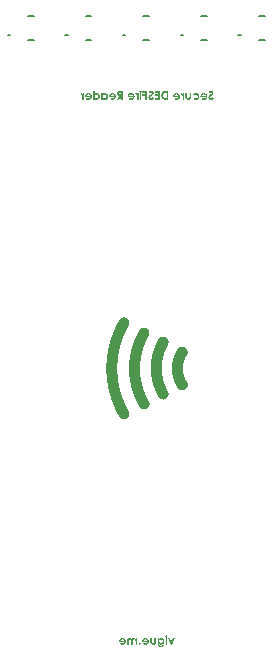
<source format=gbo>
G04*
G04 #@! TF.GenerationSoftware,Altium Limited,Altium Designer,24.3.1 (35)*
G04*
G04 Layer_Color=32896*
%FSLAX26Y26*%
%MOIN*%
G70*
G04*
G04 #@! TF.SameCoordinates,DB0C34DD-40E0-41A4-B204-7B3182439FE1*
G04*
G04*
G04 #@! TF.FilePolarity,Positive*
G04*
G01*
G75*
%ADD11C,0.007874*%
%ADD13C,0.005000*%
G36*
X3803039Y2985965D02*
X3803523Y2985931D01*
X3804439Y2985879D01*
X3804578Y2985844D01*
X3805235Y2985810D01*
X3805512Y2985741D01*
X3805702Y2985689D01*
X3805840Y2985654D01*
X3806238Y2985568D01*
X3806376Y2985533D01*
X3806722Y2985499D01*
X3806861Y2985464D01*
X3807206Y2985360D01*
X3807449Y2985256D01*
X3807725Y2985187D01*
X3807967Y2985153D01*
X3808106Y2985118D01*
X3808279Y2985049D01*
X3808331Y2984997D01*
X3808607Y2984893D01*
X3808832Y2984841D01*
X3809074Y2984772D01*
X3809282Y2984634D01*
X3809559Y2984530D01*
X3809697Y2984495D01*
X3809939Y2984392D01*
X3810025Y2984305D01*
X3810354Y2984184D01*
X3810527Y2984115D01*
X3810596Y2984046D01*
X3810665Y2984011D01*
X3810717Y2983959D01*
X3811046Y2983838D01*
X3811219Y2983769D01*
X3811322Y2983665D01*
X3811495Y2983562D01*
X3811668Y2983492D01*
X3811910Y2983319D01*
X3812083Y2983216D01*
X3812256Y2983146D01*
X3812395Y2983008D01*
X3812775Y2982801D01*
X3812948Y2982628D01*
X3813017Y2982593D01*
X3813277Y2982438D01*
X3813363Y2982316D01*
X3813605Y2982178D01*
X3813813Y2981970D01*
X3813882Y2981936D01*
X3813951Y2981867D01*
X3814020Y2981832D01*
X3814228Y2981625D01*
X3814401Y2981521D01*
X3814470Y2981452D01*
X3814539Y2981417D01*
X3814556Y2981365D01*
X3814643Y2981279D01*
X3814712Y2981244D01*
X3815093Y2980864D01*
X3815162Y2980829D01*
X3815283Y2980708D01*
X3815317Y2980639D01*
X3815404Y2980552D01*
X3815473Y2980518D01*
X3815594Y2980397D01*
X3815629Y2980328D01*
X3815940Y2980016D01*
X3815974Y2979947D01*
X3816130Y2979791D01*
X3816286Y2979601D01*
X3816320Y2979532D01*
X3816390Y2979463D01*
X3816424Y2979394D01*
X3816511Y2979307D01*
X3816666Y2979117D01*
X3816701Y2979048D01*
X3816908Y2978840D01*
X3817047Y2978598D01*
X3817220Y2978425D01*
X3817393Y2978114D01*
X3817531Y2977976D01*
X3817704Y2977664D01*
X3817738Y2977595D01*
X3817842Y2977491D01*
X3818050Y2977111D01*
X3818084Y2977042D01*
X3818154Y2976973D01*
X3818275Y2976782D01*
X3818361Y2976557D01*
X3818499Y2976350D01*
X3818620Y2976160D01*
X3818672Y2975970D01*
X3818742Y2975797D01*
X3818811Y2975727D01*
X3818932Y2975537D01*
X3818984Y2975347D01*
X3819070Y2975122D01*
X3819209Y2974915D01*
X3819278Y2974742D01*
X3819330Y2974517D01*
X3819606Y2973929D01*
X3819641Y2973721D01*
X3819710Y2973445D01*
X3819918Y2972995D01*
X3819952Y2972787D01*
X3819987Y2972649D01*
X3820021Y2972407D01*
X3820212Y2971802D01*
X3820298Y2971404D01*
X3820367Y2970712D01*
X3820402Y2970470D01*
X3820471Y2970193D01*
X3820557Y2970107D01*
X3820627Y2970072D01*
X3820644Y2965524D01*
X3820592Y2965507D01*
X3820488Y2965368D01*
X3820419Y2965195D01*
X3820350Y2964746D01*
X3820315Y2964400D01*
X3820281Y2964123D01*
X3820246Y2963916D01*
X3820177Y2963639D01*
X3820039Y2963258D01*
X3820004Y2963086D01*
X3819952Y2962757D01*
X3819918Y2962619D01*
X3819727Y2962186D01*
X3819693Y2962048D01*
X3819641Y2961823D01*
X3819572Y2961546D01*
X3819416Y2961287D01*
X3819330Y2961062D01*
X3819260Y2960785D01*
X3819070Y2960422D01*
X3818966Y2960146D01*
X3818914Y2959955D01*
X3818863Y2959903D01*
X3818724Y2959696D01*
X3818638Y2959471D01*
X3818569Y2959298D01*
X3818534Y2959229D01*
X3818465Y2959160D01*
X3818378Y2959039D01*
X3818257Y2958710D01*
X3818119Y2958572D01*
X3817981Y2958330D01*
X3817946Y2958191D01*
X3817808Y2958053D01*
X3817600Y2957673D01*
X3817566Y2957603D01*
X3817462Y2957499D01*
X3817254Y2957119D01*
X3817220Y2957050D01*
X3817116Y2956946D01*
X3816908Y2956566D01*
X3816805Y2956462D01*
X3816597Y2956081D01*
X3816493Y2955978D01*
X3816459Y2955909D01*
X3816390Y2955839D01*
X3816355Y2955770D01*
X3816251Y2955528D01*
X3816148Y2955424D01*
X3816026Y2955234D01*
X3815940Y2955009D01*
X3815888Y2954957D01*
X3815732Y2954767D01*
X3815680Y2954646D01*
X3815594Y2954421D01*
X3815490Y2954317D01*
X3815317Y2954006D01*
X3815248Y2953833D01*
X3815144Y2953729D01*
X3814902Y2953280D01*
X3814868Y2953211D01*
X3814798Y2953141D01*
X3814695Y2952968D01*
X3814591Y2952726D01*
X3814522Y2952657D01*
X3814487Y2952588D01*
X3814418Y2952519D01*
X3814383Y2952450D01*
X3814314Y2952277D01*
X3814280Y2952138D01*
X3814211Y2952069D01*
X3814176Y2952000D01*
X3814090Y2951914D01*
X3814003Y2951689D01*
X3813899Y2951447D01*
X3813830Y2951377D01*
X3813744Y2951256D01*
X3813657Y2951032D01*
X3813571Y2950841D01*
X3813415Y2950651D01*
X3813277Y2950271D01*
X3813207Y2950201D01*
X3813173Y2950132D01*
X3813086Y2950046D01*
X3813017Y2949873D01*
X3812965Y2949683D01*
X3812723Y2949337D01*
X3812689Y2949198D01*
X3812550Y2948887D01*
X3812516Y2948818D01*
X3812429Y2948731D01*
X3812343Y2948507D01*
X3812274Y2948265D01*
X3812222Y2948213D01*
X3812049Y2947936D01*
X3811997Y2947746D01*
X3811928Y2947573D01*
X3811876Y2947521D01*
X3811738Y2947313D01*
X3811686Y2947123D01*
X3811547Y2946812D01*
X3811374Y2946501D01*
X3811340Y2946362D01*
X3811201Y2946051D01*
X3811167Y2945982D01*
X3811115Y2945930D01*
X3811046Y2945757D01*
X3810994Y2945567D01*
X3810890Y2945325D01*
X3810856Y2945255D01*
X3810786Y2945186D01*
X3810734Y2945065D01*
X3810683Y2944875D01*
X3810544Y2944564D01*
X3810510Y2944494D01*
X3810458Y2944443D01*
X3810371Y2944218D01*
X3810337Y2944079D01*
X3810267Y2943837D01*
X3810129Y2943630D01*
X3810043Y2943405D01*
X3809991Y2943180D01*
X3809887Y2942938D01*
X3809852Y2942869D01*
X3809801Y2942817D01*
X3809714Y2942592D01*
X3809645Y2942315D01*
X3809455Y2941952D01*
X3809385Y2941779D01*
X3809299Y2941381D01*
X3809143Y2941122D01*
X3809074Y2940949D01*
X3809040Y2940811D01*
X3808988Y2940586D01*
X3808953Y2940448D01*
X3808798Y2940154D01*
X3808728Y2939981D01*
X3808677Y2939756D01*
X3808607Y2939514D01*
X3808486Y2939289D01*
X3808383Y2939012D01*
X3808331Y2938718D01*
X3808175Y2938355D01*
X3808106Y2938182D01*
X3807985Y2937646D01*
X3807829Y2937283D01*
X3807725Y2937006D01*
X3807691Y2936799D01*
X3807639Y2936574D01*
X3807483Y2936211D01*
X3807414Y2936038D01*
X3807379Y2935865D01*
X3807327Y2935536D01*
X3807293Y2935398D01*
X3807172Y2935104D01*
X3807103Y2934931D01*
X3807068Y2934793D01*
X3807016Y2934464D01*
X3806947Y2934187D01*
X3806861Y2933962D01*
X3806757Y2933686D01*
X3806722Y2933513D01*
X3806670Y2933184D01*
X3806636Y2933046D01*
X3806532Y2932700D01*
X3806463Y2932527D01*
X3806394Y2932250D01*
X3806325Y2931766D01*
X3806290Y2931628D01*
X3806238Y2931438D01*
X3806134Y2931161D01*
X3806100Y2931022D01*
X3806065Y2930849D01*
X3805979Y2930279D01*
X3805909Y2930037D01*
X3805823Y2929743D01*
X3805788Y2929604D01*
X3805702Y2929068D01*
X3805633Y2928584D01*
X3805529Y2928238D01*
X3805477Y2928048D01*
X3805443Y2927910D01*
X3805408Y2927736D01*
X3805356Y2927235D01*
X3805321Y2926993D01*
X3805252Y2926578D01*
X3805200Y2926388D01*
X3805166Y2926249D01*
X3805097Y2925903D01*
X3805062Y2925627D01*
X3805027Y2925281D01*
X3804993Y2924970D01*
X3804924Y2924554D01*
X3804854Y2924209D01*
X3804785Y2923794D01*
X3804751Y2923517D01*
X3804699Y2922808D01*
X3804664Y2922566D01*
X3804578Y2921857D01*
X3804509Y2921441D01*
X3804457Y2920905D01*
X3804422Y2920802D01*
X3804387Y2919937D01*
X3804353Y2919695D01*
X3804267Y2918156D01*
X3804232Y2917706D01*
X3804180Y2916962D01*
X3804145Y2916859D01*
X3804111Y2915510D01*
X3804076Y2915406D01*
X3804093Y2910858D01*
X3804128Y2909854D01*
X3804197Y2908955D01*
X3804267Y2908125D01*
X3804301Y2907572D01*
X3804336Y2907122D01*
X3804405Y2905877D01*
X3804457Y2905202D01*
X3804491Y2905064D01*
X3804543Y2904597D01*
X3804578Y2904390D01*
X3804647Y2903940D01*
X3804682Y2903629D01*
X3804733Y2902851D01*
X3804768Y2902712D01*
X3804820Y2902245D01*
X3804889Y2901899D01*
X3804941Y2901605D01*
X3804976Y2901467D01*
X3805010Y2901225D01*
X3805045Y2900879D01*
X3805097Y2900412D01*
X3805131Y2900204D01*
X3805183Y2899980D01*
X3805235Y2899789D01*
X3805269Y2899617D01*
X3805356Y2899080D01*
X3805391Y2898735D01*
X3805460Y2898319D01*
X3805564Y2897974D01*
X3805615Y2897783D01*
X3805650Y2897610D01*
X3805771Y2896763D01*
X3805806Y2896625D01*
X3805927Y2896227D01*
X3805961Y2896088D01*
X3805996Y2895916D01*
X3806030Y2895639D01*
X3806065Y2895431D01*
X3806100Y2895258D01*
X3806134Y2895120D01*
X3806290Y2894688D01*
X3806359Y2894411D01*
X3806394Y2894065D01*
X3806428Y2893927D01*
X3806497Y2893685D01*
X3806584Y2893460D01*
X3806619Y2893322D01*
X3806670Y2893062D01*
X3806705Y2892924D01*
X3806740Y2892682D01*
X3806774Y2892543D01*
X3806861Y2892318D01*
X3806982Y2891990D01*
X3807016Y2891852D01*
X3807051Y2891609D01*
X3807120Y2891333D01*
X3807172Y2891177D01*
X3807310Y2890831D01*
X3807345Y2890624D01*
X3807397Y2890295D01*
X3807552Y2889932D01*
X3807622Y2889759D01*
X3807743Y2889223D01*
X3807812Y2889050D01*
X3807898Y2888860D01*
X3807967Y2888687D01*
X3808002Y2888548D01*
X3808054Y2888254D01*
X3808123Y2888081D01*
X3808158Y2887943D01*
X3808209Y2887891D01*
X3808279Y2887718D01*
X3808365Y2887355D01*
X3808434Y2887113D01*
X3808555Y2886888D01*
X3808659Y2886611D01*
X3808711Y2886387D01*
X3808746Y2886248D01*
X3808849Y2886006D01*
X3808901Y2885954D01*
X3808970Y2885781D01*
X3809022Y2885557D01*
X3809091Y2885280D01*
X3809282Y2884917D01*
X3809334Y2884726D01*
X3809403Y2884450D01*
X3809593Y2884086D01*
X3809662Y2883914D01*
X3809714Y2883689D01*
X3809818Y2883447D01*
X3809852Y2883377D01*
X3809904Y2883326D01*
X3809991Y2883101D01*
X3810025Y2882962D01*
X3810095Y2882720D01*
X3810250Y2882461D01*
X3810319Y2882288D01*
X3810371Y2882063D01*
X3810458Y2881838D01*
X3810631Y2881562D01*
X3810683Y2881371D01*
X3810821Y2881060D01*
X3810856Y2880991D01*
X3810907Y2880939D01*
X3811011Y2880662D01*
X3811046Y2880524D01*
X3811115Y2880351D01*
X3811253Y2880144D01*
X3811322Y2879970D01*
X3811374Y2879780D01*
X3811461Y2879590D01*
X3811599Y2879383D01*
X3811686Y2879158D01*
X3811755Y2878916D01*
X3811824Y2878846D01*
X3811997Y2878535D01*
X3812032Y2878397D01*
X3812101Y2878224D01*
X3812170Y2878155D01*
X3812204Y2878086D01*
X3812256Y2878034D01*
X3812343Y2877809D01*
X3812412Y2877567D01*
X3812464Y2877515D01*
X3812637Y2877238D01*
X3812689Y2877048D01*
X3812758Y2876875D01*
X3812827Y2876806D01*
X3813000Y2876494D01*
X3813069Y2876252D01*
X3813138Y2876183D01*
X3813173Y2876114D01*
X3813259Y2876028D01*
X3813346Y2875803D01*
X3813415Y2875630D01*
X3813450Y2875561D01*
X3813519Y2875491D01*
X3813605Y2875370D01*
X3813692Y2875146D01*
X3813761Y2874973D01*
X3813830Y2874903D01*
X3813951Y2874713D01*
X3814072Y2874385D01*
X3814141Y2874315D01*
X3814176Y2874246D01*
X3814262Y2874160D01*
X3814349Y2873935D01*
X3814418Y2873762D01*
X3814487Y2873693D01*
X3814522Y2873624D01*
X3814591Y2873554D01*
X3814626Y2873485D01*
X3814729Y2873243D01*
X3814764Y2873174D01*
X3814833Y2873105D01*
X3815006Y2872794D01*
X3815075Y2872621D01*
X3815179Y2872517D01*
X3815317Y2872275D01*
X3815421Y2872033D01*
X3815525Y2871929D01*
X3815663Y2871687D01*
X3815767Y2871445D01*
X3815871Y2871341D01*
X3816078Y2870960D01*
X3816113Y2870891D01*
X3816217Y2870787D01*
X3816424Y2870407D01*
X3816459Y2870338D01*
X3816528Y2870269D01*
X3816735Y2869888D01*
X3816839Y2869784D01*
X3817047Y2869404D01*
X3817099Y2869352D01*
X3817254Y2869162D01*
X3817289Y2869093D01*
X3817393Y2868851D01*
X3817531Y2868712D01*
X3817738Y2868332D01*
X3817773Y2868262D01*
X3817912Y2868124D01*
X3817946Y2868055D01*
X3818084Y2867744D01*
X3818240Y2867588D01*
X3818327Y2867363D01*
X3818413Y2867173D01*
X3818569Y2866983D01*
X3818638Y2866810D01*
X3818776Y2866499D01*
X3818811Y2866429D01*
X3818880Y2866360D01*
X3819053Y2865876D01*
X3819209Y2865617D01*
X3819278Y2865444D01*
X3819312Y2865305D01*
X3819364Y2865115D01*
X3819589Y2864683D01*
X3819624Y2864544D01*
X3819658Y2864371D01*
X3819710Y2864146D01*
X3819918Y2863697D01*
X3819952Y2863489D01*
X3819987Y2863351D01*
X3820021Y2863109D01*
X3820090Y2862867D01*
X3820177Y2862642D01*
X3820212Y2862504D01*
X3820298Y2862106D01*
X3820333Y2861760D01*
X3820402Y2861172D01*
X3820436Y2861034D01*
X3820506Y2860861D01*
X3820557Y2860809D01*
X3820627Y2860774D01*
X3820644Y2856226D01*
X3820592Y2856209D01*
X3820540Y2856157D01*
X3820454Y2856036D01*
X3820419Y2855897D01*
X3820385Y2855724D01*
X3820333Y2855188D01*
X3820298Y2855050D01*
X3820263Y2854704D01*
X3820229Y2854566D01*
X3820039Y2853960D01*
X3820004Y2853787D01*
X3819952Y2853459D01*
X3819918Y2853320D01*
X3819762Y2852957D01*
X3819693Y2852784D01*
X3819641Y2852525D01*
X3819572Y2852283D01*
X3819416Y2851989D01*
X3819347Y2851816D01*
X3819295Y2851591D01*
X3819157Y2851280D01*
X3819122Y2851211D01*
X3819070Y2851159D01*
X3818984Y2850934D01*
X3818949Y2850796D01*
X3818880Y2850623D01*
X3818811Y2850553D01*
X3818672Y2850311D01*
X3818638Y2850173D01*
X3818569Y2850000D01*
X3818482Y2849914D01*
X3818206Y2849360D01*
X3818050Y2849170D01*
X3818015Y2849101D01*
X3817912Y2848859D01*
X3817860Y2848807D01*
X3817704Y2848617D01*
X3817669Y2848547D01*
X3817600Y2848374D01*
X3817427Y2848201D01*
X3817289Y2847959D01*
X3817254Y2847890D01*
X3817116Y2847752D01*
X3816978Y2847510D01*
X3816822Y2847354D01*
X3816666Y2847164D01*
X3816632Y2847095D01*
X3816493Y2846956D01*
X3816459Y2846887D01*
X3816390Y2846818D01*
X3816355Y2846749D01*
X3816286Y2846680D01*
X3816251Y2846610D01*
X3815974Y2846334D01*
X3815940Y2846265D01*
X3815663Y2845988D01*
X3815629Y2845919D01*
X3815508Y2845798D01*
X3815438Y2845763D01*
X3815352Y2845677D01*
X3815317Y2845607D01*
X3815196Y2845486D01*
X3815127Y2845452D01*
X3814747Y2845071D01*
X3814677Y2845037D01*
X3814591Y2844950D01*
X3814556Y2844881D01*
X3814297Y2844725D01*
X3814055Y2844483D01*
X3813986Y2844449D01*
X3813916Y2844380D01*
X3813847Y2844345D01*
X3813674Y2844172D01*
X3813380Y2843982D01*
X3813346Y2843912D01*
X3813294Y2843861D01*
X3812983Y2843688D01*
X3812844Y2843549D01*
X3812464Y2843342D01*
X3812412Y2843290D01*
X3812204Y2843117D01*
X3811980Y2843030D01*
X3811910Y2842961D01*
X3811841Y2842927D01*
X3811755Y2842840D01*
X3811374Y2842667D01*
X3811167Y2842494D01*
X3810734Y2842339D01*
X3810475Y2842148D01*
X3810250Y2842062D01*
X3810008Y2841958D01*
X3809818Y2841837D01*
X3809593Y2841751D01*
X3809299Y2841664D01*
X3809022Y2841491D01*
X3808832Y2841439D01*
X3808694Y2841405D01*
X3808452Y2841336D01*
X3808227Y2841215D01*
X3808002Y2841128D01*
X3807864Y2841094D01*
X3807622Y2841059D01*
X3807483Y2841024D01*
X3807085Y2840869D01*
X3806809Y2840800D01*
X3806359Y2840730D01*
X3806151Y2840696D01*
X3805927Y2840644D01*
X3805788Y2840609D01*
X3805598Y2840557D01*
X3805321Y2840488D01*
X3805045Y2840454D01*
X3804561Y2840419D01*
X3804111Y2840385D01*
X3803125Y2840333D01*
X3803021Y2840298D01*
X3801759Y2840315D01*
X3801344Y2840350D01*
X3800756Y2840385D01*
X3799978Y2840436D01*
X3799493Y2840506D01*
X3799217Y2840575D01*
X3799026Y2840627D01*
X3798888Y2840661D01*
X3798715Y2840696D01*
X3798508Y2840730D01*
X3798058Y2840800D01*
X3797833Y2840852D01*
X3797660Y2840921D01*
X3797470Y2841007D01*
X3796899Y2841128D01*
X3796761Y2841163D01*
X3796398Y2841353D01*
X3796259Y2841388D01*
X3796086Y2841422D01*
X3795896Y2841474D01*
X3795533Y2841664D01*
X3795308Y2841751D01*
X3795170Y2841785D01*
X3794997Y2841854D01*
X3794928Y2841889D01*
X3794841Y2841976D01*
X3794565Y2842079D01*
X3794340Y2842131D01*
X3794046Y2842356D01*
X3793821Y2842443D01*
X3793631Y2842529D01*
X3793440Y2842685D01*
X3793095Y2842823D01*
X3792956Y2842961D01*
X3792576Y2843169D01*
X3792507Y2843204D01*
X3792403Y2843307D01*
X3792091Y2843480D01*
X3791919Y2843653D01*
X3791677Y2843791D01*
X3791607Y2843826D01*
X3791434Y2843999D01*
X3791192Y2844137D01*
X3791106Y2844224D01*
X3791071Y2844293D01*
X3791019Y2844310D01*
X3790950Y2844380D01*
X3790881Y2844414D01*
X3790639Y2844656D01*
X3790570Y2844691D01*
X3790501Y2844760D01*
X3790431Y2844794D01*
X3790189Y2845037D01*
X3790120Y2845071D01*
X3789100Y2846092D01*
X3789065Y2846161D01*
X3788788Y2846438D01*
X3788754Y2846507D01*
X3788598Y2846662D01*
X3788443Y2846852D01*
X3788408Y2846922D01*
X3788252Y2847077D01*
X3788097Y2847268D01*
X3788062Y2847337D01*
X3787889Y2847510D01*
X3787716Y2847821D01*
X3787578Y2847959D01*
X3787405Y2848271D01*
X3787232Y2848444D01*
X3787128Y2848617D01*
X3787059Y2848789D01*
X3786990Y2848859D01*
X3786955Y2848928D01*
X3786886Y2848997D01*
X3786782Y2849170D01*
X3786713Y2849343D01*
X3786575Y2849481D01*
X3786367Y2849862D01*
X3786333Y2849931D01*
X3786229Y2850035D01*
X3786125Y2850207D01*
X3786056Y2850381D01*
X3785918Y2850519D01*
X3785710Y2850899D01*
X3785675Y2850968D01*
X3785572Y2851072D01*
X3785399Y2851383D01*
X3785364Y2851453D01*
X3785260Y2851557D01*
X3785018Y2852006D01*
X3784914Y2852110D01*
X3784776Y2852352D01*
X3784707Y2852525D01*
X3784638Y2852594D01*
X3784551Y2852715D01*
X3784344Y2853130D01*
X3784188Y2853320D01*
X3784154Y2853390D01*
X3784050Y2853632D01*
X3784015Y2853701D01*
X3783946Y2853770D01*
X3783773Y2854081D01*
X3783704Y2854254D01*
X3783600Y2854358D01*
X3783358Y2854808D01*
X3783323Y2854877D01*
X3783254Y2854946D01*
X3783151Y2855119D01*
X3783047Y2855361D01*
X3782943Y2855465D01*
X3782908Y2855534D01*
X3782856Y2855586D01*
X3782735Y2855915D01*
X3782666Y2855984D01*
X3782632Y2856053D01*
X3782545Y2856139D01*
X3782459Y2856364D01*
X3782355Y2856606D01*
X3782286Y2856675D01*
X3782199Y2856797D01*
X3782113Y2857021D01*
X3782026Y2857212D01*
X3781871Y2857402D01*
X3781732Y2857782D01*
X3781629Y2857886D01*
X3781594Y2857955D01*
X3781542Y2858007D01*
X3781456Y2858232D01*
X3781387Y2858405D01*
X3781196Y2858664D01*
X3781110Y2858889D01*
X3781041Y2859062D01*
X3780972Y2859131D01*
X3780798Y2859443D01*
X3780712Y2859667D01*
X3780556Y2859858D01*
X3780383Y2860342D01*
X3780314Y2860411D01*
X3780141Y2860722D01*
X3780107Y2860861D01*
X3780038Y2861034D01*
X3779986Y2861086D01*
X3779847Y2861293D01*
X3779796Y2861483D01*
X3779726Y2861656D01*
X3779553Y2861898D01*
X3779415Y2862279D01*
X3779311Y2862452D01*
X3779225Y2862573D01*
X3779104Y2862901D01*
X3779035Y2863074D01*
X3778965Y2863144D01*
X3778879Y2863265D01*
X3778792Y2863489D01*
X3778723Y2863731D01*
X3778654Y2863801D01*
X3778619Y2863870D01*
X3778568Y2863922D01*
X3778498Y2864095D01*
X3778464Y2864233D01*
X3778412Y2864423D01*
X3778239Y2864665D01*
X3778187Y2864786D01*
X3778135Y2864977D01*
X3777997Y2865288D01*
X3777910Y2865409D01*
X3777807Y2865686D01*
X3777755Y2865910D01*
X3777582Y2866153D01*
X3777443Y2866533D01*
X3777409Y2866671D01*
X3777236Y2866914D01*
X3777167Y2867086D01*
X3777132Y2867225D01*
X3776994Y2867536D01*
X3776856Y2867778D01*
X3776821Y2867917D01*
X3776752Y2868159D01*
X3776527Y2868591D01*
X3776475Y2868851D01*
X3776389Y2869075D01*
X3776216Y2869352D01*
X3776164Y2869542D01*
X3776095Y2869784D01*
X3775991Y2870026D01*
X3775939Y2870078D01*
X3775818Y2870407D01*
X3775783Y2870545D01*
X3775680Y2870787D01*
X3775645Y2870857D01*
X3775593Y2870909D01*
X3775507Y2871133D01*
X3775437Y2871410D01*
X3775368Y2871583D01*
X3775213Y2871877D01*
X3775126Y2872275D01*
X3775057Y2872448D01*
X3774936Y2872673D01*
X3774867Y2872845D01*
X3774780Y2873243D01*
X3774555Y2873675D01*
X3774503Y2873900D01*
X3774400Y2874315D01*
X3774227Y2874592D01*
X3774088Y2875146D01*
X3774019Y2875318D01*
X3773967Y2875370D01*
X3773864Y2875647D01*
X3773777Y2876045D01*
X3773622Y2876408D01*
X3773552Y2876581D01*
X3773518Y2876719D01*
X3773483Y2876927D01*
X3773431Y2877152D01*
X3773241Y2877549D01*
X3773155Y2877912D01*
X3773085Y2878189D01*
X3772999Y2878414D01*
X3772895Y2878622D01*
X3772774Y2879192D01*
X3772584Y2879590D01*
X3772532Y2879815D01*
X3772497Y2879953D01*
X3772463Y2880195D01*
X3772428Y2880334D01*
X3772342Y2880559D01*
X3772203Y2880939D01*
X3772151Y2881268D01*
X3772082Y2881544D01*
X3771996Y2881769D01*
X3771927Y2881942D01*
X3771875Y2882132D01*
X3771840Y2882271D01*
X3771806Y2882513D01*
X3771736Y2882789D01*
X3771633Y2883032D01*
X3771564Y2883204D01*
X3771529Y2883412D01*
X3771494Y2883550D01*
X3771460Y2883793D01*
X3771339Y2884190D01*
X3771252Y2884415D01*
X3771218Y2884519D01*
X3771183Y2884830D01*
X3771148Y2884968D01*
X3771114Y2885211D01*
X3771027Y2885505D01*
X3770924Y2885781D01*
X3770889Y2885920D01*
X3770803Y2886490D01*
X3770768Y2886629D01*
X3770682Y2886923D01*
X3770578Y2887199D01*
X3770543Y2887372D01*
X3770491Y2887701D01*
X3770457Y2887943D01*
X3770422Y2888081D01*
X3770318Y2888427D01*
X3770267Y2888617D01*
X3770232Y2888791D01*
X3770145Y2889465D01*
X3770076Y2889742D01*
X3769938Y2890226D01*
X3769903Y2890330D01*
X3769869Y2890675D01*
X3769834Y2890814D01*
X3769800Y2891160D01*
X3769730Y2891436D01*
X3769661Y2891679D01*
X3769609Y2891869D01*
X3769575Y2892007D01*
X3769523Y2892439D01*
X3769488Y2892682D01*
X3769436Y2893148D01*
X3769402Y2893287D01*
X3769367Y2893460D01*
X3769298Y2893736D01*
X3769229Y2894082D01*
X3769194Y2894394D01*
X3769160Y2894740D01*
X3769125Y2895016D01*
X3769056Y2895362D01*
X3768952Y2895777D01*
X3768883Y2896192D01*
X3768848Y2896573D01*
X3768814Y2897022D01*
X3768779Y2897368D01*
X3768710Y2897783D01*
X3768675Y2897922D01*
X3768572Y2898544D01*
X3768503Y2899409D01*
X3768468Y2899755D01*
X3768433Y2900032D01*
X3768364Y2900447D01*
X3768330Y2900620D01*
X3768295Y2900896D01*
X3768260Y2901207D01*
X3768226Y2901588D01*
X3768191Y2902141D01*
X3768157Y2902799D01*
X3768105Y2903508D01*
X3768070Y2903646D01*
X3767984Y2904355D01*
X3767914Y2905151D01*
X3767845Y2906949D01*
X3767793Y2908523D01*
X3767759Y2908627D01*
X3767724Y2910702D01*
X3767690Y2910806D01*
X3767655Y2914299D01*
Y2914334D01*
X3767672Y2914351D01*
X3767707Y2915458D01*
X3767742Y2916807D01*
X3767776Y2917671D01*
X3767811Y2918363D01*
X3767880Y2920404D01*
X3767932Y2921563D01*
X3767966Y2921701D01*
X3768087Y2922687D01*
X3768122Y2923033D01*
X3768174Y2923845D01*
X3768209Y2924295D01*
X3768243Y2924952D01*
X3768278Y2925194D01*
X3768330Y2925661D01*
X3768364Y2925869D01*
X3768399Y2926042D01*
X3768433Y2926249D01*
X3768468Y2926526D01*
X3768520Y2927166D01*
X3768554Y2927512D01*
X3768606Y2927979D01*
X3768641Y2928152D01*
X3768675Y2928359D01*
X3768710Y2928497D01*
X3768745Y2928705D01*
X3768831Y2929414D01*
X3768866Y2929864D01*
X3768918Y2930331D01*
X3768952Y2930469D01*
X3768987Y2930642D01*
X3769056Y2930919D01*
X3769125Y2931265D01*
X3769160Y2931541D01*
X3769194Y2931887D01*
X3769229Y2932198D01*
X3769263Y2932406D01*
X3769367Y2932821D01*
X3769402Y2932994D01*
X3769436Y2933132D01*
X3769488Y2933599D01*
X3769523Y2933738D01*
X3769557Y2934187D01*
X3769627Y2934464D01*
X3769713Y2934758D01*
X3769782Y2935035D01*
X3769903Y2935882D01*
X3769938Y2936020D01*
X3770007Y2936262D01*
X3770059Y2936453D01*
X3770093Y2936591D01*
X3770128Y2936764D01*
X3770180Y2937162D01*
X3770249Y2937577D01*
X3770318Y2937819D01*
X3770422Y2938199D01*
X3770457Y2938303D01*
X3770491Y2938615D01*
X3770526Y2938753D01*
X3770561Y2938995D01*
X3770664Y2939341D01*
X3770733Y2939514D01*
X3770785Y2939704D01*
X3770872Y2940275D01*
X3770906Y2940413D01*
X3770993Y2940707D01*
X3771097Y2940984D01*
X3771131Y2941157D01*
X3771183Y2941554D01*
X3771252Y2941831D01*
X3771304Y2942021D01*
X3771408Y2942298D01*
X3771494Y2942696D01*
X3771529Y2942834D01*
X3771564Y2943076D01*
X3771685Y2943370D01*
X3771754Y2943543D01*
X3771806Y2943768D01*
X3771840Y2943906D01*
X3771875Y2944148D01*
X3771909Y2944287D01*
X3771996Y2944512D01*
X3772100Y2944788D01*
X3772134Y2944927D01*
X3772186Y2945255D01*
X3772255Y2945532D01*
X3772342Y2945722D01*
X3772445Y2945999D01*
X3772480Y2946206D01*
X3772532Y2946501D01*
X3772567Y2946639D01*
X3772757Y2947037D01*
X3772878Y2947607D01*
X3773016Y2947919D01*
X3773103Y2948144D01*
X3773137Y2948282D01*
X3773189Y2948576D01*
X3773345Y2948939D01*
X3773466Y2949268D01*
X3773501Y2949406D01*
X3773535Y2949648D01*
X3773691Y2950011D01*
X3773760Y2950184D01*
X3773794Y2950323D01*
X3773846Y2950617D01*
X3774002Y2950980D01*
X3774106Y2951187D01*
X3774158Y2951412D01*
X3774227Y2951689D01*
X3774383Y2951983D01*
X3774452Y2952156D01*
X3774538Y2952553D01*
X3774763Y2952986D01*
X3774849Y2953383D01*
X3775126Y2953972D01*
X3775161Y2954248D01*
X3775368Y2954698D01*
X3775455Y2954923D01*
X3775507Y2955148D01*
X3775610Y2955390D01*
X3775645Y2955459D01*
X3775697Y2955511D01*
X3775818Y2955839D01*
X3775887Y2956116D01*
X3776043Y2956375D01*
X3776112Y2956548D01*
X3776164Y2956739D01*
X3776198Y2956877D01*
X3776285Y2957067D01*
X3776423Y2957275D01*
X3776458Y2957413D01*
X3776510Y2957638D01*
X3776648Y2957949D01*
X3776700Y2958001D01*
X3776821Y2958330D01*
X3776856Y2958468D01*
X3776959Y2958710D01*
X3776994Y2958779D01*
X3777046Y2958831D01*
X3777132Y2959056D01*
X3777236Y2959402D01*
X3777288Y2959454D01*
X3777426Y2959661D01*
X3777478Y2959886D01*
X3777582Y2960128D01*
X3777789Y2960509D01*
X3777824Y2960647D01*
X3777962Y2960958D01*
X3777997Y2961028D01*
X3778049Y2961079D01*
X3778118Y2961252D01*
X3778153Y2961391D01*
X3778204Y2961581D01*
X3778377Y2961823D01*
X3778481Y2962100D01*
X3778550Y2962342D01*
X3778723Y2962584D01*
X3778792Y2962757D01*
X3778827Y2962895D01*
X3778896Y2963068D01*
X3778965Y2963137D01*
X3779086Y2963328D01*
X3779138Y2963518D01*
X3779207Y2963691D01*
X3779380Y2963933D01*
X3779553Y2964417D01*
X3779622Y2964486D01*
X3779796Y2964798D01*
X3779830Y2964936D01*
X3779899Y2965109D01*
X3779968Y2965178D01*
X3780107Y2965420D01*
X3780176Y2965662D01*
X3780418Y2966043D01*
X3780453Y2966181D01*
X3780556Y2966423D01*
X3780591Y2966492D01*
X3780712Y2966613D01*
X3780798Y2966838D01*
X3780868Y2967011D01*
X3780902Y2967080D01*
X3780972Y2967150D01*
X3781006Y2967219D01*
X3781058Y2967271D01*
X3781179Y2967599D01*
X3781421Y2967945D01*
X3781456Y2968083D01*
X3781559Y2968326D01*
X3781629Y2968395D01*
X3781750Y2968585D01*
X3781871Y2968914D01*
X3781974Y2969017D01*
X3782009Y2969086D01*
X3782061Y2969138D01*
X3782130Y2969311D01*
X3782182Y2969501D01*
X3782251Y2969571D01*
X3782286Y2969640D01*
X3782372Y2969726D01*
X3782459Y2969951D01*
X3782562Y2970193D01*
X3782701Y2970332D01*
X3782735Y2970401D01*
X3782874Y2970712D01*
X3782908Y2970781D01*
X3782978Y2970851D01*
X3783064Y2970972D01*
X3783151Y2971196D01*
X3783323Y2971439D01*
X3783462Y2971681D01*
X3783496Y2971819D01*
X3783635Y2971957D01*
X3783669Y2972026D01*
X3783721Y2972078D01*
X3783842Y2972407D01*
X3783894Y2972459D01*
X3784050Y2972649D01*
X3784084Y2972718D01*
X3784188Y2972960D01*
X3784223Y2973030D01*
X3784292Y2973099D01*
X3784534Y2973548D01*
X3784569Y2973617D01*
X3784638Y2973687D01*
X3784776Y2973929D01*
X3784845Y2974102D01*
X3784949Y2974206D01*
X3785191Y2974655D01*
X3785243Y2974707D01*
X3785399Y2974897D01*
X3785433Y2974966D01*
X3785503Y2975139D01*
X3785641Y2975278D01*
X3785848Y2975658D01*
X3785883Y2975727D01*
X3785987Y2975831D01*
X3786073Y2975952D01*
X3786160Y2976177D01*
X3786298Y2976315D01*
X3786436Y2976557D01*
X3786506Y2976730D01*
X3786678Y2976903D01*
X3786834Y2977232D01*
X3786990Y2977422D01*
X3787076Y2977543D01*
X3787163Y2977768D01*
X3787370Y2977976D01*
X3787509Y2978218D01*
X3787543Y2978287D01*
X3787647Y2978391D01*
X3787820Y2978702D01*
X3787941Y2978823D01*
X3788097Y2979013D01*
X3788131Y2979082D01*
X3788287Y2979238D01*
X3788443Y2979428D01*
X3788477Y2979497D01*
X3788719Y2979740D01*
X3788754Y2979809D01*
X3789030Y2980086D01*
X3789065Y2980155D01*
X3790051Y2981140D01*
X3790120Y2981175D01*
X3790397Y2981452D01*
X3790466Y2981486D01*
X3790535Y2981555D01*
X3790604Y2981590D01*
X3790846Y2981832D01*
X3790916Y2981867D01*
X3790985Y2981936D01*
X3791054Y2981970D01*
X3791088Y2982040D01*
X3791331Y2982213D01*
X3791400Y2982247D01*
X3791573Y2982420D01*
X3791884Y2982593D01*
X3792022Y2982731D01*
X3792334Y2982904D01*
X3792472Y2983043D01*
X3792922Y2983285D01*
X3793025Y2983389D01*
X3793267Y2983527D01*
X3793440Y2983596D01*
X3793510Y2983631D01*
X3793579Y2983700D01*
X3793648Y2983735D01*
X3793700Y2983786D01*
X3793925Y2983873D01*
X3794115Y2983959D01*
X3794305Y2984115D01*
X3794426Y2984167D01*
X3794565Y2984201D01*
X3794755Y2984253D01*
X3794997Y2984426D01*
X3795274Y2984530D01*
X3795412Y2984565D01*
X3795844Y2984789D01*
X3795983Y2984824D01*
X3796380Y2984910D01*
X3796640Y2985066D01*
X3796813Y2985135D01*
X3796986Y2985170D01*
X3797314Y2985222D01*
X3797539Y2985308D01*
X3797920Y2985447D01*
X3798421Y2985533D01*
X3798559Y2985568D01*
X3798802Y2985602D01*
X3798940Y2985637D01*
X3799130Y2985689D01*
X3799269Y2985723D01*
X3799493Y2985775D01*
X3799597Y2985810D01*
X3800341Y2985862D01*
X3800756Y2985896D01*
X3801707Y2985948D01*
X3801811Y2985983D01*
X3803039Y2985965D01*
D02*
G37*
G36*
X3739362Y3019066D02*
X3740296Y3019032D01*
X3740677Y3018997D01*
X3740953Y3018962D01*
X3741161Y3018928D01*
X3741334Y3018893D01*
X3741472Y3018859D01*
X3741645Y3018824D01*
X3741783Y3018789D01*
X3742181Y3018738D01*
X3742665Y3018668D01*
X3742959Y3018582D01*
X3743288Y3018461D01*
X3743426Y3018426D01*
X3743841Y3018357D01*
X3744032Y3018305D01*
X3744412Y3018132D01*
X3744550Y3018098D01*
X3744775Y3018046D01*
X3744914Y3018011D01*
X3745156Y3017907D01*
X3745207Y3017856D01*
X3745432Y3017769D01*
X3745674Y3017700D01*
X3745916Y3017596D01*
X3745986Y3017562D01*
X3746038Y3017510D01*
X3746211Y3017441D01*
X3746401Y3017389D01*
X3746574Y3017319D01*
X3746816Y3017146D01*
X3747093Y3017043D01*
X3747265Y3016974D01*
X3747335Y3016904D01*
X3747646Y3016731D01*
X3747819Y3016662D01*
X3747923Y3016559D01*
X3748372Y3016316D01*
X3748441Y3016282D01*
X3748597Y3016126D01*
X3748822Y3016040D01*
X3749030Y3015832D01*
X3749341Y3015659D01*
X3749410Y3015625D01*
X3749548Y3015486D01*
X3749721Y3015383D01*
X3749929Y3015175D01*
X3750171Y3015037D01*
X3750309Y3014864D01*
X3750378Y3014829D01*
X3750448Y3014760D01*
X3750517Y3014725D01*
X3750759Y3014483D01*
X3750828Y3014449D01*
X3751105Y3014172D01*
X3751174Y3014137D01*
X3751918Y3013394D01*
X3751952Y3013325D01*
X3752263Y3013013D01*
X3752298Y3012944D01*
X3752454Y3012788D01*
X3752609Y3012598D01*
X3752644Y3012529D01*
X3752800Y3012373D01*
X3752955Y3012183D01*
X3752990Y3012114D01*
X3753042Y3012097D01*
X3753163Y3011976D01*
X3753301Y3011733D01*
X3753336Y3011664D01*
X3753474Y3011526D01*
X3753612Y3011284D01*
X3753647Y3011215D01*
X3753785Y3011076D01*
X3753993Y3010696D01*
X3754097Y3010592D01*
X3754304Y3010212D01*
X3754339Y3010142D01*
X3754477Y3010004D01*
X3754512Y3009935D01*
X3754650Y3009589D01*
X3754840Y3009330D01*
X3754927Y3009105D01*
X3755013Y3008915D01*
X3755151Y3008707D01*
X3755325Y3008223D01*
X3755463Y3008015D01*
X3755549Y3007791D01*
X3755619Y3007514D01*
X3755843Y3007081D01*
X3755878Y3006943D01*
X3755930Y3006649D01*
Y3006615D01*
X3755964Y3006545D01*
X3756155Y3006148D01*
X3756189Y3006009D01*
X3756241Y3005681D01*
X3756310Y3005404D01*
X3756362Y3005214D01*
X3756466Y3004937D01*
X3756501Y3004799D01*
X3756552Y3004401D01*
X3756587Y3004262D01*
X3756639Y3003796D01*
X3756708Y3003450D01*
X3756760Y3003225D01*
X3756794Y3003121D01*
X3756829Y3002637D01*
X3756864Y3002533D01*
X3756898Y3000250D01*
X3756864Y2999489D01*
X3756829Y2999040D01*
X3756777Y2998573D01*
X3756708Y2998296D01*
X3756673Y2998123D01*
X3756622Y2997794D01*
X3756587Y2997656D01*
X3756552Y2997310D01*
X3756483Y2996895D01*
X3756414Y2996653D01*
X3756327Y2996428D01*
X3756258Y2996152D01*
X3756206Y2995823D01*
X3756172Y2995685D01*
X3756016Y2995322D01*
X3755947Y2995148D01*
X3755895Y2994889D01*
X3755861Y2994751D01*
X3755722Y2994439D01*
X3755601Y2994180D01*
X3755549Y2993955D01*
X3755411Y2993644D01*
X3755376Y2993575D01*
X3755325Y2993523D01*
X3755238Y2993298D01*
X3755169Y2993056D01*
X3754996Y2992814D01*
X3754892Y2992537D01*
X3754823Y2992364D01*
X3754754Y2992295D01*
X3754667Y2992174D01*
X3754564Y2991966D01*
X3754512Y2991776D01*
X3754443Y2991707D01*
X3754408Y2991638D01*
X3754321Y2991551D01*
X3754235Y2991327D01*
X3754166Y2991154D01*
X3754097Y2991084D01*
X3753889Y2990704D01*
X3753820Y2990531D01*
X3753768Y2990479D01*
X3753630Y2990272D01*
X3753509Y2989943D01*
X3753405Y2989839D01*
X3753318Y2989718D01*
X3753232Y2989493D01*
X3753145Y2989303D01*
X3752990Y2989113D01*
X3752955Y2989044D01*
X3752886Y2988871D01*
X3752800Y2988681D01*
X3752644Y2988490D01*
X3752506Y2988144D01*
X3752471Y2988075D01*
X3752402Y2988006D01*
X3752263Y2987764D01*
X3752160Y2987522D01*
X3752125Y2987453D01*
X3752004Y2987332D01*
X3751883Y2987003D01*
X3751814Y2986830D01*
X3751745Y2986761D01*
X3751658Y2986640D01*
X3751503Y2986207D01*
X3751433Y2986138D01*
X3751312Y2985948D01*
X3751226Y2985723D01*
X3751157Y2985550D01*
X3751122Y2985481D01*
X3751018Y2985377D01*
X3750966Y2985256D01*
X3750880Y2985032D01*
X3750811Y2984859D01*
X3750742Y2984789D01*
X3750620Y2984599D01*
X3750569Y2984409D01*
X3750499Y2984236D01*
X3750430Y2984167D01*
X3750396Y2984098D01*
X3750344Y2984046D01*
X3750275Y2983873D01*
X3750223Y2983683D01*
X3750084Y2983475D01*
X3749998Y2983354D01*
X3749912Y2983129D01*
X3749808Y2982887D01*
X3749687Y2982766D01*
X3749566Y2982438D01*
X3749462Y2982195D01*
X3749254Y2981815D01*
X3749220Y2981607D01*
X3749081Y2981400D01*
X3748960Y2981210D01*
X3748926Y2981071D01*
X3748874Y2980881D01*
X3748735Y2980673D01*
X3748649Y2980552D01*
X3748597Y2980362D01*
X3748459Y2980051D01*
X3748286Y2979740D01*
X3748182Y2979394D01*
X3748113Y2979325D01*
X3748026Y2979204D01*
X3747940Y2978979D01*
X3747871Y2978736D01*
X3747698Y2978494D01*
X3747559Y2978114D01*
X3747456Y2977872D01*
X3747369Y2977751D01*
X3747265Y2977474D01*
X3747214Y2977249D01*
X3746972Y2976869D01*
X3746937Y2976661D01*
X3746798Y2976350D01*
X3746764Y2976281D01*
X3746712Y2976229D01*
X3746626Y2976004D01*
X3746556Y2975762D01*
X3746505Y2975606D01*
X3746366Y2975399D01*
X3746297Y2975226D01*
X3746245Y2975001D01*
X3746159Y2974811D01*
X3745986Y2974534D01*
X3745934Y2974309D01*
X3745796Y2973998D01*
X3745709Y2973877D01*
X3745640Y2973704D01*
X3745605Y2973566D01*
X3745553Y2973375D01*
X3745329Y2972943D01*
X3745277Y2972753D01*
X3745207Y2972476D01*
X3745052Y2972217D01*
X3744965Y2971992D01*
X3744862Y2971577D01*
X3744723Y2971369D01*
X3744637Y2971144D01*
X3744602Y2970972D01*
X3744550Y2970781D01*
X3744395Y2970522D01*
X3744325Y2970349D01*
X3744291Y2970211D01*
X3744239Y2969986D01*
X3744153Y2969796D01*
X3744014Y2969588D01*
X3743980Y2969450D01*
X3743928Y2969225D01*
X3743651Y2968637D01*
X3743616Y2968429D01*
X3743547Y2968187D01*
X3743305Y2967668D01*
X3743271Y2967392D01*
X3743011Y2966821D01*
X3742925Y2966423D01*
X3742734Y2965991D01*
X3742665Y2965818D01*
X3742613Y2965593D01*
X3742544Y2965316D01*
X3742354Y2964953D01*
X3742267Y2964590D01*
X3742198Y2964348D01*
X3742077Y2964123D01*
X3742008Y2963950D01*
X3741922Y2963552D01*
X3741887Y2963414D01*
X3741801Y2963189D01*
X3741697Y2962982D01*
X3741645Y2962791D01*
X3741610Y2962653D01*
X3741576Y2962411D01*
X3741420Y2962048D01*
X3741351Y2961875D01*
X3741265Y2961477D01*
X3741195Y2961235D01*
X3741022Y2960854D01*
X3740953Y2960578D01*
X3740919Y2960336D01*
X3740763Y2959973D01*
X3740694Y2959800D01*
X3740607Y2959402D01*
X3740538Y2959125D01*
X3740452Y2958935D01*
X3740383Y2958762D01*
X3740331Y2958572D01*
X3740296Y2958433D01*
X3740227Y2958018D01*
X3740106Y2957724D01*
X3740037Y2957551D01*
X3739985Y2957327D01*
X3739950Y2957188D01*
X3739916Y2956946D01*
X3739881Y2956808D01*
X3739794Y2956583D01*
X3739691Y2956306D01*
X3739639Y2956047D01*
X3739604Y2955909D01*
X3739570Y2955666D01*
X3739449Y2955372D01*
X3739379Y2955199D01*
X3739345Y2955061D01*
X3739276Y2954681D01*
X3739206Y2954404D01*
X3739068Y2954058D01*
X3739016Y2953868D01*
X3738982Y2953729D01*
X3738912Y2953245D01*
X3738826Y2952951D01*
X3738722Y2952675D01*
X3738688Y2952536D01*
X3738653Y2952363D01*
X3738619Y2952086D01*
X3738584Y2951914D01*
X3738515Y2951637D01*
X3738359Y2951204D01*
X3738325Y2951066D01*
X3738255Y2950582D01*
X3738221Y2950444D01*
X3738169Y2950253D01*
X3738030Y2949873D01*
X3737979Y2949510D01*
X3737944Y2949371D01*
X3737909Y2949129D01*
X3737840Y2948887D01*
X3737754Y2948593D01*
X3737685Y2948316D01*
X3737633Y2947884D01*
X3737598Y2947746D01*
X3737564Y2947504D01*
X3737443Y2947106D01*
X3737373Y2946829D01*
X3737321Y2946535D01*
X3737287Y2946293D01*
X3737218Y2945878D01*
X3737097Y2945480D01*
X3737027Y2945204D01*
X3736976Y2944875D01*
X3736906Y2944391D01*
X3736837Y2944114D01*
X3736785Y2943924D01*
X3736751Y2943785D01*
X3736716Y2943612D01*
X3736682Y2943405D01*
X3736647Y2943128D01*
X3736612Y2942782D01*
X3736561Y2942454D01*
X3736491Y2942212D01*
X3736439Y2942021D01*
X3736405Y2941848D01*
X3736318Y2941312D01*
X3736284Y2940966D01*
X3736215Y2940551D01*
X3736145Y2940275D01*
X3736093Y2940084D01*
X3736024Y2939739D01*
X3735990Y2939427D01*
X3735955Y2939047D01*
X3735921Y2938735D01*
X3735886Y2938528D01*
X3735817Y2938182D01*
X3735782Y2938044D01*
X3735661Y2937300D01*
X3735627Y2936851D01*
X3735575Y2936383D01*
X3735540Y2936176D01*
X3735506Y2936003D01*
X3735471Y2935865D01*
X3735402Y2935519D01*
X3735367Y2935311D01*
X3735333Y2935000D01*
X3735281Y2934360D01*
X3735246Y2934118D01*
X3735194Y2933651D01*
X3735160Y2933444D01*
X3735125Y2933271D01*
X3735056Y2932821D01*
X3735021Y2932475D01*
X3734987Y2932026D01*
X3734952Y2931472D01*
X3734918Y2931126D01*
X3734883Y2930815D01*
X3734848Y2930607D01*
X3734814Y2930434D01*
X3734762Y2930106D01*
X3734727Y2929968D01*
X3734693Y2929622D01*
X3734658Y2929172D01*
X3734624Y2928204D01*
X3734589Y2927858D01*
X3734554Y2927304D01*
X3734520Y2927062D01*
X3734468Y2926595D01*
X3734433Y2926318D01*
X3734399Y2925973D01*
X3734364Y2925523D01*
X3734330Y2924935D01*
X3734260Y2923067D01*
X3734226Y2922445D01*
X3734191Y2921857D01*
X3734139Y2921044D01*
X3734105Y2920940D01*
X3734070Y2919868D01*
X3734036Y2919764D01*
X3734001Y2914887D01*
X3733966Y2914783D01*
X3734001Y2913400D01*
X3734036Y2909111D01*
X3734070Y2908765D01*
X3734122Y2907745D01*
X3734191Y2906845D01*
X3734226Y2906257D01*
X3734260Y2905635D01*
X3734330Y2903802D01*
X3734364Y2903214D01*
X3734399Y2902764D01*
X3734433Y2902418D01*
X3734468Y2902141D01*
X3734503Y2901830D01*
X3734537Y2901553D01*
X3734572Y2901207D01*
X3734606Y2900758D01*
X3734641Y2900135D01*
X3734675Y2899409D01*
X3734710Y2898959D01*
X3734745Y2898683D01*
X3734779Y2898475D01*
X3734814Y2898302D01*
X3734883Y2897887D01*
X3734918Y2897576D01*
X3734987Y2896711D01*
X3735021Y2896227D01*
X3735056Y2895916D01*
X3735090Y2895639D01*
X3735125Y2895466D01*
X3735229Y2894843D01*
X3735298Y2894152D01*
X3735333Y2893736D01*
X3735367Y2893391D01*
X3735402Y2893183D01*
X3735436Y2893010D01*
X3735471Y2892872D01*
X3735506Y2892699D01*
X3735540Y2892561D01*
X3735575Y2892353D01*
X3735609Y2892076D01*
X3735678Y2891315D01*
X3735713Y2891039D01*
X3735748Y2890831D01*
X3735782Y2890658D01*
X3735851Y2890381D01*
X3735921Y2889966D01*
X3735955Y2889655D01*
X3735990Y2889275D01*
X3736024Y2888998D01*
X3736093Y2888652D01*
X3736197Y2888237D01*
X3736249Y2887978D01*
X3736284Y2887839D01*
X3736318Y2887493D01*
X3736370Y2887026D01*
X3736422Y2886802D01*
X3736474Y2886611D01*
X3736543Y2886335D01*
X3736595Y2886041D01*
X3736630Y2885902D01*
X3736664Y2885453D01*
X3736733Y2885038D01*
X3736803Y2884761D01*
X3736854Y2884571D01*
X3736941Y2884173D01*
X3736976Y2883931D01*
X3737010Y2883585D01*
X3737045Y2883447D01*
X3737114Y2883204D01*
X3737200Y2882910D01*
X3737252Y2882686D01*
X3737287Y2882547D01*
X3737339Y2882080D01*
X3737373Y2881873D01*
X3737425Y2881648D01*
X3737494Y2881475D01*
X3737564Y2881233D01*
X3737598Y2881129D01*
X3737633Y2880714D01*
X3737667Y2880576D01*
X3737702Y2880334D01*
X3737736Y2880195D01*
X3737858Y2879798D01*
X3737909Y2879573D01*
X3737944Y2879434D01*
X3738013Y2878950D01*
X3738048Y2878812D01*
X3738100Y2878622D01*
X3738238Y2878241D01*
X3738273Y2878034D01*
X3738325Y2877670D01*
X3738359Y2877532D01*
X3738445Y2877238D01*
X3738549Y2876961D01*
X3738584Y2876823D01*
X3738619Y2876615D01*
X3738653Y2876339D01*
X3738688Y2876166D01*
X3738722Y2876028D01*
X3738861Y2875647D01*
X3738912Y2875457D01*
X3738947Y2875318D01*
X3739016Y2874834D01*
X3739051Y2874696D01*
X3739137Y2874471D01*
X3739206Y2874298D01*
X3739258Y2874108D01*
X3739293Y2873970D01*
X3739362Y2873554D01*
X3739431Y2873381D01*
X3739552Y2873088D01*
X3739604Y2872863D01*
X3739639Y2872724D01*
X3739673Y2872482D01*
X3739708Y2872344D01*
X3739794Y2872119D01*
X3739898Y2871842D01*
X3739933Y2871704D01*
X3739985Y2871375D01*
X3740054Y2871133D01*
X3740140Y2870909D01*
X3740209Y2870735D01*
X3740244Y2870597D01*
X3740279Y2870424D01*
X3740331Y2870130D01*
X3740400Y2869888D01*
X3740486Y2869698D01*
X3740555Y2869525D01*
X3740642Y2869127D01*
X3740677Y2868989D01*
X3740798Y2868695D01*
X3740901Y2868418D01*
X3740953Y2868159D01*
X3741022Y2867882D01*
X3741213Y2867450D01*
X3741334Y2866879D01*
X3741489Y2866516D01*
X3741559Y2866343D01*
X3741645Y2865945D01*
X3741680Y2865807D01*
X3741801Y2865513D01*
X3741904Y2865236D01*
X3741956Y2864977D01*
X3742025Y2864700D01*
X3742216Y2864337D01*
X3742267Y2864112D01*
X3742302Y2863974D01*
X3742371Y2863731D01*
X3742440Y2863559D01*
X3742492Y2863507D01*
X3742561Y2863334D01*
X3742613Y2863109D01*
X3742683Y2862867D01*
X3742890Y2862417D01*
X3742959Y2862106D01*
X3743028Y2861864D01*
X3743098Y2861691D01*
X3743149Y2861639D01*
X3743219Y2861466D01*
X3743305Y2861103D01*
X3743340Y2860964D01*
X3743530Y2860601D01*
X3743565Y2860463D01*
X3743616Y2860273D01*
X3743651Y2860134D01*
X3743703Y2859944D01*
X3743876Y2859667D01*
X3743928Y2859477D01*
X3743997Y2859200D01*
X3744222Y2858768D01*
X3744256Y2858630D01*
X3744308Y2858405D01*
X3744447Y2858094D01*
X3744498Y2858042D01*
X3744568Y2857869D01*
X3744602Y2857730D01*
X3744654Y2857506D01*
X3744879Y2857073D01*
X3744965Y2856710D01*
X3745104Y2856399D01*
X3745156Y2856347D01*
X3745242Y2856122D01*
X3745346Y2855707D01*
X3745501Y2855448D01*
X3745571Y2855275D01*
X3745622Y2855050D01*
X3745692Y2854877D01*
X3745830Y2854669D01*
X3745934Y2854393D01*
X3745968Y2854254D01*
X3746072Y2854012D01*
X3746245Y2853701D01*
X3746314Y2853424D01*
X3746383Y2853251D01*
X3746505Y2853096D01*
X3746591Y2852871D01*
X3746626Y2852733D01*
X3746729Y2852490D01*
X3746764Y2852421D01*
X3746816Y2852369D01*
X3746937Y2852041D01*
X3747023Y2851747D01*
X3747231Y2851401D01*
X3747283Y2851176D01*
X3747369Y2850951D01*
X3747508Y2850744D01*
X3747594Y2850519D01*
X3747663Y2850277D01*
X3747836Y2850035D01*
X3747940Y2849758D01*
X3748078Y2849447D01*
X3748165Y2849326D01*
X3748269Y2849049D01*
X3748320Y2848859D01*
X3748493Y2848617D01*
X3748597Y2848340D01*
X3748735Y2848028D01*
X3748856Y2847838D01*
X3748943Y2847613D01*
X3749012Y2847371D01*
X3749081Y2847302D01*
X3749116Y2847233D01*
X3749168Y2847181D01*
X3749254Y2846956D01*
X3749323Y2846714D01*
X3749496Y2846472D01*
X3749548Y2846351D01*
X3749600Y2846161D01*
X3749669Y2845988D01*
X3749842Y2845746D01*
X3749946Y2845469D01*
X3750015Y2845296D01*
X3750084Y2845227D01*
X3750171Y2845106D01*
X3750327Y2844673D01*
X3750378Y2844622D01*
X3750517Y2844414D01*
X3750603Y2844189D01*
X3750672Y2844016D01*
X3750707Y2843947D01*
X3750776Y2843878D01*
X3750811Y2843809D01*
X3750863Y2843757D01*
X3750914Y2843567D01*
X3751018Y2843325D01*
X3751087Y2843255D01*
X3751122Y2843186D01*
X3751174Y2843134D01*
X3751260Y2842910D01*
X3751295Y2842771D01*
X3751537Y2842425D01*
X3751572Y2842287D01*
X3751658Y2842062D01*
X3751883Y2841733D01*
X3751918Y2841595D01*
X3752021Y2841353D01*
X3752090Y2841284D01*
X3752229Y2841042D01*
X3752333Y2840800D01*
X3752367Y2840730D01*
X3752436Y2840661D01*
X3752540Y2840488D01*
X3752678Y2840177D01*
X3752713Y2840108D01*
X3752817Y2840004D01*
X3752851Y2839935D01*
X3752921Y2839762D01*
X3753024Y2839520D01*
X3753093Y2839451D01*
X3753180Y2839330D01*
X3753301Y2839001D01*
X3753405Y2838897D01*
X3753439Y2838828D01*
X3753491Y2838776D01*
X3753578Y2838551D01*
X3753664Y2838361D01*
X3753820Y2838171D01*
X3753889Y2837998D01*
X3753993Y2837756D01*
X3754062Y2837687D01*
X3754183Y2837497D01*
X3754304Y2837168D01*
X3754408Y2837064D01*
X3754443Y2836995D01*
X3754494Y2836943D01*
X3754581Y2836718D01*
X3754667Y2836528D01*
X3754823Y2836338D01*
X3754927Y2836061D01*
X3755013Y2835871D01*
X3755151Y2835663D01*
X3755325Y2835179D01*
X3755463Y2834972D01*
X3755532Y2834799D01*
X3755584Y2834574D01*
X3755688Y2834332D01*
X3755722Y2834262D01*
X3755774Y2834211D01*
X3755843Y2834038D01*
X3755878Y2833899D01*
X3755912Y2833726D01*
X3755964Y2833501D01*
X3756155Y2833104D01*
X3756189Y2832965D01*
X3756241Y2832637D01*
X3756276Y2832499D01*
X3756362Y2832204D01*
X3756431Y2832032D01*
X3756466Y2831893D01*
X3756518Y2831634D01*
X3756552Y2831495D01*
X3756587Y2831150D01*
X3756622Y2830907D01*
X3756691Y2830492D01*
X3756760Y2830216D01*
X3756794Y2830112D01*
X3756829Y2829593D01*
X3756864Y2829489D01*
X3756898Y2827345D01*
X3756864Y2826376D01*
X3756829Y2826030D01*
X3756777Y2825564D01*
X3756743Y2825425D01*
X3756708Y2825252D01*
X3756673Y2825114D01*
X3756622Y2824751D01*
X3756587Y2824612D01*
X3756552Y2824267D01*
X3756518Y2824024D01*
X3756449Y2823748D01*
X3756397Y2823557D01*
X3756327Y2823385D01*
X3756276Y2823194D01*
X3756241Y2823056D01*
X3756172Y2822641D01*
X3756016Y2822278D01*
X3755947Y2822105D01*
X3755912Y2821966D01*
X3755878Y2821794D01*
X3755826Y2821569D01*
X3755670Y2821309D01*
X3755601Y2821136D01*
X3755549Y2820912D01*
X3755463Y2820687D01*
X3755325Y2820479D01*
X3755238Y2820254D01*
X3755203Y2820116D01*
X3755134Y2819943D01*
X3755013Y2819822D01*
X3754892Y2819493D01*
X3754806Y2819303D01*
X3754650Y2819113D01*
X3754615Y2819044D01*
X3754477Y2818698D01*
X3754373Y2818594D01*
X3754166Y2818214D01*
X3754131Y2818144D01*
X3754027Y2818041D01*
X3753924Y2817868D01*
X3753854Y2817695D01*
X3753699Y2817539D01*
X3753457Y2817159D01*
X3753387Y2817124D01*
X3753336Y2817038D01*
X3753197Y2816796D01*
X3753111Y2816709D01*
X3752955Y2816519D01*
X3752851Y2816346D01*
X3752696Y2816190D01*
X3752540Y2816000D01*
X3752506Y2815931D01*
X3752454Y2815914D01*
X3752298Y2815758D01*
X3752263Y2815689D01*
X3751952Y2815377D01*
X3751918Y2815308D01*
X3751796Y2815187D01*
X3751727Y2815153D01*
X3751675Y2815101D01*
X3751641Y2815032D01*
X3751485Y2814876D01*
X3751416Y2814841D01*
X3751295Y2814720D01*
X3751260Y2814651D01*
X3751174Y2814565D01*
X3751105Y2814530D01*
X3750793Y2814219D01*
X3750724Y2814184D01*
X3750482Y2813942D01*
X3750413Y2813907D01*
X3750344Y2813838D01*
X3750275Y2813804D01*
X3750188Y2813717D01*
X3750154Y2813648D01*
X3749894Y2813492D01*
X3749825Y2813458D01*
X3749652Y2813285D01*
X3749410Y2813146D01*
X3749237Y2812974D01*
X3748926Y2812801D01*
X3748856Y2812766D01*
X3748718Y2812628D01*
X3748407Y2812455D01*
X3748338Y2812420D01*
X3748217Y2812299D01*
X3747802Y2812092D01*
X3747611Y2811936D01*
X3747490Y2811884D01*
X3747300Y2811832D01*
X3746954Y2811590D01*
X3746781Y2811521D01*
X3746643Y2811486D01*
X3746297Y2811244D01*
X3746090Y2811210D01*
X3745778Y2811071D01*
X3745709Y2811037D01*
X3745657Y2810985D01*
X3745484Y2810916D01*
X3745346Y2810881D01*
X3745121Y2810829D01*
X3744879Y2810725D01*
X3744827Y2810673D01*
X3744550Y2810570D01*
X3744343Y2810535D01*
X3744118Y2810483D01*
X3743686Y2810293D01*
X3743547Y2810258D01*
X3743011Y2810172D01*
X3742873Y2810137D01*
X3742683Y2810086D01*
X3742510Y2810016D01*
X3742233Y2809947D01*
X3742025Y2809912D01*
X3741524Y2809861D01*
X3741282Y2809826D01*
X3740815Y2809774D01*
X3740607Y2809740D01*
X3740279Y2809688D01*
X3740175Y2809653D01*
X3738100Y2809619D01*
X3737443Y2809653D01*
X3736976Y2809705D01*
X3736561Y2809774D01*
X3736093Y2809826D01*
X3735955Y2809861D01*
X3735506Y2809895D01*
X3735090Y2809964D01*
X3734589Y2810120D01*
X3734451Y2810155D01*
X3734157Y2810206D01*
X3733914Y2810241D01*
X3733776Y2810276D01*
X3733344Y2810466D01*
X3732773Y2810587D01*
X3732600Y2810656D01*
X3732531Y2810691D01*
X3732479Y2810743D01*
X3732306Y2810812D01*
X3731943Y2810898D01*
X3731770Y2810968D01*
X3731562Y2811106D01*
X3731286Y2811210D01*
X3731148Y2811244D01*
X3730957Y2811331D01*
X3730680Y2811504D01*
X3730490Y2811555D01*
X3730317Y2811625D01*
X3730248Y2811694D01*
X3729937Y2811867D01*
X3729764Y2811936D01*
X3729660Y2812040D01*
X3729349Y2812213D01*
X3729176Y2812282D01*
X3729038Y2812420D01*
X3728657Y2812628D01*
X3728588Y2812662D01*
X3728484Y2812766D01*
X3728173Y2812939D01*
X3728000Y2813112D01*
X3727758Y2813250D01*
X3727637Y2813371D01*
X3727447Y2813527D01*
X3727377Y2813562D01*
X3727291Y2813648D01*
X3727101Y2813804D01*
X3727032Y2813838D01*
X3726962Y2813907D01*
X3726893Y2813942D01*
X3726651Y2814184D01*
X3726582Y2814219D01*
X3726271Y2814530D01*
X3726201Y2814565D01*
X3726080Y2814686D01*
X3726046Y2814755D01*
X3725994Y2814807D01*
X3725925Y2814841D01*
X3725734Y2815032D01*
X3725648Y2815153D01*
X3725579Y2815187D01*
X3725423Y2815343D01*
X3725389Y2815412D01*
X3725077Y2815723D01*
X3725043Y2815793D01*
X3724939Y2815896D01*
X3724904Y2815965D01*
X3724852Y2815983D01*
X3724662Y2816242D01*
X3724628Y2816311D01*
X3724455Y2816484D01*
X3724351Y2816657D01*
X3724282Y2816726D01*
X3724247Y2816796D01*
X3724195Y2816813D01*
X3723970Y2817141D01*
X3723936Y2817211D01*
X3723798Y2817349D01*
X3723625Y2817660D01*
X3723486Y2817799D01*
X3723279Y2818179D01*
X3723244Y2818248D01*
X3723106Y2818387D01*
X3723071Y2818456D01*
X3722967Y2818698D01*
X3722933Y2818767D01*
X3722864Y2818836D01*
X3722691Y2819148D01*
X3722622Y2819320D01*
X3722587Y2819390D01*
X3722518Y2819459D01*
X3722379Y2819701D01*
X3722276Y2819943D01*
X3722241Y2820012D01*
X3722172Y2820081D01*
X3722068Y2820254D01*
X3721912Y2820617D01*
X3721757Y2820808D01*
X3721653Y2821084D01*
X3721515Y2821292D01*
X3721428Y2821413D01*
X3721307Y2821742D01*
X3721203Y2821845D01*
X3721169Y2821915D01*
X3721117Y2821966D01*
X3721030Y2822191D01*
X3720944Y2822381D01*
X3720788Y2822572D01*
X3720754Y2822641D01*
X3720615Y2822987D01*
X3720546Y2823056D01*
X3720425Y2823246D01*
X3720304Y2823575D01*
X3720200Y2823679D01*
X3720166Y2823748D01*
X3720114Y2823800D01*
X3720027Y2824024D01*
X3719941Y2824215D01*
X3719785Y2824405D01*
X3719682Y2824682D01*
X3719612Y2824854D01*
X3719543Y2824924D01*
X3719509Y2824993D01*
X3719457Y2825045D01*
X3719301Y2825477D01*
X3719249Y2825529D01*
X3719111Y2825736D01*
X3718990Y2826065D01*
X3718886Y2826238D01*
X3718765Y2826428D01*
X3718678Y2826653D01*
X3718609Y2826826D01*
X3718557Y2826878D01*
X3718419Y2827086D01*
X3718367Y2827276D01*
X3718298Y2827449D01*
X3718246Y2827501D01*
X3718073Y2827777D01*
X3718021Y2828002D01*
X3717883Y2828210D01*
X3717796Y2828331D01*
X3717675Y2828659D01*
X3717468Y2828970D01*
X3717364Y2829247D01*
X3717295Y2829420D01*
X3717226Y2829489D01*
X3717191Y2829559D01*
X3717139Y2829610D01*
X3717018Y2829939D01*
X3716932Y2830129D01*
X3716793Y2830337D01*
X3716707Y2830562D01*
X3716672Y2830700D01*
X3716586Y2830856D01*
X3716413Y2831132D01*
X3716361Y2831357D01*
X3716292Y2831530D01*
X3716223Y2831599D01*
X3716084Y2831841D01*
X3715981Y2832187D01*
X3715808Y2832429D01*
X3715738Y2832602D01*
X3715669Y2832844D01*
X3715566Y2833017D01*
X3715479Y2833138D01*
X3715393Y2833363D01*
X3715323Y2833605D01*
X3715151Y2833847D01*
X3715047Y2834124D01*
X3714908Y2834435D01*
X3714822Y2834557D01*
X3714718Y2834833D01*
X3714666Y2835023D01*
X3714493Y2835265D01*
X3714355Y2835646D01*
X3714286Y2835819D01*
X3714251Y2835888D01*
X3714165Y2835975D01*
X3714096Y2836148D01*
X3714044Y2836372D01*
X3713974Y2836545D01*
X3713836Y2836753D01*
X3713732Y2837030D01*
X3713646Y2837323D01*
X3713508Y2837531D01*
X3713438Y2837704D01*
X3713387Y2837894D01*
X3713248Y2838206D01*
X3713214Y2838275D01*
X3713162Y2838327D01*
X3713075Y2838551D01*
X3713041Y2838690D01*
X3712937Y2838932D01*
X3712764Y2839243D01*
X3712729Y2839381D01*
X3712660Y2839624D01*
X3712505Y2839883D01*
X3712435Y2840056D01*
X3712383Y2840246D01*
X3712297Y2840471D01*
X3712124Y2840748D01*
X3712072Y2840938D01*
X3712003Y2841180D01*
X3711847Y2841405D01*
X3711761Y2841630D01*
X3711726Y2841768D01*
X3711657Y2842010D01*
X3711519Y2842252D01*
X3711432Y2842477D01*
X3711398Y2842615D01*
X3711346Y2842840D01*
X3711190Y2843100D01*
X3711121Y2843273D01*
X3711069Y2843463D01*
X3711035Y2843601D01*
X3710948Y2843826D01*
X3710810Y2844034D01*
X3710758Y2844224D01*
X3710689Y2844501D01*
X3710464Y2844933D01*
X3710429Y2845071D01*
X3710377Y2845296D01*
X3710291Y2845521D01*
X3710153Y2845728D01*
X3710101Y2845919D01*
X3710032Y2846195D01*
X3709807Y2846628D01*
X3709720Y2846991D01*
X3709634Y2847216D01*
X3709495Y2847423D01*
X3709443Y2847613D01*
X3709340Y2848028D01*
X3709271Y2848201D01*
X3709219Y2848253D01*
X3709149Y2848426D01*
X3709098Y2848617D01*
X3709028Y2848893D01*
X3708804Y2849395D01*
X3708752Y2849620D01*
X3708683Y2849896D01*
X3708492Y2850294D01*
X3708440Y2850484D01*
X3708371Y2850761D01*
X3708146Y2851262D01*
X3708060Y2851660D01*
X3707870Y2852093D01*
X3707801Y2852265D01*
X3707749Y2852490D01*
X3707714Y2852629D01*
X3707489Y2853130D01*
X3707368Y2853701D01*
X3707178Y2854099D01*
X3707109Y2854375D01*
X3707057Y2854669D01*
X3706901Y2855033D01*
X3706798Y2855309D01*
X3706746Y2855603D01*
X3706642Y2855984D01*
X3706590Y2856036D01*
X3706434Y2856468D01*
X3706400Y2856710D01*
X3706365Y2856848D01*
X3706209Y2857212D01*
X3706140Y2857385D01*
X3706106Y2857592D01*
X3706054Y2857852D01*
X3705898Y2858215D01*
X3705829Y2858388D01*
X3705743Y2858785D01*
X3705708Y2858924D01*
X3705587Y2859218D01*
X3705518Y2859391D01*
X3705483Y2859529D01*
X3705414Y2859910D01*
X3705362Y2860134D01*
X3705172Y2860601D01*
X3705137Y2860740D01*
X3705085Y2861068D01*
X3705016Y2861345D01*
X3704930Y2861570D01*
X3704826Y2861846D01*
X3704774Y2862071D01*
X3704740Y2862313D01*
X3704670Y2862590D01*
X3704497Y2862970D01*
X3704463Y2863178D01*
X3704428Y2863316D01*
X3704394Y2863559D01*
X3704359Y2863697D01*
X3704273Y2863922D01*
X3704169Y2864198D01*
X3704134Y2864337D01*
X3704100Y2864544D01*
X3704048Y2864838D01*
X3703927Y2865132D01*
X3703858Y2865305D01*
X3703823Y2865444D01*
X3703754Y2865893D01*
X3703719Y2866101D01*
X3703685Y2866239D01*
X3703512Y2866723D01*
X3703408Y2867346D01*
X3703339Y2867623D01*
X3703148Y2868159D01*
X3703114Y2868401D01*
X3703045Y2868816D01*
X3702958Y2869110D01*
X3702854Y2869387D01*
X3702820Y2869559D01*
X3702733Y2870096D01*
X3702630Y2870441D01*
X3702543Y2870666D01*
X3702509Y2870805D01*
X3702405Y2871427D01*
X3702370Y2871600D01*
X3702301Y2871877D01*
X3702232Y2872050D01*
X3702197Y2872188D01*
X3702163Y2872361D01*
X3702111Y2872690D01*
X3702042Y2873174D01*
X3701886Y2873675D01*
X3701834Y2873900D01*
X3701800Y2874039D01*
X3701765Y2874385D01*
X3701696Y2874800D01*
X3701575Y2875197D01*
X3701506Y2875474D01*
X3701454Y2875803D01*
X3701385Y2876287D01*
X3701246Y2876736D01*
X3701194Y2876927D01*
X3701160Y2877100D01*
X3701108Y2877497D01*
X3701073Y2877740D01*
X3701004Y2878155D01*
X3700952Y2878345D01*
X3700883Y2878622D01*
X3700848Y2878794D01*
X3700727Y2879780D01*
X3700624Y2880195D01*
X3700572Y2880386D01*
X3700537Y2880559D01*
X3700451Y2881095D01*
X3700416Y2881441D01*
X3700347Y2881856D01*
X3700295Y2882046D01*
X3700226Y2882323D01*
X3700174Y2882617D01*
X3700139Y2882755D01*
X3700105Y2883101D01*
X3700053Y2883568D01*
X3700018Y2883775D01*
X3699984Y2883914D01*
X3699949Y2884086D01*
X3699914Y2884225D01*
X3699880Y2884398D01*
X3699845Y2884605D01*
X3699759Y2885453D01*
X3699707Y2885920D01*
X3699672Y2886127D01*
X3699603Y2886404D01*
X3699569Y2886577D01*
X3699499Y2886992D01*
X3699465Y2887338D01*
X3699430Y2887787D01*
X3699396Y2888064D01*
X3699327Y2888479D01*
X3699257Y2888756D01*
X3699223Y2888929D01*
X3699188Y2889136D01*
X3699154Y2889413D01*
X3699119Y2889828D01*
X3699084Y2890312D01*
X3699050Y2890658D01*
X3699015Y2890935D01*
X3698877Y2891765D01*
X3698842Y2892042D01*
X3698808Y2892491D01*
X3698756Y2893373D01*
X3698721Y2893512D01*
X3698669Y2893979D01*
X3698635Y2894186D01*
X3698600Y2894359D01*
X3698566Y2894567D01*
X3698531Y2894843D01*
X3698445Y2895864D01*
X3698410Y2896521D01*
X3698375Y2896970D01*
X3698341Y2897316D01*
X3698306Y2897559D01*
X3698254Y2898026D01*
X3698220Y2898371D01*
X3698151Y2899271D01*
X3698116Y2900066D01*
X3698081Y2900654D01*
X3698047Y2901138D01*
X3698012Y2901450D01*
X3697943Y2902003D01*
X3697908Y2902487D01*
X3697874Y2903075D01*
X3697839Y2903802D01*
X3697805Y2904839D01*
X3697770Y2906119D01*
X3697735Y2906984D01*
X3697684Y2908177D01*
X3697649Y2908281D01*
X3697614Y2910806D01*
X3697580Y2910910D01*
X3697545Y2914126D01*
X3697511Y2914230D01*
X3697528Y2914420D01*
X3697562Y2916253D01*
X3697632Y2919297D01*
X3697666Y2920473D01*
X3697701Y2921061D01*
X3697753Y2922185D01*
X3697787Y2922842D01*
X3697822Y2924330D01*
X3697856Y2925194D01*
X3697908Y2926215D01*
X3697943Y2926699D01*
X3697978Y2927010D01*
X3698012Y2927287D01*
X3698047Y2927598D01*
X3698081Y2928082D01*
X3698116Y2928670D01*
X3698151Y2929431D01*
X3698185Y2930019D01*
X3698254Y2930711D01*
X3698323Y2931265D01*
X3698358Y2931576D01*
X3698393Y2931956D01*
X3698427Y2932441D01*
X3698479Y2933426D01*
X3698514Y2933668D01*
X3698600Y2934377D01*
X3698704Y2935000D01*
X3698738Y2935311D01*
X3698808Y2936245D01*
X3698842Y2936660D01*
X3698877Y2936972D01*
X3698946Y2937387D01*
X3698998Y2937715D01*
X3699032Y2937819D01*
X3699067Y2938303D01*
X3699102Y2938441D01*
X3699136Y2939099D01*
X3699188Y2939566D01*
X3699257Y2939981D01*
X3699327Y2940257D01*
X3699396Y2940673D01*
X3699448Y2941139D01*
X3699482Y2941485D01*
X3699534Y2941952D01*
X3699603Y2942298D01*
X3699638Y2942436D01*
X3699672Y2942609D01*
X3699742Y2943024D01*
X3699776Y2943370D01*
X3699811Y2943785D01*
X3699845Y2944097D01*
X3699880Y2944304D01*
X3699949Y2944650D01*
X3699984Y2944788D01*
X3700018Y2944961D01*
X3700087Y2945376D01*
X3700122Y2945722D01*
X3700157Y2946034D01*
X3700191Y2946241D01*
X3700243Y2946466D01*
X3700295Y2946656D01*
X3700330Y2946794D01*
X3700381Y2947019D01*
X3700416Y2947158D01*
X3700451Y2947504D01*
X3700520Y2948092D01*
X3700589Y2948368D01*
X3700641Y2948559D01*
X3700675Y2948697D01*
X3700710Y2948870D01*
X3700796Y2949475D01*
X3700848Y2949942D01*
X3700900Y2950167D01*
X3700987Y2950461D01*
X3701056Y2950807D01*
X3701108Y2951204D01*
X3701177Y2951689D01*
X3701212Y2951827D01*
X3701333Y2952225D01*
X3701367Y2952363D01*
X3701436Y2952778D01*
X3701471Y2953055D01*
X3701506Y2953262D01*
X3701557Y2953487D01*
X3701644Y2953712D01*
X3701713Y2953989D01*
X3701800Y2954559D01*
X3701834Y2954802D01*
X3701869Y2954940D01*
X3701990Y2955338D01*
X3702059Y2955615D01*
X3702111Y2956047D01*
X3702145Y2956185D01*
X3702180Y2956427D01*
X3702215Y2956566D01*
X3702336Y2956963D01*
X3702370Y2957102D01*
X3702405Y2957275D01*
X3702457Y2957673D01*
X3702526Y2957949D01*
X3702578Y2958139D01*
X3702682Y2958416D01*
X3702716Y2958554D01*
X3702803Y2959091D01*
X3702837Y2959229D01*
X3702941Y2959575D01*
X3703010Y2959748D01*
X3703079Y2960024D01*
X3703148Y2960509D01*
X3703200Y2960699D01*
X3703235Y2960837D01*
X3703373Y2961218D01*
X3703425Y2961546D01*
X3703460Y2961685D01*
X3703494Y2961927D01*
X3703581Y2962221D01*
X3703702Y2962549D01*
X3703736Y2962688D01*
X3703806Y2963172D01*
X3703840Y2963310D01*
X3703892Y2963501D01*
X3704030Y2963846D01*
X3704065Y2963985D01*
X3704100Y2964192D01*
X3704151Y2964486D01*
X3704342Y2964953D01*
X3704428Y2965316D01*
X3704463Y2965559D01*
X3704497Y2965697D01*
X3704584Y2965922D01*
X3704722Y2966302D01*
X3704774Y2966631D01*
X3704809Y2966769D01*
X3704895Y2967063D01*
X3705034Y2967409D01*
X3705068Y2967547D01*
X3705120Y2967876D01*
X3705155Y2968014D01*
X3705206Y2968204D01*
X3705345Y2968550D01*
X3705397Y2968741D01*
X3705431Y2968879D01*
X3705466Y2969121D01*
X3705535Y2969363D01*
X3705622Y2969553D01*
X3705691Y2969726D01*
X3705725Y2969865D01*
X3705777Y2970124D01*
X3705846Y2970366D01*
X3705933Y2970557D01*
X3706037Y2970833D01*
X3706123Y2971231D01*
X3706158Y2971369D01*
X3706348Y2971802D01*
X3706400Y2971992D01*
X3706434Y2972130D01*
X3706469Y2972372D01*
X3706625Y2972735D01*
X3706746Y2973064D01*
X3706815Y2973479D01*
X3707005Y2973877D01*
X3707057Y2974067D01*
X3707091Y2974206D01*
X3707126Y2974448D01*
X3707195Y2974621D01*
X3707230Y2974759D01*
X3707282Y2974811D01*
X3707351Y2974984D01*
X3707385Y2975122D01*
X3707437Y2975381D01*
X3707507Y2975624D01*
X3707628Y2975848D01*
X3707697Y2976021D01*
X3707731Y2976160D01*
X3707783Y2976385D01*
X3707818Y2976523D01*
X3708008Y2976886D01*
X3708060Y2977076D01*
X3708164Y2977491D01*
X3708354Y2977854D01*
X3708406Y2978079D01*
X3708475Y2978356D01*
X3708700Y2978858D01*
X3708786Y2979255D01*
X3708925Y2979567D01*
X3708977Y2979688D01*
X3709046Y2979861D01*
X3709098Y2980086D01*
X3709167Y2980328D01*
X3709236Y2980501D01*
X3709288Y2980552D01*
X3709357Y2980725D01*
X3709392Y2980864D01*
X3709426Y2981037D01*
X3709478Y2981262D01*
X3709634Y2981521D01*
X3709720Y2981746D01*
X3709789Y2982022D01*
X3709893Y2982265D01*
X3710032Y2982507D01*
X3710135Y2982922D01*
X3710360Y2983354D01*
X3710395Y2983492D01*
X3710447Y2983717D01*
X3710550Y2983959D01*
X3710585Y2984028D01*
X3710637Y2984080D01*
X3710706Y2984253D01*
X3710740Y2984426D01*
X3710792Y2984651D01*
X3710948Y2984910D01*
X3711052Y2985187D01*
X3711104Y2985412D01*
X3711207Y2985654D01*
X3711242Y2985723D01*
X3711294Y2985775D01*
X3711363Y2985948D01*
X3711398Y2986086D01*
X3711450Y2986311D01*
X3711674Y2986744D01*
X3711726Y2986934D01*
X3711761Y2987072D01*
X3711899Y2987383D01*
X3712038Y2987626D01*
X3712107Y2987902D01*
X3712366Y2988404D01*
X3712401Y2988542D01*
X3712453Y2988767D01*
X3712695Y2989148D01*
X3712729Y2989355D01*
X3712868Y2989666D01*
X3712902Y2989735D01*
X3712954Y2989787D01*
X3713075Y2990116D01*
X3713110Y2990254D01*
X3713300Y2990617D01*
X3713404Y2990894D01*
X3713456Y2991119D01*
X3713698Y2991499D01*
X3713732Y2991707D01*
X3713871Y2992018D01*
X3713957Y2992139D01*
X3714044Y2992364D01*
X3714113Y2992606D01*
X3714182Y2992779D01*
X3714303Y2992935D01*
X3714390Y2993160D01*
X3714424Y2993298D01*
X3714511Y2993488D01*
X3714649Y2993696D01*
X3714735Y2993921D01*
X3714805Y2994163D01*
X3714874Y2994232D01*
X3714908Y2994301D01*
X3714960Y2994353D01*
X3715081Y2994682D01*
X3715116Y2994820D01*
X3715254Y2995028D01*
X3715358Y2995200D01*
X3715393Y2995339D01*
X3715531Y2995650D01*
X3715704Y2995961D01*
X3715808Y2996307D01*
X3715877Y2996376D01*
X3715963Y2996497D01*
X3716050Y2996722D01*
X3716119Y2996964D01*
X3716292Y2997206D01*
X3716396Y2997483D01*
X3716534Y2997794D01*
X3716569Y2997864D01*
X3716620Y2997916D01*
X3716690Y2998088D01*
X3716742Y2998279D01*
X3716811Y2998452D01*
X3716863Y2998504D01*
X3717001Y2998711D01*
X3717053Y2998901D01*
X3717157Y2999144D01*
X3717226Y2999213D01*
X3717312Y2999334D01*
X3717381Y2999507D01*
X3717433Y2999697D01*
X3717675Y3000043D01*
X3717710Y3000181D01*
X3717796Y3000406D01*
X3718021Y3000735D01*
X3718056Y3000873D01*
X3718125Y3001046D01*
X3718298Y3001288D01*
X3718402Y3001565D01*
X3718471Y3001738D01*
X3718540Y3001807D01*
X3718575Y3001876D01*
X3718627Y3001928D01*
X3718782Y3002360D01*
X3718972Y3002620D01*
X3719093Y3002948D01*
X3719301Y3003259D01*
X3719387Y3003484D01*
X3719439Y3003675D01*
X3719543Y3003778D01*
X3719578Y3003847D01*
X3719630Y3003899D01*
X3719803Y3004349D01*
X3719958Y3004539D01*
X3720027Y3004712D01*
X3720131Y3004954D01*
X3720200Y3005023D01*
X3720373Y3005335D01*
X3720443Y3005508D01*
X3720477Y3005577D01*
X3720546Y3005646D01*
X3720633Y3005767D01*
X3720719Y3005992D01*
X3720806Y3006182D01*
X3720961Y3006372D01*
X3720996Y3006441D01*
X3721134Y3006787D01*
X3721203Y3006857D01*
X3721376Y3007168D01*
X3721445Y3007341D01*
X3721480Y3007410D01*
X3721549Y3007479D01*
X3721636Y3007600D01*
X3721757Y3007929D01*
X3721826Y3007998D01*
X3721861Y3008067D01*
X3721947Y3008154D01*
X3722034Y3008378D01*
X3722103Y3008551D01*
X3722172Y3008621D01*
X3722206Y3008690D01*
X3722276Y3008759D01*
X3722345Y3008932D01*
X3722449Y3009174D01*
X3722518Y3009243D01*
X3722691Y3009554D01*
X3722760Y3009727D01*
X3722794Y3009797D01*
X3722864Y3009866D01*
X3723037Y3010177D01*
X3723158Y3010402D01*
X3723227Y3010436D01*
X3723331Y3010609D01*
X3723417Y3010834D01*
X3723555Y3010973D01*
X3723728Y3011284D01*
X3723849Y3011405D01*
X3724074Y3011733D01*
X3724109Y3011803D01*
X3724213Y3011906D01*
X3724385Y3012148D01*
X3724420Y3012218D01*
X3724541Y3012339D01*
X3724697Y3012529D01*
X3724731Y3012598D01*
X3725008Y3012875D01*
X3725043Y3012944D01*
X3725319Y3013221D01*
X3725354Y3013290D01*
X3725475Y3013411D01*
X3725544Y3013446D01*
X3725631Y3013532D01*
X3725665Y3013601D01*
X3725786Y3013722D01*
X3725856Y3013757D01*
X3725977Y3013878D01*
X3726011Y3013947D01*
X3726098Y3014034D01*
X3726167Y3014068D01*
X3726513Y3014414D01*
X3726582Y3014449D01*
X3726668Y3014535D01*
X3726703Y3014604D01*
X3726824Y3014691D01*
X3726893Y3014725D01*
X3727135Y3014968D01*
X3727308Y3015071D01*
X3727447Y3015210D01*
X3727516Y3015244D01*
X3727585Y3015313D01*
X3727827Y3015452D01*
X3728000Y3015625D01*
X3728311Y3015798D01*
X3728450Y3015936D01*
X3728830Y3016144D01*
X3728882Y3016195D01*
X3729072Y3016351D01*
X3729141Y3016386D01*
X3729383Y3016489D01*
X3729487Y3016593D01*
X3729556Y3016628D01*
X3729608Y3016680D01*
X3729937Y3016801D01*
X3730006Y3016870D01*
X3730387Y3017077D01*
X3730629Y3017181D01*
X3730698Y3017216D01*
X3730784Y3017302D01*
X3731113Y3017423D01*
X3731251Y3017458D01*
X3731407Y3017544D01*
X3731614Y3017683D01*
X3731839Y3017735D01*
X3731978Y3017769D01*
X3732410Y3017994D01*
X3732548Y3018028D01*
X3732773Y3018080D01*
X3733015Y3018150D01*
X3733396Y3018323D01*
X3733672Y3018392D01*
X3733914Y3018426D01*
X3734053Y3018461D01*
X3734295Y3018530D01*
X3734468Y3018599D01*
X3734658Y3018651D01*
X3735039Y3018720D01*
X3735385Y3018755D01*
X3735592Y3018789D01*
X3735765Y3018824D01*
X3736042Y3018893D01*
X3736215Y3018928D01*
X3736612Y3018980D01*
X3736716Y3019014D01*
X3737892Y3019049D01*
X3737996Y3019083D01*
X3739362Y3019066D01*
D02*
G37*
G36*
X3675980Y3049694D02*
X3676222Y3049659D01*
X3676879Y3049625D01*
X3677225Y3049590D01*
X3677778Y3049555D01*
X3678055Y3049486D01*
X3678245Y3049434D01*
X3678418Y3049400D01*
X3678695Y3049331D01*
X3679265Y3049244D01*
X3679404Y3049210D01*
X3679646Y3049140D01*
X3679992Y3049002D01*
X3680269Y3048933D01*
X3680511Y3048898D01*
X3680874Y3048743D01*
X3681151Y3048639D01*
X3681410Y3048587D01*
X3681652Y3048483D01*
X3681721Y3048449D01*
X3681773Y3048397D01*
X3681946Y3048328D01*
X3682136Y3048276D01*
X3682448Y3048137D01*
X3682517Y3048103D01*
X3682569Y3048051D01*
X3682845Y3047947D01*
X3683070Y3047861D01*
X3683139Y3047791D01*
X3683260Y3047705D01*
X3683589Y3047584D01*
X3684004Y3047307D01*
X3684142Y3047273D01*
X3684385Y3047100D01*
X3684765Y3046892D01*
X3684834Y3046858D01*
X3684972Y3046719D01*
X3685284Y3046546D01*
X3685353Y3046512D01*
X3685422Y3046443D01*
X3685664Y3046270D01*
X3685733Y3046235D01*
X3685872Y3046097D01*
X3686114Y3045924D01*
X3686183Y3045889D01*
X3686304Y3045768D01*
X3686494Y3045612D01*
X3686564Y3045578D01*
X3686685Y3045457D01*
X3686875Y3045301D01*
X3686944Y3045267D01*
X3687169Y3045042D01*
X3687359Y3044886D01*
X3687532Y3044679D01*
X3687601Y3044644D01*
X3687947Y3044298D01*
X3688068Y3044212D01*
X3688103Y3044142D01*
X3688172Y3044073D01*
X3688206Y3044004D01*
X3688258Y3043952D01*
X3688327Y3043918D01*
X3688414Y3043831D01*
X3688449Y3043762D01*
X3688639Y3043572D01*
X3688794Y3043381D01*
X3688829Y3043312D01*
X3688898Y3043243D01*
X3688933Y3043174D01*
X3689037Y3043070D01*
X3689209Y3042828D01*
X3689244Y3042759D01*
X3689296Y3042742D01*
X3689521Y3042448D01*
X3689555Y3042378D01*
X3689728Y3042206D01*
X3689901Y3041894D01*
X3690040Y3041756D01*
X3690143Y3041583D01*
X3690213Y3041410D01*
X3690351Y3041272D01*
X3690559Y3040891D01*
X3690593Y3040822D01*
X3690645Y3040770D01*
X3690818Y3040493D01*
X3690870Y3040303D01*
X3690922Y3040251D01*
X3691146Y3039923D01*
X3691181Y3039715D01*
X3691319Y3039508D01*
X3691440Y3039317D01*
X3691492Y3039127D01*
X3691596Y3038885D01*
X3691631Y3038816D01*
X3691700Y3038747D01*
X3691804Y3038470D01*
X3691873Y3038228D01*
X3691942Y3038055D01*
X3692098Y3037761D01*
X3692149Y3037501D01*
X3692184Y3037363D01*
X3692340Y3037000D01*
X3692409Y3036827D01*
X3692461Y3036602D01*
X3692495Y3036464D01*
X3692530Y3036222D01*
X3692616Y3035928D01*
X3692686Y3035755D01*
X3692807Y3035219D01*
X3692859Y3034752D01*
X3692928Y3034337D01*
X3692962Y3034198D01*
X3693049Y3033766D01*
X3693083Y3033662D01*
X3693118Y3032867D01*
X3693153Y3032763D01*
X3693135Y3030290D01*
X3693101Y3029736D01*
X3693066Y3029391D01*
X3693032Y3029183D01*
X3692997Y3029045D01*
X3692962Y3028872D01*
X3692928Y3028733D01*
X3692876Y3028405D01*
X3692841Y3028267D01*
X3692807Y3027921D01*
X3692738Y3027506D01*
X3692686Y3027315D01*
X3692582Y3027039D01*
X3692495Y3026675D01*
X3692461Y3026537D01*
X3692426Y3026295D01*
X3692288Y3025984D01*
X3692201Y3025759D01*
X3692149Y3025534D01*
X3692115Y3025396D01*
X3691873Y3024877D01*
X3691804Y3024635D01*
X3691769Y3024497D01*
X3691717Y3024341D01*
X3691510Y3023995D01*
X3691475Y3023857D01*
X3691423Y3023666D01*
X3691354Y3023597D01*
X3691319Y3023528D01*
X3691250Y3023459D01*
X3691112Y3023078D01*
X3690974Y3022871D01*
X3690852Y3022681D01*
X3690801Y3022490D01*
X3690628Y3022248D01*
X3690489Y3022006D01*
X3690420Y3021833D01*
X3690385Y3021764D01*
X3690247Y3021626D01*
X3690213Y3021557D01*
X3690143Y3021383D01*
X3690057Y3021193D01*
X3689901Y3021003D01*
X3689867Y3020934D01*
X3689728Y3020623D01*
X3689694Y3020553D01*
X3689573Y3020432D01*
X3689486Y3020207D01*
X3689417Y3020035D01*
X3689313Y3019931D01*
X3689175Y3019689D01*
X3689071Y3019447D01*
X3689002Y3019377D01*
X3688881Y3019187D01*
X3688760Y3018859D01*
X3688656Y3018755D01*
X3688622Y3018686D01*
X3688570Y3018634D01*
X3688483Y3018409D01*
X3688397Y3018219D01*
X3688241Y3018028D01*
X3688103Y3017648D01*
X3687999Y3017544D01*
X3687964Y3017475D01*
X3687912Y3017423D01*
X3687826Y3017198D01*
X3687757Y3017026D01*
X3687688Y3016956D01*
X3687653Y3016887D01*
X3687584Y3016818D01*
X3687549Y3016749D01*
X3687411Y3016403D01*
X3687342Y3016334D01*
X3687307Y3016265D01*
X3687255Y3016213D01*
X3687169Y3015988D01*
X3687065Y3015746D01*
X3686996Y3015677D01*
X3686909Y3015555D01*
X3686788Y3015227D01*
X3686650Y3015019D01*
X3686546Y3014846D01*
X3686477Y3014673D01*
X3686443Y3014535D01*
X3686339Y3014431D01*
X3686304Y3014362D01*
X3686252Y3014310D01*
X3686131Y3013982D01*
X3685924Y3013670D01*
X3685854Y3013497D01*
X3685751Y3013255D01*
X3685716Y3013186D01*
X3685647Y3013117D01*
X3685561Y3012996D01*
X3685509Y3012806D01*
X3685405Y3012564D01*
X3685336Y3012494D01*
X3685215Y3012304D01*
X3685163Y3012114D01*
X3685093Y3011941D01*
X3685024Y3011872D01*
X3684990Y3011803D01*
X3684938Y3011751D01*
X3684782Y3011318D01*
X3684592Y3011059D01*
X3684523Y3010886D01*
X3684471Y3010696D01*
X3684229Y3010350D01*
X3684194Y3010212D01*
X3684090Y3009970D01*
X3684056Y3009900D01*
X3683935Y3009745D01*
X3683814Y3009416D01*
X3683745Y3009243D01*
X3683675Y3009174D01*
X3683537Y3008932D01*
X3683433Y3008586D01*
X3683364Y3008517D01*
X3683330Y3008448D01*
X3683278Y3008396D01*
X3683191Y3008171D01*
X3683157Y3008067D01*
X3683122Y3007929D01*
X3683053Y3007860D01*
X3683018Y3007791D01*
X3682949Y3007721D01*
X3682845Y3007445D01*
X3682811Y3007306D01*
X3682569Y3006926D01*
X3682534Y3006787D01*
X3682396Y3006476D01*
X3682361Y3006407D01*
X3682292Y3006338D01*
X3682188Y3006061D01*
X3682050Y3005750D01*
X3681877Y3005439D01*
X3681773Y3005093D01*
X3681600Y3004851D01*
X3681531Y3004677D01*
X3681462Y3004435D01*
X3681358Y3004262D01*
X3681237Y3004072D01*
X3681185Y3003847D01*
X3681116Y3003675D01*
X3680943Y3003432D01*
X3680874Y3003259D01*
X3680839Y3003121D01*
X3680735Y3002879D01*
X3680614Y3002689D01*
X3680528Y3002464D01*
X3680493Y3002326D01*
X3680390Y3002083D01*
X3680303Y3001997D01*
X3680234Y3001824D01*
X3680182Y3001634D01*
X3680044Y3001323D01*
X3679957Y3001201D01*
X3679871Y3000977D01*
X3679836Y3000838D01*
X3679767Y3000665D01*
X3679732Y3000596D01*
X3679646Y3000510D01*
X3679525Y3000181D01*
X3679490Y3000043D01*
X3679421Y2999870D01*
X3679300Y2999714D01*
X3679214Y2999489D01*
X3679179Y2999351D01*
X3679041Y2999040D01*
X3678902Y2998798D01*
X3678868Y2998590D01*
X3678729Y2998279D01*
X3678643Y2998158D01*
X3678556Y2997933D01*
X3678435Y2997535D01*
X3678297Y2997328D01*
X3678211Y2997103D01*
X3678176Y2996964D01*
X3678072Y2996722D01*
X3678038Y2996653D01*
X3677986Y2996601D01*
X3677899Y2996376D01*
X3677830Y2996100D01*
X3677640Y2995736D01*
X3677553Y2995512D01*
X3677519Y2995373D01*
X3677450Y2995131D01*
X3677311Y2994924D01*
X3677259Y2994803D01*
X3677207Y2994612D01*
X3677138Y2994370D01*
X3676983Y2994111D01*
X3676896Y2993886D01*
X3676827Y2993609D01*
X3676602Y2993177D01*
X3676550Y2992987D01*
X3676481Y2992710D01*
X3676325Y2992451D01*
X3676239Y2992226D01*
X3676135Y2991811D01*
X3675980Y2991551D01*
X3675910Y2991378D01*
X3675876Y2991206D01*
X3675824Y2990981D01*
X3675668Y2990721D01*
X3675599Y2990548D01*
X3675547Y2990358D01*
X3675478Y2990116D01*
X3675322Y2989822D01*
X3675253Y2989649D01*
X3675167Y2989251D01*
X3674942Y2988819D01*
X3674907Y2988681D01*
X3674873Y2988508D01*
X3674821Y2988283D01*
X3674665Y2988023D01*
X3674596Y2987851D01*
X3674544Y2987626D01*
X3674475Y2987383D01*
X3674354Y2987159D01*
X3674250Y2986882D01*
X3674198Y2986657D01*
X3674164Y2986519D01*
X3674095Y2986346D01*
X3674043Y2986294D01*
X3673939Y2986017D01*
X3673904Y2985879D01*
X3673852Y2985654D01*
X3673818Y2985516D01*
X3673628Y2985153D01*
X3673593Y2985014D01*
X3673507Y2984617D01*
X3673403Y2984374D01*
X3673351Y2984323D01*
X3673282Y2984150D01*
X3673230Y2983925D01*
X3673195Y2983786D01*
X3673126Y2983544D01*
X3672970Y2983250D01*
X3672849Y2982714D01*
X3672780Y2982541D01*
X3672694Y2982386D01*
X3672625Y2982213D01*
X3672538Y2981815D01*
X3672469Y2981573D01*
X3672383Y2981383D01*
X3672279Y2981175D01*
X3672244Y2981002D01*
X3672192Y2980708D01*
X3672002Y2980276D01*
X3671933Y2980103D01*
X3671898Y2979895D01*
X3671846Y2979636D01*
X3671656Y2979238D01*
X3671535Y2978702D01*
X3671501Y2978564D01*
X3671310Y2978131D01*
X3671276Y2977993D01*
X3671224Y2977699D01*
X3671155Y2977457D01*
X3671068Y2977267D01*
X3670912Y2976834D01*
X3670878Y2976592D01*
X3670809Y2976350D01*
X3670722Y2976160D01*
X3670653Y2975987D01*
X3670601Y2975797D01*
X3670567Y2975658D01*
X3670532Y2975416D01*
X3670463Y2975174D01*
X3670376Y2974984D01*
X3670307Y2974811D01*
X3670273Y2974673D01*
X3670221Y2974378D01*
X3670186Y2974240D01*
X3670117Y2973998D01*
X3670030Y2973808D01*
X3669961Y2973635D01*
X3669927Y2973462D01*
X3669892Y2973254D01*
X3669840Y2973030D01*
X3669650Y2972563D01*
X3669598Y2972303D01*
X3669564Y2972165D01*
X3669529Y2971923D01*
X3669494Y2971784D01*
X3669408Y2971559D01*
X3669304Y2971283D01*
X3669252Y2971058D01*
X3669218Y2970816D01*
X3669183Y2970677D01*
X3669131Y2970487D01*
X3668993Y2970141D01*
X3668958Y2970003D01*
X3668906Y2969778D01*
X3668872Y2969536D01*
X3668785Y2969242D01*
X3668647Y2968862D01*
X3668612Y2968723D01*
X3668543Y2968274D01*
X3668474Y2967997D01*
X3668336Y2967651D01*
X3668249Y2967253D01*
X3668215Y2967011D01*
X3668180Y2966873D01*
X3668093Y2966579D01*
X3667972Y2966250D01*
X3667938Y2966112D01*
X3667869Y2965628D01*
X3667834Y2965489D01*
X3667782Y2965299D01*
X3667644Y2964919D01*
X3667592Y2964555D01*
X3667557Y2964417D01*
X3667523Y2964175D01*
X3667436Y2963881D01*
X3667333Y2963604D01*
X3667298Y2963466D01*
X3667246Y2963137D01*
X3667212Y2962895D01*
X3667177Y2962757D01*
X3666987Y2962152D01*
X3666935Y2961858D01*
X3666866Y2961373D01*
X3666831Y2961235D01*
X3666675Y2960733D01*
X3666641Y2960595D01*
X3666589Y2960197D01*
X3666554Y2960059D01*
X3666520Y2959817D01*
X3666381Y2959367D01*
X3666330Y2959177D01*
X3666278Y2958848D01*
X3666243Y2958710D01*
X3666209Y2958364D01*
X3666139Y2958088D01*
X3666053Y2957794D01*
X3665984Y2957517D01*
X3665949Y2957309D01*
X3665897Y2956842D01*
X3665793Y2956427D01*
X3665707Y2956133D01*
X3665672Y2955995D01*
X3665638Y2955822D01*
X3665517Y2954975D01*
X3665482Y2954836D01*
X3665430Y2954646D01*
X3665327Y2954231D01*
X3665292Y2954023D01*
X3665240Y2953522D01*
X3665206Y2953383D01*
X3665171Y2953141D01*
X3665102Y2952899D01*
X3665050Y2952709D01*
X3665015Y2952571D01*
X3664946Y2952156D01*
X3664912Y2951810D01*
X3664877Y2951533D01*
X3664842Y2951326D01*
X3664704Y2950772D01*
X3664635Y2950392D01*
X3664583Y2949821D01*
X3664548Y2949683D01*
X3664479Y2949268D01*
X3664445Y2949129D01*
X3664393Y2948939D01*
X3664323Y2948593D01*
X3664272Y2948195D01*
X3664237Y2947849D01*
X3664185Y2947383D01*
X3664151Y2947210D01*
X3664081Y2946933D01*
X3664047Y2946760D01*
X3663978Y2946380D01*
X3663943Y2946068D01*
X3663908Y2945653D01*
X3663874Y2945376D01*
X3663839Y2945169D01*
X3663805Y2944996D01*
X3663770Y2944858D01*
X3663735Y2944685D01*
X3663666Y2944304D01*
X3663632Y2944028D01*
X3663597Y2943647D01*
X3663562Y2943232D01*
X3663528Y2942955D01*
X3663493Y2942748D01*
X3663424Y2942402D01*
X3663390Y2942264D01*
X3663320Y2941814D01*
X3663286Y2941503D01*
X3663251Y2941018D01*
X3663217Y2940638D01*
X3663182Y2940327D01*
X3663148Y2940119D01*
X3663113Y2939946D01*
X3663009Y2939323D01*
X3662974Y2939047D01*
X3662940Y2938597D01*
X3662888Y2937819D01*
X3662854Y2937681D01*
X3662802Y2937214D01*
X3662698Y2936591D01*
X3662663Y2936280D01*
X3662629Y2935899D01*
X3662594Y2935311D01*
X3662542Y2934568D01*
X3662508Y2934429D01*
X3662473Y2934083D01*
X3662369Y2933357D01*
X3662335Y2933011D01*
X3662300Y2932562D01*
X3662265Y2932008D01*
X3662214Y2930988D01*
X3662179Y2930607D01*
X3662144Y2930262D01*
X3662110Y2929950D01*
X3662075Y2929673D01*
X3662041Y2929328D01*
X3661972Y2928394D01*
X3661920Y2927097D01*
X3661885Y2926543D01*
X3661833Y2925523D01*
X3661781Y2924779D01*
X3661747Y2924675D01*
X3661712Y2923915D01*
X3661677Y2923811D01*
X3661643Y2922047D01*
X3661608Y2921943D01*
X3661574Y2918796D01*
X3661539Y2918692D01*
X3661505Y2915268D01*
X3661470Y2915164D01*
X3661487Y2911100D01*
X3661522Y2908990D01*
X3661556Y2907537D01*
X3661591Y2905842D01*
X3661626Y2904320D01*
X3661660Y2903179D01*
X3661695Y2902453D01*
X3661729Y2901968D01*
X3661764Y2901588D01*
X3661833Y2900758D01*
X3661868Y2900204D01*
X3661902Y2899582D01*
X3661937Y2898648D01*
X3661972Y2897887D01*
X3662006Y2897403D01*
X3662041Y2896953D01*
X3662144Y2896019D01*
X3662179Y2895673D01*
X3662248Y2894774D01*
X3662300Y2893650D01*
X3662335Y2893512D01*
X3662369Y2892958D01*
X3662404Y2892820D01*
X3662456Y2892353D01*
X3662525Y2891800D01*
X3662594Y2890970D01*
X3662646Y2890088D01*
X3662680Y2889949D01*
X3662732Y2889482D01*
X3662836Y2888860D01*
X3662871Y2888548D01*
X3662905Y2888168D01*
X3662957Y2887424D01*
X3662992Y2887182D01*
X3663044Y2886715D01*
X3663078Y2886542D01*
X3663113Y2886335D01*
X3663148Y2886162D01*
X3663182Y2885954D01*
X3663217Y2885643D01*
X3663269Y2884934D01*
X3663303Y2884692D01*
X3663355Y2884225D01*
X3663493Y2883533D01*
X3663528Y2883326D01*
X3663562Y2883049D01*
X3663614Y2882340D01*
X3663649Y2882201D01*
X3663701Y2881735D01*
X3663735Y2881596D01*
X3663770Y2881423D01*
X3663805Y2881285D01*
X3663839Y2881112D01*
X3663874Y2880904D01*
X3663926Y2880368D01*
X3663960Y2880126D01*
X3664012Y2879659D01*
X3664047Y2879521D01*
X3664081Y2879348D01*
X3664151Y2879071D01*
X3664220Y2878656D01*
X3664272Y2878086D01*
X3664306Y2877843D01*
X3664375Y2877428D01*
X3664427Y2877238D01*
X3664496Y2876961D01*
X3664566Y2876546D01*
X3664617Y2875976D01*
X3664652Y2875837D01*
X3664687Y2875595D01*
X3664721Y2875457D01*
X3664773Y2875267D01*
X3664808Y2875094D01*
X3664842Y2874955D01*
X3664894Y2874627D01*
X3664929Y2874385D01*
X3664998Y2873797D01*
X3665067Y2873554D01*
X3665119Y2873364D01*
X3665154Y2873226D01*
X3665188Y2873053D01*
X3665240Y2872724D01*
X3665275Y2872482D01*
X3665309Y2872136D01*
X3665413Y2871721D01*
X3665465Y2871566D01*
X3665534Y2871220D01*
X3665586Y2870753D01*
X3665620Y2870615D01*
X3665655Y2870372D01*
X3665690Y2870234D01*
X3665828Y2869784D01*
X3665863Y2869681D01*
X3665897Y2869335D01*
X3665932Y2869196D01*
X3665966Y2868851D01*
X3666036Y2868574D01*
X3666157Y2868176D01*
X3666191Y2868003D01*
X3666243Y2867675D01*
X3666312Y2867190D01*
X3666416Y2866844D01*
X3666468Y2866689D01*
X3666503Y2866550D01*
X3666554Y2866291D01*
X3666589Y2866153D01*
X3666624Y2865807D01*
X3666693Y2865530D01*
X3666814Y2865132D01*
X3666848Y2864994D01*
X3666883Y2864821D01*
X3666935Y2864389D01*
X3667004Y2864112D01*
X3667160Y2863610D01*
X3667194Y2863472D01*
X3667246Y2863178D01*
X3667315Y2862763D01*
X3667402Y2862469D01*
X3667471Y2862296D01*
X3667523Y2862106D01*
X3667557Y2861968D01*
X3667627Y2861483D01*
X3667661Y2861345D01*
X3667748Y2861051D01*
X3667817Y2860878D01*
X3667851Y2860740D01*
X3667938Y2860204D01*
X3667972Y2860065D01*
X3668059Y2859771D01*
X3668163Y2859494D01*
X3668249Y2859097D01*
X3668284Y2858854D01*
X3668353Y2858578D01*
X3668474Y2858284D01*
X3668509Y2858146D01*
X3668595Y2857644D01*
X3668630Y2857506D01*
X3668751Y2857108D01*
X3668854Y2856831D01*
X3668906Y2856503D01*
X3668976Y2856226D01*
X3669027Y2856036D01*
X3669166Y2855690D01*
X3669200Y2855551D01*
X3669252Y2855223D01*
X3669321Y2854946D01*
X3669408Y2854721D01*
X3669512Y2854445D01*
X3669564Y2854220D01*
X3669598Y2853978D01*
X3669667Y2853701D01*
X3669754Y2853476D01*
X3669858Y2853199D01*
X3669892Y2853026D01*
X3669944Y2852698D01*
X3670065Y2852404D01*
X3670186Y2852075D01*
X3670221Y2851937D01*
X3670255Y2851695D01*
X3670325Y2851418D01*
X3670411Y2851228D01*
X3670515Y2850951D01*
X3670549Y2850778D01*
X3670601Y2850484D01*
X3670636Y2850346D01*
X3670826Y2849914D01*
X3670861Y2849775D01*
X3670912Y2849481D01*
X3670982Y2849239D01*
X3671085Y2848997D01*
X3671224Y2848617D01*
X3671258Y2848374D01*
X3671327Y2848132D01*
X3671414Y2847942D01*
X3671518Y2847665D01*
X3671552Y2847492D01*
X3671604Y2847198D01*
X3671829Y2846697D01*
X3671864Y2846559D01*
X3671916Y2846230D01*
X3672106Y2845798D01*
X3672175Y2845625D01*
X3672261Y2845192D01*
X3672417Y2844829D01*
X3672486Y2844656D01*
X3672573Y2844293D01*
X3672607Y2844155D01*
X3672763Y2843791D01*
X3672832Y2843619D01*
X3672867Y2843480D01*
X3672919Y2843186D01*
X3673091Y2842806D01*
X3673178Y2842581D01*
X3673230Y2842356D01*
X3673299Y2842079D01*
X3673489Y2841716D01*
X3673524Y2841578D01*
X3673559Y2841405D01*
X3673610Y2841180D01*
X3673714Y2840938D01*
X3673766Y2840886D01*
X3673835Y2840713D01*
X3673887Y2840488D01*
X3673922Y2840350D01*
X3673991Y2840108D01*
X3674146Y2839814D01*
X3674198Y2839624D01*
X3674233Y2839485D01*
X3674302Y2839243D01*
X3674423Y2839018D01*
X3674527Y2838742D01*
X3674561Y2838569D01*
X3674613Y2838344D01*
X3674769Y2838084D01*
X3674838Y2837912D01*
X3674925Y2837514D01*
X3675149Y2837081D01*
X3675201Y2836857D01*
X3675271Y2836580D01*
X3675495Y2836148D01*
X3675547Y2835923D01*
X3675616Y2835681D01*
X3675772Y2835387D01*
X3675841Y2835214D01*
X3675876Y2835075D01*
X3675928Y2834851D01*
X3676153Y2834418D01*
X3676204Y2834228D01*
X3676274Y2833986D01*
X3676343Y2833813D01*
X3676498Y2833519D01*
X3676550Y2833294D01*
X3676619Y2833052D01*
X3676758Y2832844D01*
X3676862Y2832568D01*
X3676931Y2832291D01*
X3677121Y2831928D01*
X3677207Y2831703D01*
X3677242Y2831565D01*
X3677294Y2831374D01*
X3677432Y2831167D01*
X3677519Y2830942D01*
X3677553Y2830804D01*
X3677622Y2830562D01*
X3677778Y2830302D01*
X3677865Y2830077D01*
X3677899Y2829939D01*
X3677951Y2829749D01*
X3678159Y2829403D01*
X3678211Y2829178D01*
X3678349Y2828867D01*
X3678383Y2828798D01*
X3678435Y2828746D01*
X3678505Y2828573D01*
X3678539Y2828434D01*
X3678591Y2828210D01*
X3678833Y2827829D01*
X3678868Y2827622D01*
X3679006Y2827310D01*
X3679041Y2827241D01*
X3679093Y2827189D01*
X3679162Y2827016D01*
X3679214Y2826791D01*
X3679300Y2826567D01*
X3679438Y2826359D01*
X3679542Y2826082D01*
X3679594Y2825858D01*
X3679767Y2825615D01*
X3679871Y2825339D01*
X3679905Y2825200D01*
X3679992Y2825010D01*
X3680165Y2824733D01*
X3680217Y2824509D01*
X3680286Y2824336D01*
X3680424Y2824128D01*
X3680562Y2823748D01*
X3680666Y2823506D01*
X3680701Y2823436D01*
X3680753Y2823385D01*
X3680874Y2823056D01*
X3680995Y2822762D01*
X3681168Y2822485D01*
X3681220Y2822260D01*
X3681289Y2822088D01*
X3681358Y2822018D01*
X3681496Y2821776D01*
X3681531Y2821638D01*
X3681669Y2821327D01*
X3681842Y2821015D01*
X3681946Y2820669D01*
X3682015Y2820600D01*
X3682154Y2820358D01*
X3682223Y2820116D01*
X3682309Y2819926D01*
X3682448Y2819718D01*
X3682534Y2819493D01*
X3682672Y2819182D01*
X3682845Y2818871D01*
X3682914Y2818629D01*
X3683087Y2818387D01*
X3683191Y2818110D01*
X3683295Y2817868D01*
X3683330Y2817799D01*
X3683416Y2817712D01*
X3683520Y2817435D01*
X3683572Y2817245D01*
X3683762Y2816986D01*
X3683918Y2816553D01*
X3684108Y2816294D01*
X3684194Y2816069D01*
X3684229Y2815931D01*
X3684367Y2815723D01*
X3684506Y2815481D01*
X3684540Y2815343D01*
X3684609Y2815170D01*
X3684678Y2815101D01*
X3684765Y2814980D01*
X3684834Y2814807D01*
X3684886Y2814617D01*
X3685024Y2814409D01*
X3685111Y2814288D01*
X3685267Y2813856D01*
X3685336Y2813786D01*
X3685457Y2813596D01*
X3685578Y2813268D01*
X3685768Y2813008D01*
X3685854Y2812783D01*
X3685924Y2812610D01*
X3685958Y2812541D01*
X3686079Y2812420D01*
X3686166Y2812195D01*
X3686269Y2811953D01*
X3686304Y2811884D01*
X3686408Y2811780D01*
X3686443Y2811711D01*
X3686512Y2811538D01*
X3686598Y2811313D01*
X3686754Y2811123D01*
X3686858Y2810846D01*
X3686927Y2810673D01*
X3686996Y2810604D01*
X3687117Y2810414D01*
X3687238Y2810086D01*
X3687307Y2810016D01*
X3687342Y2809947D01*
X3687428Y2809861D01*
X3687549Y2809532D01*
X3687688Y2809325D01*
X3687826Y2809082D01*
X3687930Y2808840D01*
X3687964Y2808771D01*
X3688085Y2808650D01*
X3688206Y2808322D01*
X3688345Y2808114D01*
X3688483Y2807872D01*
X3688587Y2807630D01*
X3688622Y2807561D01*
X3688743Y2807439D01*
X3688829Y2807215D01*
X3688898Y2807042D01*
X3688967Y2806973D01*
X3689002Y2806903D01*
X3689088Y2806817D01*
X3689209Y2806488D01*
X3689434Y2806194D01*
X3689555Y2805866D01*
X3689659Y2805762D01*
X3689832Y2805451D01*
X3689901Y2805278D01*
X3689936Y2805209D01*
X3690022Y2805122D01*
X3690265Y2804638D01*
X3690420Y2804448D01*
X3690559Y2804102D01*
X3690628Y2804033D01*
X3690662Y2803963D01*
X3690749Y2803877D01*
X3690835Y2803652D01*
X3690904Y2803479D01*
X3690956Y2803427D01*
X3691095Y2803220D01*
X3691164Y2803047D01*
X3691216Y2802857D01*
X3691267Y2802805D01*
X3691406Y2802597D01*
X3691492Y2802372D01*
X3691613Y2802078D01*
X3691752Y2801871D01*
X3691821Y2801594D01*
X3691873Y2801404D01*
X3691994Y2801179D01*
X3692098Y2800972D01*
X3692149Y2800747D01*
X3692184Y2800608D01*
X3692253Y2800366D01*
X3692340Y2800211D01*
X3692426Y2799986D01*
X3692461Y2799847D01*
X3692530Y2799432D01*
X3692599Y2799190D01*
X3692686Y2798965D01*
X3692738Y2798775D01*
X3692772Y2798671D01*
X3692807Y2798326D01*
X3692841Y2798187D01*
X3692893Y2797720D01*
X3692928Y2797547D01*
X3692980Y2797323D01*
X3693014Y2797184D01*
X3693049Y2797080D01*
X3693083Y2796631D01*
X3693118Y2796527D01*
X3693153Y2794002D01*
X3693101Y2792982D01*
X3693066Y2792601D01*
X3693032Y2792394D01*
X3692997Y2792255D01*
X3692962Y2792082D01*
X3692928Y2791944D01*
X3692876Y2791615D01*
X3692841Y2791477D01*
X3692807Y2791131D01*
X3692738Y2790716D01*
X3692651Y2790422D01*
X3692582Y2790249D01*
X3692530Y2790059D01*
X3692495Y2789921D01*
X3692426Y2789506D01*
X3692288Y2789194D01*
X3692253Y2789125D01*
X3692184Y2788952D01*
X3692149Y2788745D01*
X3692115Y2788606D01*
X3691942Y2788226D01*
X3691804Y2787845D01*
X3691734Y2787569D01*
X3691665Y2787499D01*
X3691631Y2787430D01*
X3691579Y2787378D01*
X3691492Y2787154D01*
X3691423Y2786912D01*
X3691250Y2786669D01*
X3691146Y2786393D01*
X3691077Y2786220D01*
X3691008Y2786151D01*
X3690974Y2786081D01*
X3690904Y2786012D01*
X3690870Y2785943D01*
X3690714Y2785580D01*
X3690559Y2785390D01*
X3690524Y2785320D01*
X3690420Y2785078D01*
X3690368Y2785026D01*
X3690195Y2784819D01*
X3690109Y2784594D01*
X3689936Y2784421D01*
X3689798Y2784179D01*
X3689763Y2784110D01*
X3689590Y2783937D01*
X3689452Y2783695D01*
X3689331Y2783574D01*
X3689261Y2783539D01*
X3689140Y2783314D01*
X3689037Y2783211D01*
X3688794Y2782899D01*
X3688760Y2782830D01*
X3688483Y2782553D01*
X3688449Y2782484D01*
X3688362Y2782398D01*
X3688293Y2782363D01*
X3688241Y2782311D01*
X3688206Y2782242D01*
X3688085Y2782086D01*
X3688016Y2782052D01*
X3687601Y2781637D01*
X3687532Y2781602D01*
X3687515Y2781550D01*
X3687325Y2781360D01*
X3687255Y2781326D01*
X3686979Y2781049D01*
X3686909Y2781014D01*
X3686840Y2780945D01*
X3686771Y2780910D01*
X3686650Y2780789D01*
X3686460Y2780634D01*
X3686391Y2780599D01*
X3686218Y2780426D01*
X3685976Y2780288D01*
X3685768Y2780080D01*
X3685526Y2779942D01*
X3685387Y2779804D01*
X3685007Y2779596D01*
X3684955Y2779544D01*
X3684765Y2779389D01*
X3684696Y2779354D01*
X3684523Y2779285D01*
X3684281Y2779112D01*
X3683900Y2778904D01*
X3683831Y2778870D01*
X3683710Y2778749D01*
X3683381Y2778628D01*
X3683209Y2778559D01*
X3683139Y2778489D01*
X3682966Y2778386D01*
X3682793Y2778316D01*
X3682569Y2778230D01*
X3682361Y2778092D01*
X3682136Y2778005D01*
X3681998Y2777970D01*
X3681773Y2777884D01*
X3681566Y2777746D01*
X3681375Y2777694D01*
X3681237Y2777659D01*
X3680995Y2777590D01*
X3680597Y2777400D01*
X3680459Y2777365D01*
X3680251Y2777331D01*
X3680078Y2777296D01*
X3679940Y2777262D01*
X3679767Y2777192D01*
X3679490Y2777088D01*
X3679352Y2777054D01*
X3678902Y2776985D01*
X3678695Y2776950D01*
X3678556Y2776916D01*
X3678332Y2776864D01*
X3678141Y2776812D01*
X3678003Y2776777D01*
X3677622Y2776708D01*
X3677138Y2776673D01*
X3676689Y2776639D01*
X3675703Y2776587D01*
X3675599Y2776552D01*
X3674267Y2776570D01*
X3673818Y2776604D01*
X3673230Y2776639D01*
X3672452Y2776691D01*
X3671967Y2776760D01*
X3671725Y2776829D01*
X3671535Y2776881D01*
X3671362Y2776916D01*
X3671224Y2776950D01*
X3670653Y2777037D01*
X3670515Y2777071D01*
X3670273Y2777140D01*
X3669979Y2777262D01*
X3669408Y2777383D01*
X3669269Y2777417D01*
X3668906Y2777607D01*
X3668682Y2777659D01*
X3668439Y2777728D01*
X3668267Y2777798D01*
X3667972Y2777953D01*
X3667782Y2778005D01*
X3667471Y2778144D01*
X3667402Y2778178D01*
X3667350Y2778230D01*
X3667177Y2778299D01*
X3666987Y2778351D01*
X3666796Y2778438D01*
X3666606Y2778593D01*
X3666485Y2778645D01*
X3666295Y2778697D01*
X3666053Y2778870D01*
X3665811Y2779008D01*
X3665672Y2779043D01*
X3665534Y2779181D01*
X3665292Y2779319D01*
X3665119Y2779389D01*
X3664981Y2779527D01*
X3664669Y2779700D01*
X3664496Y2779873D01*
X3664185Y2780046D01*
X3664116Y2780080D01*
X3664030Y2780167D01*
X3663839Y2780323D01*
X3663770Y2780357D01*
X3663649Y2780478D01*
X3663459Y2780634D01*
X3663390Y2780668D01*
X3663113Y2780945D01*
X3663044Y2780980D01*
X3662802Y2781222D01*
X3662732Y2781256D01*
X3662421Y2781568D01*
X3662352Y2781602D01*
X3661885Y2782069D01*
X3661850Y2782138D01*
X3661574Y2782415D01*
X3661539Y2782484D01*
X3661487Y2782536D01*
X3661418Y2782571D01*
X3661366Y2782623D01*
X3661332Y2782692D01*
X3661262Y2782761D01*
X3661228Y2782830D01*
X3660986Y2783072D01*
X3660951Y2783141D01*
X3660882Y2783211D01*
X3660847Y2783280D01*
X3660796Y2783297D01*
X3660571Y2783591D01*
X3660536Y2783660D01*
X3660363Y2783833D01*
X3660225Y2784075D01*
X3660190Y2784144D01*
X3660052Y2784283D01*
X3659879Y2784594D01*
X3659740Y2784733D01*
X3659533Y2785113D01*
X3659498Y2785182D01*
X3659377Y2785303D01*
X3659170Y2785718D01*
X3659014Y2785909D01*
X3658876Y2786254D01*
X3658772Y2786358D01*
X3658634Y2786600D01*
X3658530Y2786842D01*
X3658495Y2786912D01*
X3658426Y2786981D01*
X3658288Y2787223D01*
X3658184Y2787465D01*
X3658115Y2787534D01*
X3657942Y2787845D01*
X3657873Y2788018D01*
X3657804Y2788088D01*
X3657596Y2788468D01*
X3657527Y2788641D01*
X3657371Y2788797D01*
X3657302Y2788970D01*
X3657216Y2789194D01*
X3657112Y2789298D01*
X3657025Y2789419D01*
X3656939Y2789644D01*
X3656852Y2789834D01*
X3656697Y2790024D01*
X3656628Y2790197D01*
X3656524Y2790439D01*
X3656455Y2790509D01*
X3656368Y2790630D01*
X3656282Y2790854D01*
X3656195Y2791045D01*
X3656040Y2791235D01*
X3655970Y2791408D01*
X3655867Y2791650D01*
X3655815Y2791702D01*
X3655677Y2791910D01*
X3655555Y2792238D01*
X3655452Y2792342D01*
X3655417Y2792411D01*
X3655365Y2792463D01*
X3655279Y2792688D01*
X3655209Y2792861D01*
X3655140Y2792930D01*
X3655019Y2793120D01*
X3654933Y2793345D01*
X3654864Y2793518D01*
X3654794Y2793587D01*
X3654708Y2793708D01*
X3654587Y2794037D01*
X3654449Y2794244D01*
X3654362Y2794365D01*
X3654276Y2794590D01*
X3654206Y2794763D01*
X3654137Y2794832D01*
X3654103Y2794901D01*
X3654051Y2794953D01*
X3653964Y2795178D01*
X3653895Y2795351D01*
X3653861Y2795420D01*
X3653791Y2795489D01*
X3653653Y2795731D01*
X3653619Y2795870D01*
X3653549Y2796043D01*
X3653394Y2796198D01*
X3653325Y2796371D01*
X3653273Y2796562D01*
X3653134Y2796769D01*
X3653048Y2796890D01*
X3652875Y2797340D01*
X3652719Y2797530D01*
X3652633Y2797755D01*
X3652581Y2797945D01*
X3652512Y2798014D01*
X3652477Y2798083D01*
X3652391Y2798170D01*
X3652304Y2798395D01*
X3652269Y2798533D01*
X3652062Y2798844D01*
X3651958Y2799121D01*
X3651889Y2799294D01*
X3651854Y2799363D01*
X3651785Y2799432D01*
X3651699Y2799553D01*
X3651647Y2799744D01*
X3651543Y2799986D01*
X3651491Y2800038D01*
X3651353Y2800245D01*
X3651301Y2800435D01*
X3651232Y2800608D01*
X3651059Y2800851D01*
X3650990Y2801023D01*
X3650955Y2801162D01*
X3650886Y2801335D01*
X3650817Y2801404D01*
X3650782Y2801473D01*
X3650730Y2801525D01*
X3650661Y2801698D01*
X3650609Y2801923D01*
X3650367Y2802269D01*
X3650333Y2802407D01*
X3650160Y2802787D01*
X3649987Y2803099D01*
X3649918Y2803341D01*
X3649745Y2803583D01*
X3649572Y2804067D01*
X3649503Y2804136D01*
X3649468Y2804206D01*
X3649416Y2804257D01*
X3649330Y2804482D01*
X3649295Y2804621D01*
X3649209Y2804811D01*
X3649070Y2805018D01*
X3648949Y2805347D01*
X3648880Y2805520D01*
X3648845Y2805589D01*
X3648776Y2805658D01*
X3648724Y2805779D01*
X3648638Y2806004D01*
X3648499Y2806315D01*
X3648465Y2806385D01*
X3648413Y2806436D01*
X3648327Y2806661D01*
X3648292Y2806800D01*
X3648223Y2806973D01*
X3648154Y2807042D01*
X3648015Y2807284D01*
X3647981Y2807422D01*
X3647842Y2807733D01*
X3647756Y2807854D01*
X3647669Y2808079D01*
X3647635Y2808218D01*
X3647548Y2808408D01*
X3647375Y2808685D01*
X3647323Y2808910D01*
X3647185Y2809221D01*
X3647012Y2809532D01*
X3646943Y2809809D01*
X3646856Y2809964D01*
X3646718Y2810172D01*
X3646666Y2810362D01*
X3646597Y2810604D01*
X3646424Y2810846D01*
X3646355Y2811019D01*
X3646320Y2811158D01*
X3646182Y2811469D01*
X3646044Y2811711D01*
X3645940Y2812057D01*
X3645871Y2812230D01*
X3645784Y2812316D01*
X3645663Y2812645D01*
X3645629Y2812783D01*
X3645577Y2812939D01*
X3645369Y2813285D01*
X3645317Y2813510D01*
X3645214Y2813752D01*
X3645179Y2813821D01*
X3645127Y2813873D01*
X3645006Y2814201D01*
X3644972Y2814340D01*
X3644885Y2814565D01*
X3644712Y2814841D01*
X3644660Y2815066D01*
X3644522Y2815377D01*
X3644383Y2815620D01*
X3644314Y2815862D01*
X3644280Y2816000D01*
X3644159Y2816225D01*
X3644055Y2816432D01*
X3644003Y2816623D01*
X3643916Y2816917D01*
X3643778Y2817124D01*
X3643692Y2817349D01*
X3643622Y2817626D01*
X3643432Y2817989D01*
X3643363Y2818162D01*
X3643311Y2818387D01*
X3643207Y2818629D01*
X3643173Y2818698D01*
X3643121Y2818750D01*
X3643035Y2818975D01*
X3643000Y2819113D01*
X3642914Y2819407D01*
X3642740Y2819684D01*
X3642706Y2819822D01*
X3642654Y2820047D01*
X3642550Y2820289D01*
X3642516Y2820358D01*
X3642464Y2820410D01*
X3642377Y2820635D01*
X3642308Y2820912D01*
X3642066Y2821430D01*
X3641962Y2821845D01*
X3641859Y2822088D01*
X3641807Y2822139D01*
X3641703Y2822416D01*
X3641651Y2822675D01*
X3641513Y2822987D01*
X3641461Y2823039D01*
X3641374Y2823264D01*
X3641340Y2823402D01*
X3641271Y2823644D01*
X3641201Y2823817D01*
X3641149Y2823869D01*
X3641046Y2824146D01*
X3641011Y2824318D01*
X3640959Y2824543D01*
X3640804Y2824803D01*
X3640734Y2824976D01*
X3640648Y2825373D01*
X3640423Y2825806D01*
X3640389Y2825944D01*
X3640337Y2826204D01*
X3640060Y2826791D01*
X3640025Y2826999D01*
X3639991Y2827137D01*
X3639818Y2827518D01*
X3639731Y2827743D01*
X3639680Y2827968D01*
X3639645Y2828106D01*
X3639489Y2828469D01*
X3639420Y2828642D01*
X3639334Y2829005D01*
X3639299Y2829144D01*
X3639109Y2829507D01*
X3639040Y2829783D01*
X3638988Y2830008D01*
X3638763Y2830510D01*
X3638728Y2830648D01*
X3638642Y2831046D01*
X3638538Y2831288D01*
X3638486Y2831340D01*
X3638417Y2831513D01*
X3638331Y2831910D01*
X3638296Y2832049D01*
X3638106Y2832447D01*
X3637985Y2832983D01*
X3637829Y2833346D01*
X3637760Y2833519D01*
X3637673Y2833917D01*
X3637639Y2834055D01*
X3637449Y2834453D01*
X3637327Y2834989D01*
X3637172Y2835352D01*
X3637103Y2835525D01*
X3637068Y2835663D01*
X3637016Y2835923D01*
X3636947Y2836165D01*
X3636861Y2836355D01*
X3636757Y2836632D01*
X3636705Y2836891D01*
X3636636Y2837168D01*
X3636515Y2837462D01*
X3636445Y2837635D01*
X3636394Y2837825D01*
X3636359Y2837963D01*
X3636325Y2838206D01*
X3636169Y2838569D01*
X3636100Y2838742D01*
X3636065Y2838880D01*
X3636030Y2839088D01*
X3635979Y2839312D01*
X3635788Y2839745D01*
X3635754Y2839883D01*
X3635702Y2840177D01*
X3635633Y2840454D01*
X3635477Y2840817D01*
X3635443Y2840955D01*
X3635356Y2841353D01*
X3635287Y2841630D01*
X3635131Y2841993D01*
X3635079Y2842183D01*
X3635045Y2842322D01*
X3634976Y2842736D01*
X3634872Y2842979D01*
X3634785Y2843169D01*
X3634751Y2843307D01*
X3634699Y2843636D01*
X3634630Y2843912D01*
X3634543Y2844137D01*
X3634439Y2844414D01*
X3634353Y2844916D01*
X3634284Y2845158D01*
X3634197Y2845383D01*
X3634128Y2845555D01*
X3634076Y2845780D01*
X3634042Y2845919D01*
X3634007Y2846161D01*
X3633921Y2846455D01*
X3633782Y2846801D01*
X3633748Y2846974D01*
X3633696Y2847268D01*
X3633627Y2847544D01*
X3633575Y2847700D01*
X3633436Y2848080D01*
X3633402Y2848288D01*
X3633350Y2848617D01*
X3633315Y2848755D01*
X3633229Y2849049D01*
X3633125Y2849326D01*
X3633090Y2849464D01*
X3633021Y2849914D01*
X3632969Y2850138D01*
X3632883Y2850363D01*
X3632814Y2850536D01*
X3632779Y2850675D01*
X3632693Y2851176D01*
X3632658Y2851314D01*
X3632572Y2851608D01*
X3632485Y2851833D01*
X3632416Y2852110D01*
X3632347Y2852594D01*
X3632312Y2852733D01*
X3632226Y2853026D01*
X3632157Y2853199D01*
X3632122Y2853338D01*
X3632087Y2853511D01*
X3632018Y2853960D01*
X3631984Y2854133D01*
X3631949Y2854272D01*
X3631776Y2854756D01*
X3631724Y2855084D01*
X3631655Y2855499D01*
X3631603Y2855690D01*
X3631499Y2855966D01*
X3631465Y2856105D01*
X3631413Y2856399D01*
X3631378Y2856537D01*
X3631344Y2856883D01*
X3631275Y2857160D01*
X3631188Y2857385D01*
X3631119Y2857661D01*
X3631084Y2857834D01*
X3631032Y2858267D01*
X3630963Y2858543D01*
X3630842Y2858941D01*
X3630773Y2859218D01*
X3630721Y2859615D01*
X3630687Y2859754D01*
X3630617Y2860169D01*
X3630531Y2860394D01*
X3630462Y2860670D01*
X3630427Y2860878D01*
X3630375Y2861276D01*
X3630341Y2861518D01*
X3630272Y2861794D01*
X3630185Y2862088D01*
X3630151Y2862227D01*
X3630064Y2862728D01*
X3629995Y2863213D01*
X3629926Y2863455D01*
X3629839Y2863749D01*
X3629805Y2863887D01*
X3629770Y2864095D01*
X3629718Y2864596D01*
X3629684Y2864735D01*
X3629649Y2864977D01*
X3629614Y2865115D01*
X3629528Y2865409D01*
X3629493Y2865582D01*
X3629441Y2865807D01*
X3629407Y2866049D01*
X3629372Y2866395D01*
X3629338Y2866637D01*
X3629269Y2866914D01*
X3629217Y2867104D01*
X3629148Y2867381D01*
X3629113Y2867588D01*
X3629061Y2868020D01*
X3629026Y2868262D01*
X3628957Y2868677D01*
X3628923Y2868816D01*
X3628871Y2869006D01*
X3628802Y2869352D01*
X3628767Y2869559D01*
X3628732Y2869905D01*
X3628698Y2870217D01*
X3628663Y2870424D01*
X3628629Y2870597D01*
X3628490Y2871151D01*
X3628421Y2871600D01*
X3628387Y2871981D01*
X3628352Y2872292D01*
X3628317Y2872499D01*
X3628283Y2872673D01*
X3628179Y2873088D01*
X3628110Y2873537D01*
X3628058Y2874073D01*
X3628006Y2874540D01*
X3627937Y2874886D01*
X3627868Y2875163D01*
X3627833Y2875336D01*
X3627798Y2875543D01*
X3627747Y2876010D01*
X3627712Y2876356D01*
X3627660Y2876823D01*
X3627626Y2877030D01*
X3627591Y2877204D01*
X3627556Y2877342D01*
X3627487Y2877688D01*
X3627453Y2877964D01*
X3627418Y2878310D01*
X3627383Y2878760D01*
X3627349Y2879071D01*
X3627280Y2879486D01*
X3627245Y2879625D01*
X3627211Y2879798D01*
X3627141Y2880213D01*
X3627107Y2880524D01*
X3627038Y2881423D01*
X3627003Y2881735D01*
X3626968Y2882011D01*
X3626899Y2882357D01*
X3626865Y2882565D01*
X3626796Y2883014D01*
X3626761Y2883395D01*
X3626726Y2883948D01*
X3626692Y2884329D01*
X3626622Y2884882D01*
X3626588Y2885090D01*
X3626484Y2885781D01*
X3626450Y2886162D01*
X3626415Y2886646D01*
X3626380Y2887234D01*
X3626346Y2887615D01*
X3626311Y2887891D01*
X3626277Y2888099D01*
X3626207Y2888548D01*
X3626173Y2888860D01*
X3626138Y2889206D01*
X3626104Y2889655D01*
X3626069Y2890381D01*
X3626035Y2890935D01*
X3626000Y2891315D01*
X3625965Y2891627D01*
X3625931Y2891903D01*
X3625896Y2892111D01*
X3625862Y2892388D01*
X3625827Y2892733D01*
X3625792Y2893218D01*
X3625758Y2893910D01*
X3625723Y2894740D01*
X3625689Y2895328D01*
X3625654Y2895743D01*
X3625619Y2896123D01*
X3625585Y2896400D01*
X3625550Y2896746D01*
X3625516Y2897161D01*
X3625481Y2897714D01*
X3625447Y2898441D01*
X3625377Y2900377D01*
X3625343Y2901173D01*
X3625308Y2901865D01*
X3625222Y2903439D01*
X3625187Y2903542D01*
X3625153Y2904995D01*
X3625118Y2905099D01*
X3625083Y2910356D01*
X3625049Y2910460D01*
X3625066Y2915838D01*
X3625101Y2919401D01*
X3625135Y2921269D01*
X3625170Y2922133D01*
X3625204Y2922756D01*
X3625239Y2923309D01*
X3625274Y2923794D01*
X3625308Y2924416D01*
X3625377Y2925903D01*
X3625447Y2927840D01*
X3625481Y2928567D01*
X3625516Y2929120D01*
X3625550Y2929535D01*
X3625585Y2929881D01*
X3625619Y2930158D01*
X3625654Y2930538D01*
X3625689Y2930953D01*
X3625740Y2932008D01*
X3625775Y2932562D01*
X3625810Y2933323D01*
X3625844Y2933668D01*
X3625896Y2934135D01*
X3625965Y2934689D01*
X3626000Y2935000D01*
X3626035Y2935381D01*
X3626069Y2935934D01*
X3626104Y2936660D01*
X3626156Y2937369D01*
X3626190Y2937508D01*
X3626242Y2937975D01*
X3626311Y2938424D01*
X3626346Y2938701D01*
X3626380Y2939081D01*
X3626432Y2939929D01*
X3626467Y2940275D01*
X3626553Y2940984D01*
X3626622Y2941399D01*
X3626692Y2941952D01*
X3626744Y2942592D01*
X3626778Y2943042D01*
X3626830Y2943509D01*
X3626899Y2943924D01*
X3626934Y2944097D01*
X3627003Y2944546D01*
X3627038Y2944858D01*
X3627090Y2945601D01*
X3627124Y2945843D01*
X3627176Y2946310D01*
X3627245Y2946656D01*
X3627280Y2946794D01*
X3627349Y2947210D01*
X3627435Y2948092D01*
X3627487Y2948559D01*
X3627522Y2948766D01*
X3627556Y2948939D01*
X3627591Y2949077D01*
X3627695Y2949700D01*
X3627747Y2950271D01*
X3627833Y2950980D01*
X3627937Y2951395D01*
X3628006Y2951741D01*
X3628058Y2952173D01*
X3628093Y2952519D01*
X3628144Y2952986D01*
X3628179Y2953193D01*
X3628283Y2953608D01*
X3628317Y2953781D01*
X3628404Y2954456D01*
X3628456Y2954923D01*
X3628490Y2955130D01*
X3628629Y2955684D01*
X3628663Y2955857D01*
X3628698Y2956064D01*
X3628750Y2956635D01*
X3628784Y2956773D01*
X3628854Y2957188D01*
X3628905Y2957378D01*
X3628940Y2957517D01*
X3628974Y2957690D01*
X3629061Y2958226D01*
X3629096Y2958572D01*
X3629130Y2958814D01*
X3629199Y2959091D01*
X3629251Y2959281D01*
X3629320Y2959557D01*
X3629355Y2959730D01*
X3629407Y2960267D01*
X3629441Y2960405D01*
X3629476Y2960647D01*
X3629511Y2960785D01*
X3629597Y2961079D01*
X3629632Y2961252D01*
X3629666Y2961391D01*
X3629753Y2962065D01*
X3629787Y2962307D01*
X3629822Y2962446D01*
X3629891Y2962688D01*
X3629978Y2962982D01*
X3630064Y2963518D01*
X3630099Y2963760D01*
X3630168Y2964175D01*
X3630237Y2964348D01*
X3630289Y2964538D01*
X3630341Y2964798D01*
X3630375Y2964936D01*
X3630445Y2965524D01*
X3630514Y2965801D01*
X3630600Y2966095D01*
X3630669Y2966371D01*
X3630721Y2966769D01*
X3630756Y2966907D01*
X3630790Y2967150D01*
X3630946Y2967651D01*
X3630981Y2967789D01*
X3631067Y2968291D01*
X3631136Y2968706D01*
X3631188Y2968896D01*
X3631275Y2969121D01*
X3631327Y2969311D01*
X3631378Y2969709D01*
X3631413Y2969847D01*
X3631448Y2970090D01*
X3631517Y2970366D01*
X3631603Y2970591D01*
X3631690Y2970954D01*
X3631724Y2971093D01*
X3631759Y2971439D01*
X3631984Y2972148D01*
X3632018Y2972320D01*
X3632070Y2972718D01*
X3632139Y2972995D01*
X3632191Y2973185D01*
X3632295Y2973462D01*
X3632330Y2973600D01*
X3632364Y2973773D01*
X3632416Y2974171D01*
X3632451Y2974309D01*
X3632537Y2974603D01*
X3632641Y2974880D01*
X3632675Y2975018D01*
X3632727Y2975381D01*
X3632796Y2975658D01*
X3632848Y2975848D01*
X3632987Y2976229D01*
X3633021Y2976402D01*
X3633073Y2976765D01*
X3633125Y2976955D01*
X3633160Y2977094D01*
X3633298Y2977439D01*
X3633333Y2977578D01*
X3633367Y2977785D01*
X3633419Y2978114D01*
X3633523Y2978460D01*
X3633627Y2978702D01*
X3633696Y2978979D01*
X3633765Y2979394D01*
X3633817Y2979584D01*
X3633955Y2979930D01*
X3634007Y2980120D01*
X3634042Y2980258D01*
X3634076Y2980501D01*
X3634111Y2980639D01*
X3634163Y2980829D01*
X3634301Y2981175D01*
X3634336Y2981313D01*
X3634387Y2981642D01*
X3634457Y2981919D01*
X3634543Y2982144D01*
X3634612Y2982316D01*
X3634664Y2982507D01*
X3634699Y2982645D01*
X3634768Y2983060D01*
X3634958Y2983492D01*
X3634993Y2983631D01*
X3635027Y2983804D01*
X3635079Y2984132D01*
X3635166Y2984357D01*
X3635304Y2984703D01*
X3635339Y2984841D01*
X3635373Y2985014D01*
X3635408Y2985222D01*
X3635460Y2985412D01*
X3635546Y2985602D01*
X3635650Y2985879D01*
X3635685Y2986052D01*
X3635736Y2986346D01*
X3635788Y2986536D01*
X3635858Y2986709D01*
X3635961Y2986917D01*
X3635996Y2987055D01*
X3636048Y2987314D01*
X3636117Y2987591D01*
X3636203Y2987781D01*
X3636359Y2988214D01*
X3636394Y2988456D01*
X3636463Y2988698D01*
X3636549Y2988888D01*
X3636653Y2989165D01*
X3636705Y2989424D01*
X3636740Y2989563D01*
X3636809Y2989805D01*
X3636895Y2989995D01*
X3637016Y2990323D01*
X3637051Y2990566D01*
X3637085Y2990704D01*
X3637241Y2991067D01*
X3637310Y2991240D01*
X3637397Y2991638D01*
X3637431Y2991776D01*
X3637622Y2992174D01*
X3637656Y2992312D01*
X3637743Y2992710D01*
X3637898Y2993073D01*
X3637967Y2993246D01*
X3638054Y2993644D01*
X3638088Y2993782D01*
X3638279Y2994180D01*
X3638313Y2994318D01*
X3638365Y2994543D01*
X3638434Y2994820D01*
X3638503Y2994993D01*
X3638555Y2995045D01*
X3638625Y2995218D01*
X3638711Y2995581D01*
X3638780Y2995823D01*
X3638970Y2996186D01*
X3639057Y2996619D01*
X3639230Y2996999D01*
X3639316Y2997224D01*
X3639351Y2997397D01*
X3639403Y2997622D01*
X3639472Y2997794D01*
X3639559Y2997950D01*
X3639628Y2998123D01*
X3639680Y2998313D01*
X3639749Y2998590D01*
X3639991Y2999109D01*
X3640025Y2999316D01*
X3640095Y2999559D01*
X3640285Y2999922D01*
X3640319Y3000060D01*
X3640371Y3000285D01*
X3640406Y3000423D01*
X3640631Y3000856D01*
X3640665Y3001028D01*
X3640700Y3001167D01*
X3640752Y3001392D01*
X3640907Y3001651D01*
X3640977Y3001824D01*
X3641011Y3001997D01*
X3641063Y3002222D01*
X3641167Y3002464D01*
X3641219Y3002516D01*
X3641322Y3002793D01*
X3641374Y3003017D01*
X3641409Y3003156D01*
X3641565Y3003415D01*
X3641634Y3003588D01*
X3641668Y3003726D01*
X3641720Y3003951D01*
X3641945Y3004383D01*
X3642032Y3004747D01*
X3642135Y3004989D01*
X3642291Y3005283D01*
X3642325Y3005421D01*
X3642377Y3005646D01*
X3642550Y3006026D01*
X3642602Y3006078D01*
X3642654Y3006269D01*
X3642723Y3006545D01*
X3642914Y3006909D01*
X3642983Y3007081D01*
X3643035Y3007306D01*
X3643138Y3007548D01*
X3643173Y3007617D01*
X3643225Y3007669D01*
X3643311Y3007894D01*
X3643346Y3008033D01*
X3643432Y3008327D01*
X3643571Y3008534D01*
X3643657Y3008759D01*
X3643692Y3008897D01*
X3643761Y3009139D01*
X3643899Y3009347D01*
X3643951Y3009468D01*
X3644003Y3009658D01*
X3644072Y3009900D01*
X3644193Y3010125D01*
X3644297Y3010333D01*
X3644349Y3010557D01*
X3644487Y3010869D01*
X3644608Y3011059D01*
X3644660Y3011249D01*
X3644695Y3011388D01*
X3644798Y3011630D01*
X3644885Y3011716D01*
X3644972Y3011941D01*
X3645041Y3012183D01*
X3645144Y3012425D01*
X3645179Y3012494D01*
X3645231Y3012546D01*
X3645300Y3012719D01*
X3645352Y3012944D01*
X3645456Y3013186D01*
X3645577Y3013376D01*
X3645663Y3013601D01*
X3645698Y3013740D01*
X3645802Y3013982D01*
X3645836Y3014051D01*
X3645888Y3014103D01*
X3645957Y3014276D01*
X3646009Y3014466D01*
X3646148Y3014777D01*
X3646234Y3014898D01*
X3646320Y3015123D01*
X3646424Y3015469D01*
X3646476Y3015521D01*
X3646614Y3015728D01*
X3646666Y3015953D01*
X3646805Y3016265D01*
X3646891Y3016386D01*
X3646978Y3016610D01*
X3647012Y3016749D01*
X3647081Y3016922D01*
X3647220Y3017129D01*
X3647306Y3017354D01*
X3647358Y3017544D01*
X3647445Y3017735D01*
X3647583Y3017942D01*
X3647669Y3018167D01*
X3647704Y3018305D01*
X3647790Y3018495D01*
X3647963Y3018772D01*
X3648015Y3018997D01*
X3648084Y3019170D01*
X3648154Y3019239D01*
X3648292Y3019481D01*
X3648327Y3019620D01*
X3648465Y3019931D01*
X3648551Y3020052D01*
X3648655Y3020329D01*
X3648707Y3020519D01*
X3648880Y3020761D01*
X3649018Y3021141D01*
X3649087Y3021314D01*
X3649122Y3021383D01*
X3649209Y3021470D01*
X3649364Y3021902D01*
X3649433Y3022075D01*
X3649554Y3022196D01*
X3649624Y3022369D01*
X3649675Y3022559D01*
X3649745Y3022733D01*
X3649814Y3022802D01*
X3649900Y3022923D01*
X3649987Y3023148D01*
X3650021Y3023286D01*
X3650108Y3023441D01*
X3650281Y3023718D01*
X3650333Y3023909D01*
X3650402Y3024081D01*
X3650575Y3024323D01*
X3650644Y3024497D01*
X3650678Y3024635D01*
X3650748Y3024808D01*
X3650817Y3024877D01*
X3650955Y3025119D01*
X3650990Y3025257D01*
X3651093Y3025499D01*
X3651267Y3025742D01*
X3651301Y3025880D01*
X3651387Y3026105D01*
X3651612Y3026433D01*
X3651647Y3026572D01*
X3651733Y3026797D01*
X3651889Y3026987D01*
X3652027Y3027367D01*
X3652131Y3027540D01*
X3652304Y3027852D01*
X3652373Y3028094D01*
X3652443Y3028163D01*
X3652477Y3028232D01*
X3652546Y3028301D01*
X3652581Y3028405D01*
X3652598Y3028422D01*
X3652685Y3028682D01*
X3652892Y3028993D01*
X3652996Y3029270D01*
X3653065Y3029443D01*
X3653134Y3029512D01*
X3653169Y3029581D01*
X3653221Y3029633D01*
X3653376Y3030065D01*
X3653463Y3030152D01*
X3653601Y3030359D01*
X3653653Y3030549D01*
X3653740Y3030740D01*
X3653895Y3030930D01*
X3653947Y3031051D01*
X3653999Y3031241D01*
X3654137Y3031449D01*
X3654224Y3031570D01*
X3654345Y3031898D01*
X3654483Y3032106D01*
X3654570Y3032227D01*
X3654656Y3032452D01*
X3654725Y3032625D01*
X3654794Y3032694D01*
X3654829Y3032763D01*
X3654881Y3032815D01*
X3654967Y3033040D01*
X3655071Y3033282D01*
X3655140Y3033351D01*
X3655227Y3033472D01*
X3655313Y3033697D01*
X3655383Y3033870D01*
X3655538Y3034026D01*
X3655625Y3034250D01*
X3655728Y3034492D01*
X3655798Y3034562D01*
X3655970Y3034873D01*
X3656040Y3035046D01*
X3656074Y3035115D01*
X3656143Y3035184D01*
X3656282Y3035426D01*
X3656420Y3035738D01*
X3656593Y3035980D01*
X3656628Y3036118D01*
X3656697Y3036291D01*
X3656801Y3036395D01*
X3656887Y3036516D01*
X3656974Y3036741D01*
X3657043Y3036914D01*
X3657198Y3037069D01*
X3657267Y3037242D01*
X3657354Y3037467D01*
X3657458Y3037571D01*
X3657596Y3037813D01*
X3657665Y3037986D01*
X3657804Y3038193D01*
X3657942Y3038435D01*
X3658046Y3038677D01*
X3658115Y3038747D01*
X3658288Y3039058D01*
X3658357Y3039231D01*
X3658426Y3039300D01*
X3658461Y3039369D01*
X3658530Y3039439D01*
X3658565Y3039508D01*
X3658703Y3039854D01*
X3658807Y3039957D01*
X3658910Y3040130D01*
X3659014Y3040372D01*
X3659049Y3040441D01*
X3659118Y3040511D01*
X3659239Y3040701D01*
X3659325Y3040926D01*
X3659464Y3041064D01*
X3659602Y3041306D01*
X3659671Y3041479D01*
X3659810Y3041617D01*
X3659983Y3041929D01*
X3660156Y3042102D01*
X3660329Y3042413D01*
X3660398Y3042482D01*
X3660640Y3042794D01*
X3660674Y3042863D01*
X3660761Y3042949D01*
X3660830Y3042984D01*
X3660916Y3043105D01*
X3660951Y3043174D01*
X3661107Y3043330D01*
X3661262Y3043520D01*
X3661349Y3043641D01*
X3661418Y3043675D01*
X3661470Y3043727D01*
X3661505Y3043797D01*
X3661850Y3044142D01*
X3661885Y3044212D01*
X3662283Y3044609D01*
X3662352Y3044644D01*
X3662698Y3044990D01*
X3662767Y3045024D01*
X3663009Y3045267D01*
X3663078Y3045301D01*
X3663269Y3045491D01*
X3663459Y3045647D01*
X3663528Y3045682D01*
X3663701Y3045854D01*
X3663874Y3045958D01*
X3664081Y3046166D01*
X3664462Y3046373D01*
X3664600Y3046512D01*
X3664912Y3046685D01*
X3665050Y3046823D01*
X3665292Y3046961D01*
X3665465Y3047030D01*
X3665569Y3047134D01*
X3665811Y3047273D01*
X3665984Y3047342D01*
X3666053Y3047411D01*
X3666122Y3047446D01*
X3666209Y3047532D01*
X3666433Y3047619D01*
X3666606Y3047688D01*
X3666675Y3047722D01*
X3666745Y3047791D01*
X3666935Y3047912D01*
X3667160Y3047964D01*
X3667350Y3048051D01*
X3667557Y3048189D01*
X3667782Y3048276D01*
X3667921Y3048310D01*
X3668093Y3048380D01*
X3668405Y3048552D01*
X3668958Y3048691D01*
X3669218Y3048846D01*
X3669494Y3048916D01*
X3669840Y3048985D01*
X3669979Y3049019D01*
X3670151Y3049088D01*
X3670428Y3049192D01*
X3670567Y3049227D01*
X3670930Y3049279D01*
X3671068Y3049313D01*
X3671310Y3049348D01*
X3671449Y3049383D01*
X3671691Y3049452D01*
X3671967Y3049521D01*
X3672071Y3049555D01*
X3672728Y3049590D01*
X3672832Y3049625D01*
X3673766Y3049659D01*
X3673870Y3049694D01*
X3674907Y3049728D01*
X3675980Y3049694D01*
D02*
G37*
G36*
X3610522Y3083019D02*
X3610695Y3082950D01*
X3610833Y3082916D01*
X3611006Y3082881D01*
X3611404Y3082829D01*
X3611646Y3082794D01*
X3611992Y3082760D01*
X3612182Y3082708D01*
X3612320Y3082673D01*
X3612597Y3082570D01*
X3612735Y3082535D01*
X3612960Y3082483D01*
X3613202Y3082449D01*
X3613445Y3082380D01*
X3613635Y3082293D01*
X3613912Y3082189D01*
X3614050Y3082155D01*
X3614275Y3082103D01*
X3614672Y3081912D01*
X3614845Y3081843D01*
X3615070Y3081791D01*
X3615295Y3081705D01*
X3615572Y3081532D01*
X3615710Y3081497D01*
X3615935Y3081446D01*
X3616142Y3081307D01*
X3616263Y3081221D01*
X3616488Y3081134D01*
X3616661Y3081065D01*
X3616730Y3081030D01*
X3616851Y3080910D01*
X3617024Y3080840D01*
X3617249Y3080754D01*
X3617353Y3080650D01*
X3617803Y3080408D01*
X3617872Y3080373D01*
X3617976Y3080270D01*
X3618287Y3080097D01*
X3618339Y3080045D01*
X3618529Y3079889D01*
X3618771Y3079751D01*
X3618840Y3079716D01*
X3618944Y3079612D01*
X3619186Y3079439D01*
X3619255Y3079405D01*
X3619359Y3079301D01*
X3619601Y3079128D01*
X3619670Y3079094D01*
X3619722Y3079042D01*
X3619757Y3078973D01*
X3619809Y3078921D01*
X3619878Y3078886D01*
X3619947Y3078817D01*
X3620016Y3078782D01*
X3620068Y3078730D01*
X3620103Y3078661D01*
X3620293Y3078506D01*
X3620362Y3078471D01*
X3620985Y3077848D01*
X3621054Y3077814D01*
X3621140Y3077727D01*
X3621175Y3077658D01*
X3621296Y3077537D01*
X3621365Y3077503D01*
X3621383Y3077451D01*
X3621452Y3077381D01*
X3621486Y3077312D01*
X3621538Y3077260D01*
X3621607Y3077226D01*
X3621728Y3077105D01*
X3621763Y3077036D01*
X3621953Y3076845D01*
X3622109Y3076655D01*
X3622143Y3076586D01*
X3622351Y3076378D01*
X3622455Y3076206D01*
X3622662Y3075998D01*
X3622835Y3075687D01*
X3622974Y3075548D01*
X3623112Y3075306D01*
X3623285Y3075133D01*
X3623492Y3074753D01*
X3623527Y3074684D01*
X3623631Y3074580D01*
X3623838Y3074199D01*
X3623873Y3074130D01*
X3623942Y3074061D01*
X3624080Y3073819D01*
X3624184Y3073577D01*
X3624219Y3073508D01*
X3624340Y3073387D01*
X3624426Y3073162D01*
X3624547Y3072868D01*
X3624720Y3072591D01*
X3624772Y3072401D01*
X3624859Y3072176D01*
X3625032Y3071899D01*
X3625083Y3071709D01*
X3625153Y3071467D01*
X3625343Y3071104D01*
X3625377Y3070965D01*
X3625429Y3070741D01*
X3625464Y3070602D01*
X3625585Y3070308D01*
X3625654Y3070135D01*
X3625706Y3069945D01*
X3625740Y3069807D01*
X3625775Y3069565D01*
X3625810Y3069426D01*
X3626000Y3068821D01*
X3626035Y3068613D01*
X3626086Y3068285D01*
X3626173Y3067576D01*
X3626207Y3067438D01*
X3626242Y3067265D01*
X3626294Y3066936D01*
X3626329Y3066832D01*
X3626363Y3066175D01*
X3626398Y3066071D01*
X3626380Y3063771D01*
X3626346Y3063322D01*
X3626311Y3062976D01*
X3626277Y3062768D01*
X3626173Y3062249D01*
X3626138Y3062042D01*
X3626052Y3061298D01*
X3625983Y3061021D01*
X3625827Y3060520D01*
X3625792Y3060381D01*
X3625740Y3060053D01*
X3625671Y3059776D01*
X3625550Y3059482D01*
X3625481Y3059309D01*
X3625395Y3058946D01*
X3625360Y3058808D01*
X3625256Y3058566D01*
X3625204Y3058514D01*
X3625101Y3058237D01*
X3625049Y3058012D01*
X3624980Y3057839D01*
X3624772Y3057459D01*
X3624703Y3057217D01*
X3624599Y3057044D01*
X3624513Y3056923D01*
X3624426Y3056698D01*
X3624322Y3056456D01*
X3624288Y3056387D01*
X3624167Y3056265D01*
X3624080Y3056041D01*
X3624011Y3055868D01*
X3623942Y3055799D01*
X3623734Y3055418D01*
X3623648Y3055228D01*
X3623492Y3055038D01*
X3623440Y3054917D01*
X3623354Y3054692D01*
X3623250Y3054588D01*
X3623112Y3054346D01*
X3623008Y3054104D01*
X3622974Y3054035D01*
X3622904Y3053965D01*
X3622766Y3053723D01*
X3622662Y3053481D01*
X3622593Y3053412D01*
X3622420Y3053101D01*
X3622351Y3052928D01*
X3622282Y3052859D01*
X3622005Y3052340D01*
X3621970Y3052271D01*
X3621849Y3052150D01*
X3621780Y3051977D01*
X3621694Y3051752D01*
X3621590Y3051648D01*
X3621555Y3051579D01*
X3621503Y3051527D01*
X3621417Y3051302D01*
X3621348Y3051129D01*
X3621244Y3051026D01*
X3621106Y3050783D01*
X3621071Y3050680D01*
X3621037Y3050541D01*
X3620933Y3050438D01*
X3620898Y3050368D01*
X3620846Y3050316D01*
X3620760Y3050092D01*
X3620691Y3049919D01*
X3620622Y3049849D01*
X3620414Y3049469D01*
X3620345Y3049296D01*
X3620293Y3049244D01*
X3620155Y3049037D01*
X3620034Y3048708D01*
X3619930Y3048604D01*
X3619895Y3048535D01*
X3619843Y3048483D01*
X3619757Y3048258D01*
X3619670Y3048068D01*
X3619515Y3047878D01*
X3619376Y3047497D01*
X3619307Y3047428D01*
X3619273Y3047359D01*
X3619186Y3047273D01*
X3619030Y3046840D01*
X3618961Y3046771D01*
X3618788Y3046460D01*
X3618650Y3046148D01*
X3618477Y3045906D01*
X3618443Y3045768D01*
X3618339Y3045526D01*
X3618269Y3045457D01*
X3618183Y3045336D01*
X3618097Y3045111D01*
X3618027Y3044938D01*
X3617993Y3044869D01*
X3617924Y3044800D01*
X3617837Y3044679D01*
X3617768Y3044506D01*
X3617716Y3044315D01*
X3617647Y3044246D01*
X3617612Y3044177D01*
X3617526Y3044091D01*
X3617353Y3043641D01*
X3617197Y3043451D01*
X3617093Y3043174D01*
X3617024Y3043001D01*
X3616955Y3042932D01*
X3616921Y3042863D01*
X3616869Y3042811D01*
X3616748Y3042482D01*
X3616678Y3042309D01*
X3616609Y3042240D01*
X3616488Y3042050D01*
X3616436Y3041860D01*
X3616367Y3041687D01*
X3616298Y3041617D01*
X3616125Y3041306D01*
X3616090Y3041133D01*
X3615952Y3040926D01*
X3615866Y3040805D01*
X3615710Y3040372D01*
X3615658Y3040320D01*
X3615520Y3040113D01*
X3615399Y3039784D01*
X3615312Y3039629D01*
X3615139Y3039352D01*
X3615087Y3039127D01*
X3614949Y3038920D01*
X3614863Y3038799D01*
X3614776Y3038574D01*
X3614742Y3038435D01*
X3614638Y3038262D01*
X3614465Y3037951D01*
X3614430Y3037813D01*
X3614361Y3037640D01*
X3614292Y3037571D01*
X3614154Y3037329D01*
X3614119Y3037190D01*
X3614015Y3036948D01*
X3613981Y3036879D01*
X3613894Y3036793D01*
X3613738Y3036360D01*
X3613635Y3036187D01*
X3613548Y3036066D01*
X3613393Y3035634D01*
X3613220Y3035392D01*
X3613116Y3035115D01*
X3613081Y3034977D01*
X3612943Y3034769D01*
X3612856Y3034648D01*
X3612805Y3034458D01*
X3612666Y3034146D01*
X3612493Y3033835D01*
X3612459Y3033697D01*
X3612320Y3033386D01*
X3612234Y3033265D01*
X3612113Y3032936D01*
X3612009Y3032694D01*
X3611923Y3032573D01*
X3611819Y3032365D01*
X3611784Y3032227D01*
X3611732Y3032037D01*
X3611663Y3031968D01*
X3611490Y3031656D01*
X3611456Y3031518D01*
X3611352Y3031276D01*
X3611144Y3030895D01*
X3611075Y3030653D01*
X3610972Y3030480D01*
X3610850Y3030290D01*
X3610798Y3030065D01*
X3610660Y3029754D01*
X3610574Y3029633D01*
X3610487Y3029408D01*
X3610453Y3029270D01*
X3610349Y3029028D01*
X3610228Y3028837D01*
X3610159Y3028664D01*
X3610107Y3028474D01*
X3610020Y3028284D01*
X3609847Y3028007D01*
X3609796Y3027782D01*
X3609692Y3027540D01*
X3609571Y3027350D01*
X3609484Y3027125D01*
X3609450Y3026987D01*
X3609346Y3026745D01*
X3609259Y3026658D01*
X3609190Y3026485D01*
X3609138Y3026295D01*
X3609000Y3025984D01*
X3608965Y3025915D01*
X3608914Y3025863D01*
X3608844Y3025690D01*
X3608810Y3025551D01*
X3608758Y3025327D01*
X3608585Y3025084D01*
X3608481Y3024808D01*
X3608447Y3024669D01*
X3608343Y3024427D01*
X3608308Y3024358D01*
X3608256Y3024306D01*
X3608135Y3023978D01*
X3608101Y3023839D01*
X3608049Y3023684D01*
X3607910Y3023476D01*
X3607824Y3023251D01*
X3607789Y3023113D01*
X3607686Y3022871D01*
X3607651Y3022802D01*
X3607599Y3022750D01*
X3607513Y3022525D01*
X3607392Y3022127D01*
X3607253Y3021920D01*
X3607167Y3021695D01*
X3607132Y3021557D01*
X3607063Y3021314D01*
X3606925Y3021107D01*
X3606873Y3020986D01*
X3606821Y3020796D01*
X3606786Y3020657D01*
X3606648Y3020346D01*
X3606596Y3020294D01*
X3606510Y3020069D01*
X3606440Y3019793D01*
X3606250Y3019429D01*
X3606181Y3019256D01*
X3606146Y3019083D01*
X3606095Y3018893D01*
X3605956Y3018686D01*
X3605922Y3018617D01*
X3605852Y3018444D01*
X3605783Y3018167D01*
X3605680Y3017925D01*
X3605559Y3017735D01*
X3605472Y3017371D01*
X3605368Y3017129D01*
X3605213Y3016835D01*
X3605178Y3016697D01*
X3605126Y3016472D01*
X3605057Y3016299D01*
X3604884Y3015988D01*
X3604780Y3015573D01*
X3604711Y3015400D01*
X3604677Y3015331D01*
X3604625Y3015279D01*
X3604521Y3015002D01*
X3604486Y3014829D01*
X3604434Y3014639D01*
X3604279Y3014380D01*
X3604209Y3014206D01*
X3604175Y3014068D01*
X3604123Y3013843D01*
X3603898Y3013411D01*
X3603812Y3013048D01*
X3603552Y3012477D01*
X3603501Y3012252D01*
X3603466Y3012114D01*
X3603293Y3011733D01*
X3603206Y3011509D01*
X3603155Y3011284D01*
X3603120Y3011146D01*
X3603051Y3010973D01*
X3602895Y3010679D01*
X3602861Y3010540D01*
X3602826Y3010367D01*
X3602774Y3010142D01*
X3602619Y3009883D01*
X3602549Y3009710D01*
X3602497Y3009485D01*
X3602428Y3009243D01*
X3602359Y3009070D01*
X3602307Y3009018D01*
X3602238Y3008845D01*
X3602186Y3008655D01*
X3602151Y3008517D01*
X3602082Y3008275D01*
X3601961Y3008050D01*
X3601892Y3007877D01*
X3601840Y3007652D01*
X3601771Y3007375D01*
X3601581Y3006978D01*
X3601546Y3006839D01*
X3601494Y3006615D01*
X3601425Y3006372D01*
X3601304Y3006148D01*
X3601235Y3005975D01*
X3601200Y3005836D01*
X3601148Y3005611D01*
X3601079Y3005369D01*
X3600924Y3005110D01*
X3600837Y3004747D01*
X3600768Y3004470D01*
X3600647Y3004245D01*
X3600578Y3004072D01*
X3600491Y3003675D01*
X3600422Y3003432D01*
X3600267Y3003138D01*
X3600197Y3002862D01*
X3600128Y3002516D01*
X3600042Y3002291D01*
X3599990Y3002239D01*
X3599921Y3002066D01*
X3599800Y3001530D01*
X3599592Y3001080D01*
X3599523Y3000769D01*
X3599454Y3000492D01*
X3599315Y3000181D01*
X3599263Y3000060D01*
X3599212Y2999870D01*
X3599177Y2999731D01*
X3599142Y2999489D01*
X3599073Y2999316D01*
X3598987Y2999126D01*
X3598918Y2998953D01*
X3598883Y2998815D01*
X3598848Y2998607D01*
X3598796Y2998383D01*
X3598727Y2998210D01*
X3598641Y2998019D01*
X3598572Y2997846D01*
X3598520Y2997552D01*
X3598485Y2997414D01*
X3598433Y2997224D01*
X3598260Y2996843D01*
X3598139Y2996273D01*
X3597949Y2995840D01*
X3597793Y2995131D01*
X3597672Y2994837D01*
X3597603Y2994664D01*
X3597551Y2994474D01*
X3597517Y2994336D01*
X3597482Y2994094D01*
X3597413Y2993852D01*
X3597327Y2993661D01*
X3597240Y2993436D01*
X3597206Y2993298D01*
X3597171Y2993056D01*
X3597102Y2992779D01*
X3597015Y2992589D01*
X3596929Y2992364D01*
X3596860Y2992088D01*
X3596825Y2991845D01*
X3596756Y2991603D01*
X3596669Y2991413D01*
X3596583Y2991188D01*
X3596548Y2991050D01*
X3596479Y2990635D01*
X3596427Y2990445D01*
X3596289Y2990099D01*
X3596237Y2989909D01*
X3596202Y2989770D01*
X3596168Y2989528D01*
X3596099Y2989251D01*
X3595995Y2989009D01*
X3595926Y2988836D01*
X3595891Y2988629D01*
X3595856Y2988490D01*
X3595822Y2988248D01*
X3595735Y2987954D01*
X3595597Y2987608D01*
X3595545Y2987383D01*
X3595511Y2987141D01*
X3595476Y2987003D01*
X3595424Y2986813D01*
X3595286Y2986467D01*
X3595199Y2986069D01*
X3595165Y2985827D01*
X3595130Y2985689D01*
X3595078Y2985499D01*
X3594940Y2985118D01*
X3594905Y2984980D01*
X3594836Y2984530D01*
X3594767Y2984253D01*
X3594698Y2984080D01*
X3594594Y2983804D01*
X3594559Y2983596D01*
X3594508Y2983268D01*
X3594473Y2983129D01*
X3594387Y2982835D01*
X3594265Y2982507D01*
X3594231Y2982368D01*
X3594162Y2981884D01*
X3594041Y2981486D01*
X3593972Y2981313D01*
X3593937Y2981175D01*
X3593902Y2981002D01*
X3593850Y2980604D01*
X3593816Y2980466D01*
X3593626Y2979861D01*
X3593591Y2979722D01*
X3593505Y2979152D01*
X3593453Y2978961D01*
X3593418Y2978823D01*
X3593280Y2978443D01*
X3593211Y2978028D01*
X3593159Y2977699D01*
X3592951Y2977042D01*
X3592916Y2976938D01*
X3592882Y2976557D01*
X3592847Y2976419D01*
X3592813Y2976177D01*
X3592657Y2975675D01*
X3592622Y2975537D01*
X3592571Y2975243D01*
X3592536Y2975105D01*
X3592501Y2974759D01*
X3592432Y2974517D01*
X3592311Y2974119D01*
X3592277Y2973981D01*
X3592225Y2973687D01*
X3592156Y2973202D01*
X3592017Y2972753D01*
X3591965Y2972563D01*
X3591931Y2972390D01*
X3591844Y2971715D01*
X3591775Y2971439D01*
X3591689Y2971144D01*
X3591619Y2970868D01*
X3591585Y2970695D01*
X3591533Y2970297D01*
X3591498Y2970055D01*
X3591429Y2969778D01*
X3591343Y2969484D01*
X3591308Y2969346D01*
X3591239Y2968965D01*
X3591204Y2968689D01*
X3591135Y2968274D01*
X3591083Y2968083D01*
X3590997Y2967789D01*
X3590962Y2967617D01*
X3590910Y2967323D01*
X3590876Y2967080D01*
X3590824Y2966613D01*
X3590772Y2966389D01*
X3590686Y2966095D01*
X3590634Y2965870D01*
X3590599Y2965766D01*
X3590565Y2965351D01*
X3590530Y2965213D01*
X3590495Y2964867D01*
X3590426Y2964590D01*
X3590374Y2964400D01*
X3590340Y2964262D01*
X3590288Y2964037D01*
X3590253Y2963898D01*
X3590219Y2963552D01*
X3590167Y2963086D01*
X3590132Y2962878D01*
X3589994Y2962325D01*
X3589959Y2962152D01*
X3589925Y2961944D01*
X3589873Y2961443D01*
X3589804Y2960958D01*
X3589769Y2960820D01*
X3589717Y2960630D01*
X3589683Y2960491D01*
X3589648Y2960318D01*
X3589579Y2959903D01*
X3589527Y2959333D01*
X3589492Y2959194D01*
X3589423Y2958779D01*
X3589371Y2958589D01*
X3589337Y2958416D01*
X3589267Y2958001D01*
X3589233Y2957690D01*
X3589198Y2957275D01*
X3589164Y2956998D01*
X3589095Y2956652D01*
X3589060Y2956514D01*
X3589025Y2956341D01*
X3588991Y2956202D01*
X3588956Y2955995D01*
X3588904Y2955493D01*
X3588870Y2955251D01*
X3588818Y2954784D01*
X3588645Y2953920D01*
X3588610Y2953643D01*
X3588559Y2953038D01*
X3588524Y2952796D01*
X3588472Y2952329D01*
X3588437Y2952121D01*
X3588403Y2951983D01*
X3588334Y2951637D01*
X3588299Y2951429D01*
X3588265Y2951153D01*
X3588230Y2950772D01*
X3588195Y2950357D01*
X3588161Y2950046D01*
X3588091Y2949631D01*
X3588057Y2949458D01*
X3587953Y2948801D01*
X3587919Y2948420D01*
X3587867Y2947607D01*
X3587832Y2947469D01*
X3587780Y2947002D01*
X3587711Y2946656D01*
X3587642Y2946241D01*
X3587555Y2945394D01*
X3587521Y2944736D01*
X3587486Y2944494D01*
X3587434Y2944028D01*
X3587400Y2943820D01*
X3587331Y2943370D01*
X3587279Y2942869D01*
X3587244Y2942627D01*
X3587209Y2941866D01*
X3587175Y2941520D01*
X3587123Y2941053D01*
X3587088Y2940776D01*
X3587019Y2940327D01*
X3586985Y2940015D01*
X3586933Y2939375D01*
X3586898Y2938926D01*
X3586846Y2937905D01*
X3586812Y2937559D01*
X3586777Y2937248D01*
X3586691Y2936539D01*
X3586656Y2936435D01*
X3586622Y2935744D01*
X3586587Y2935501D01*
X3586552Y2934533D01*
X3586501Y2933513D01*
X3586466Y2933098D01*
X3586397Y2932475D01*
X3586362Y2932198D01*
X3586327Y2931818D01*
X3586293Y2931334D01*
X3586224Y2929431D01*
X3586189Y2928567D01*
X3586155Y2927944D01*
X3586120Y2927494D01*
X3586085Y2927079D01*
X3586051Y2926595D01*
X3586016Y2926007D01*
X3585982Y2925315D01*
X3585895Y2922531D01*
Y2922497D01*
X3585878Y2921234D01*
X3585826Y2918346D01*
X3585791Y2918242D01*
X3585757Y2913573D01*
X3585722Y2913469D01*
X3585757Y2912362D01*
X3585809Y2908021D01*
X3585843Y2906776D01*
X3585895Y2903854D01*
X3585930Y2902781D01*
X3585999Y2900464D01*
X3586034Y2900222D01*
X3586085Y2899201D01*
X3586120Y2898821D01*
X3586155Y2898337D01*
X3586189Y2897714D01*
X3586241Y2896348D01*
X3586276Y2895483D01*
X3586327Y2894463D01*
X3586362Y2894117D01*
X3586397Y2893806D01*
X3586431Y2893529D01*
X3586466Y2893183D01*
X3586501Y2892768D01*
X3586552Y2891955D01*
X3586587Y2891194D01*
X3586639Y2890174D01*
X3586673Y2889828D01*
X3586708Y2889551D01*
X3586760Y2889154D01*
X3586794Y2889050D01*
X3586829Y2888462D01*
X3586864Y2888358D01*
X3586898Y2887355D01*
X3586933Y2887113D01*
X3586967Y2886456D01*
X3587002Y2886214D01*
X3587158Y2884986D01*
X3587209Y2884381D01*
X3587244Y2884035D01*
X3587279Y2883377D01*
X3587313Y2883135D01*
X3587365Y2882668D01*
X3587400Y2882495D01*
X3587434Y2882288D01*
X3587469Y2882011D01*
X3587503Y2881700D01*
X3587538Y2881319D01*
X3587573Y2880766D01*
X3587607Y2880351D01*
X3587642Y2880040D01*
X3587711Y2879625D01*
X3587746Y2879452D01*
X3587815Y2879037D01*
X3587849Y2878760D01*
X3587901Y2878155D01*
X3587936Y2877705D01*
X3588022Y2876996D01*
X3588057Y2876823D01*
X3588091Y2876615D01*
X3588126Y2876443D01*
X3588161Y2876235D01*
X3588195Y2875924D01*
X3588230Y2875509D01*
X3588265Y2875128D01*
X3588299Y2874852D01*
X3588334Y2874644D01*
X3588403Y2874298D01*
X3588437Y2874160D01*
X3588507Y2873710D01*
X3588541Y2873399D01*
X3588576Y2872949D01*
X3588610Y2872638D01*
X3588645Y2872361D01*
X3588714Y2872015D01*
X3588749Y2871877D01*
X3588852Y2871254D01*
X3588887Y2870943D01*
X3588922Y2870563D01*
X3588956Y2870286D01*
X3588991Y2870078D01*
X3589025Y2869940D01*
X3589060Y2869767D01*
X3589146Y2869369D01*
X3589181Y2869231D01*
X3589216Y2868885D01*
X3589250Y2868435D01*
X3589285Y2868193D01*
X3589354Y2867778D01*
X3589406Y2867588D01*
X3589475Y2867242D01*
X3589510Y2867035D01*
X3589561Y2866533D01*
X3589596Y2866291D01*
X3589665Y2865876D01*
X3589700Y2865738D01*
X3589752Y2865547D01*
X3589786Y2865409D01*
X3589856Y2864994D01*
X3589890Y2864648D01*
X3589925Y2864337D01*
X3589959Y2864129D01*
X3589994Y2863956D01*
X3590063Y2863680D01*
X3590149Y2863316D01*
X3590184Y2863178D01*
X3590253Y2862486D01*
X3590288Y2862244D01*
X3590322Y2862106D01*
X3590374Y2861916D01*
X3590478Y2861501D01*
X3590513Y2861328D01*
X3590565Y2860791D01*
X3590599Y2860653D01*
X3590634Y2860411D01*
X3590703Y2860169D01*
X3590755Y2859979D01*
X3590841Y2859581D01*
X3590876Y2859339D01*
X3590910Y2858993D01*
X3590980Y2858578D01*
X3591066Y2858284D01*
X3591135Y2858007D01*
X3591204Y2857592D01*
X3591256Y2857160D01*
X3591325Y2856883D01*
X3591447Y2856485D01*
X3591481Y2856347D01*
X3591602Y2855499D01*
X3591671Y2855223D01*
X3591758Y2854929D01*
X3591827Y2854652D01*
X3591879Y2854185D01*
X3591914Y2854047D01*
X3591948Y2853805D01*
X3592017Y2853563D01*
X3592138Y2853165D01*
X3592225Y2852629D01*
X3592259Y2852387D01*
X3592294Y2852248D01*
X3592450Y2851747D01*
X3592484Y2851608D01*
X3592536Y2851211D01*
X3592571Y2851072D01*
X3592605Y2850830D01*
X3592674Y2850588D01*
X3592709Y2850450D01*
X3592778Y2850277D01*
X3592813Y2850173D01*
X3592847Y2849896D01*
X3592882Y2849758D01*
X3592916Y2849412D01*
X3592951Y2849274D01*
X3593141Y2848668D01*
X3593176Y2848495D01*
X3593228Y2848098D01*
X3593297Y2847821D01*
X3593349Y2847631D01*
X3593453Y2847354D01*
X3593505Y2847129D01*
X3593539Y2846991D01*
X3593574Y2846645D01*
X3593608Y2846507D01*
X3593677Y2846265D01*
X3593764Y2846040D01*
X3593798Y2845901D01*
X3593850Y2845677D01*
X3593920Y2845192D01*
X3593972Y2845002D01*
X3594006Y2844864D01*
X3594144Y2844483D01*
X3594231Y2843947D01*
X3594265Y2843809D01*
X3594352Y2843515D01*
X3594456Y2843238D01*
X3594542Y2842840D01*
X3594577Y2842598D01*
X3594646Y2842322D01*
X3594767Y2842028D01*
X3594802Y2841889D01*
X3594888Y2841388D01*
X3594923Y2841249D01*
X3595044Y2840852D01*
X3595113Y2840679D01*
X3595199Y2840281D01*
X3595269Y2839866D01*
X3595355Y2839641D01*
X3595459Y2839364D01*
X3595493Y2839226D01*
X3595545Y2838897D01*
X3595580Y2838759D01*
X3595632Y2838569D01*
X3595770Y2838223D01*
X3595822Y2838033D01*
X3595856Y2837894D01*
X3595891Y2837652D01*
X3595926Y2837514D01*
X3595978Y2837323D01*
X3596116Y2836978D01*
X3596168Y2836753D01*
X3596202Y2836615D01*
X3596237Y2836372D01*
X3596306Y2836130D01*
X3596427Y2835836D01*
X3596514Y2835473D01*
X3596548Y2835335D01*
X3596583Y2835093D01*
X3596704Y2834799D01*
X3596808Y2834522D01*
X3596842Y2834349D01*
X3596877Y2834141D01*
X3596929Y2833917D01*
X3597050Y2833623D01*
X3597119Y2833450D01*
X3597154Y2833311D01*
X3597206Y2833017D01*
X3597275Y2832741D01*
X3597361Y2832550D01*
X3597430Y2832377D01*
X3597482Y2832187D01*
X3597517Y2832049D01*
X3597551Y2831807D01*
X3597620Y2831565D01*
X3597707Y2831374D01*
X3597811Y2831098D01*
X3597845Y2830890D01*
X3597897Y2830596D01*
X3598105Y2830146D01*
X3598209Y2829662D01*
X3598243Y2829524D01*
X3598364Y2829230D01*
X3598468Y2828953D01*
X3598503Y2828815D01*
X3598554Y2828486D01*
X3598624Y2828313D01*
X3598710Y2828123D01*
X3598796Y2827898D01*
X3598866Y2827622D01*
X3598900Y2827380D01*
X3599056Y2827016D01*
X3599125Y2826843D01*
X3599160Y2826705D01*
X3599194Y2826497D01*
X3599246Y2826273D01*
X3599436Y2825875D01*
X3599557Y2825339D01*
X3599713Y2824976D01*
X3599782Y2824803D01*
X3599869Y2824439D01*
X3599938Y2824163D01*
X3600059Y2823938D01*
X3600128Y2823765D01*
X3600197Y2823419D01*
X3600249Y2823194D01*
X3600370Y2822970D01*
X3600439Y2822797D01*
X3600526Y2822433D01*
X3600595Y2822157D01*
X3600716Y2821932D01*
X3600785Y2821759D01*
X3600820Y2821621D01*
X3600872Y2821361D01*
X3601062Y2820929D01*
X3601131Y2820756D01*
X3601183Y2820531D01*
X3601252Y2820254D01*
X3601321Y2820081D01*
X3601373Y2820030D01*
X3601443Y2819857D01*
X3601494Y2819666D01*
X3601564Y2819390D01*
X3601771Y2818940D01*
X3601840Y2818629D01*
X3601979Y2818179D01*
X3602030Y2818127D01*
X3602134Y2817851D01*
X3602186Y2817626D01*
X3602255Y2817383D01*
X3602376Y2817159D01*
X3602480Y2816882D01*
X3602515Y2816709D01*
X3602567Y2816484D01*
X3602722Y2816225D01*
X3602791Y2816052D01*
X3602878Y2815654D01*
X3603103Y2815222D01*
X3603189Y2814824D01*
X3603449Y2814253D01*
X3603501Y2814028D01*
X3603535Y2813890D01*
X3603708Y2813510D01*
X3603794Y2813285D01*
X3603846Y2813060D01*
X3603916Y2812818D01*
X3604054Y2812610D01*
X3604123Y2812438D01*
X3604227Y2812022D01*
X3604452Y2811590D01*
X3604503Y2811331D01*
X3604711Y2810881D01*
X3604815Y2810604D01*
X3604884Y2810328D01*
X3604953Y2810155D01*
X3604988Y2810086D01*
X3605040Y2810034D01*
X3605143Y2809757D01*
X3605178Y2809584D01*
X3605230Y2809394D01*
X3605385Y2809134D01*
X3605455Y2808961D01*
X3605507Y2808702D01*
X3605610Y2808460D01*
X3605783Y2808148D01*
X3605887Y2807733D01*
X3606043Y2807474D01*
X3606112Y2807301D01*
X3606164Y2807111D01*
X3606233Y2806869D01*
X3606371Y2806661D01*
X3606458Y2806436D01*
X3606510Y2806212D01*
X3606613Y2805970D01*
X3606648Y2805900D01*
X3606700Y2805848D01*
X3606821Y2805520D01*
X3606856Y2805381D01*
X3606907Y2805191D01*
X3607046Y2804984D01*
X3607115Y2804811D01*
X3607167Y2804586D01*
X3607305Y2804275D01*
X3607426Y2804084D01*
X3607461Y2803946D01*
X3607513Y2803756D01*
X3607599Y2803531D01*
X3607772Y2803254D01*
X3607824Y2803030D01*
X3607962Y2802718D01*
X3608049Y2802597D01*
X3608118Y2802424D01*
X3608187Y2802148D01*
X3608256Y2801975D01*
X3608429Y2801698D01*
X3608464Y2801559D01*
X3608516Y2801369D01*
X3608619Y2801127D01*
X3608706Y2801041D01*
X3608775Y2800868D01*
X3608844Y2800591D01*
X3608914Y2800418D01*
X3609052Y2800211D01*
X3609121Y2800038D01*
X3609156Y2799899D01*
X3609207Y2799709D01*
X3609380Y2799467D01*
X3609432Y2799346D01*
X3609484Y2799156D01*
X3609622Y2798844D01*
X3609657Y2798775D01*
X3609709Y2798723D01*
X3609778Y2798550D01*
X3609830Y2798360D01*
X3609916Y2798135D01*
X3610090Y2797859D01*
X3610141Y2797668D01*
X3610280Y2797357D01*
X3610314Y2797288D01*
X3610366Y2797236D01*
X3610487Y2796907D01*
X3610522Y2796769D01*
X3610591Y2796596D01*
X3610712Y2796441D01*
X3610781Y2796268D01*
X3610833Y2796043D01*
X3610902Y2795870D01*
X3610954Y2795818D01*
X3611093Y2795610D01*
X3611144Y2795420D01*
X3611265Y2795126D01*
X3611438Y2794849D01*
X3611473Y2794711D01*
X3611525Y2794521D01*
X3611698Y2794279D01*
X3611802Y2794002D01*
X3611940Y2793691D01*
X3611974Y2793622D01*
X3612026Y2793570D01*
X3612148Y2793241D01*
X3612286Y2792930D01*
X3612372Y2792809D01*
X3612493Y2792480D01*
X3612597Y2792238D01*
X3612684Y2792117D01*
X3612787Y2791910D01*
X3612839Y2791685D01*
X3613081Y2791304D01*
X3613116Y2791166D01*
X3613254Y2790854D01*
X3613289Y2790785D01*
X3613375Y2790699D01*
X3613462Y2790474D01*
X3613496Y2790336D01*
X3613566Y2790163D01*
X3613687Y2790042D01*
X3613877Y2789506D01*
X3613946Y2789436D01*
X3613981Y2789367D01*
X3614032Y2789315D01*
X3614119Y2789091D01*
X3614240Y2788797D01*
X3614413Y2788520D01*
X3614465Y2788330D01*
X3614534Y2788157D01*
X3614707Y2787915D01*
X3614776Y2787742D01*
X3614811Y2787603D01*
X3614880Y2787430D01*
X3614949Y2787361D01*
X3614984Y2787292D01*
X3615036Y2787240D01*
X3615157Y2786912D01*
X3615226Y2786739D01*
X3615295Y2786669D01*
X3615433Y2786427D01*
X3615468Y2786289D01*
X3615537Y2786116D01*
X3615606Y2786047D01*
X3615641Y2785978D01*
X3615693Y2785926D01*
X3615814Y2785597D01*
X3615883Y2785424D01*
X3615952Y2785355D01*
X3616039Y2785234D01*
X3616194Y2784802D01*
X3616263Y2784733D01*
X3616436Y2784421D01*
X3616471Y2784283D01*
X3616540Y2784110D01*
X3616609Y2784041D01*
X3616696Y2783920D01*
X3616851Y2783487D01*
X3616903Y2783435D01*
X3617042Y2783228D01*
X3617128Y2783003D01*
X3617232Y2782761D01*
X3617353Y2782640D01*
X3617509Y2782207D01*
X3617578Y2782138D01*
X3617612Y2782069D01*
X3617699Y2781983D01*
X3617872Y2781533D01*
X3618027Y2781343D01*
X3618097Y2781170D01*
X3618235Y2780859D01*
X3618408Y2780617D01*
X3618443Y2780478D01*
X3618512Y2780305D01*
X3618702Y2780046D01*
X3618823Y2779717D01*
X3619065Y2779371D01*
X3619100Y2779233D01*
X3619203Y2778991D01*
X3619273Y2778922D01*
X3619307Y2778852D01*
X3619359Y2778801D01*
X3619428Y2778628D01*
X3619480Y2778438D01*
X3619549Y2778368D01*
X3619584Y2778299D01*
X3619688Y2778195D01*
X3619722Y2778126D01*
X3619791Y2777953D01*
X3619826Y2777815D01*
X3619930Y2777711D01*
X3619964Y2777642D01*
X3620016Y2777590D01*
X3620085Y2777417D01*
X3620172Y2777192D01*
X3620241Y2777123D01*
X3620276Y2777054D01*
X3620362Y2776968D01*
X3620449Y2776743D01*
X3620518Y2776570D01*
X3620570Y2776518D01*
X3620708Y2776310D01*
X3620829Y2775982D01*
X3620898Y2775912D01*
X3620933Y2775843D01*
X3621019Y2775757D01*
X3621140Y2775428D01*
X3621279Y2775221D01*
X3621417Y2774979D01*
X3621521Y2774736D01*
X3621555Y2774667D01*
X3621677Y2774546D01*
X3621746Y2774373D01*
X3621832Y2774148D01*
X3621936Y2774045D01*
X3622074Y2773803D01*
X3622178Y2773561D01*
X3622247Y2773491D01*
X3622524Y2772973D01*
X3622559Y2772903D01*
X3622680Y2772782D01*
X3622766Y2772557D01*
X3622835Y2772385D01*
X3622939Y2772281D01*
X3623060Y2772091D01*
X3623112Y2771900D01*
X3623285Y2771658D01*
X3623423Y2771416D01*
X3623492Y2771243D01*
X3623527Y2771174D01*
X3623596Y2771105D01*
X3623734Y2770863D01*
X3623838Y2770621D01*
X3624028Y2770361D01*
X3624149Y2770033D01*
X3624253Y2769929D01*
X3624340Y2769808D01*
X3624495Y2769375D01*
X3624668Y2769133D01*
X3624720Y2769012D01*
X3624772Y2768822D01*
X3624841Y2768649D01*
X3624980Y2768441D01*
X3625049Y2768269D01*
X3625083Y2768130D01*
X3625153Y2767888D01*
X3625343Y2767525D01*
X3625429Y2767162D01*
X3625464Y2767023D01*
X3625654Y2766591D01*
X3625689Y2766453D01*
X3625740Y2766228D01*
X3625775Y2765986D01*
X3625810Y2765847D01*
X3626000Y2765242D01*
X3626052Y2764914D01*
X3626086Y2764775D01*
X3626121Y2764326D01*
X3626156Y2764187D01*
X3626259Y2763599D01*
X3626294Y2763495D01*
X3626329Y2763080D01*
X3626363Y2762977D01*
X3626398Y2760486D01*
X3626329Y2759587D01*
X3626294Y2759345D01*
X3626225Y2758930D01*
X3626190Y2758826D01*
X3626156Y2758549D01*
X3626121Y2758446D01*
X3626086Y2757961D01*
X3626052Y2757823D01*
X3626017Y2757581D01*
X3625983Y2757443D01*
X3625827Y2756941D01*
X3625775Y2756716D01*
X3625740Y2756578D01*
X3625706Y2756336D01*
X3625671Y2756197D01*
X3625481Y2755765D01*
X3625447Y2755627D01*
X3625412Y2755454D01*
X3625360Y2755229D01*
X3625256Y2754987D01*
X3625204Y2754935D01*
X3625135Y2754762D01*
X3625083Y2754572D01*
X3625049Y2754433D01*
X3624962Y2754243D01*
X3624824Y2754036D01*
X3624772Y2753845D01*
X3624599Y2753465D01*
X3624426Y2753154D01*
X3624357Y2752912D01*
X3624253Y2752808D01*
X3624219Y2752739D01*
X3624167Y2752687D01*
X3624080Y2752462D01*
X3624011Y2752289D01*
X3623907Y2752185D01*
X3623769Y2751943D01*
X3623700Y2751770D01*
X3623648Y2751718D01*
X3623492Y2751528D01*
X3623458Y2751459D01*
X3623354Y2751217D01*
X3623181Y2751044D01*
X3623043Y2750802D01*
X3622870Y2750629D01*
X3622731Y2750387D01*
X3622697Y2750317D01*
X3622524Y2750144D01*
X3622420Y2749972D01*
X3622265Y2749816D01*
X3622109Y2749626D01*
X3622074Y2749557D01*
X3621798Y2749280D01*
X3621763Y2749211D01*
X3621642Y2749090D01*
X3621573Y2749055D01*
X3621521Y2749003D01*
X3621486Y2748934D01*
X3621365Y2748778D01*
X3621296Y2748744D01*
X3621209Y2748657D01*
X3621175Y2748588D01*
X3621054Y2748467D01*
X3620985Y2748432D01*
X3620397Y2747844D01*
X3620327Y2747810D01*
X3620258Y2747741D01*
X3620189Y2747706D01*
X3620137Y2747654D01*
X3620103Y2747585D01*
X3620051Y2747533D01*
X3619982Y2747499D01*
X3619912Y2747429D01*
X3619843Y2747395D01*
X3619791Y2747343D01*
X3619757Y2747274D01*
X3619705Y2747222D01*
X3619463Y2747083D01*
X3619394Y2747014D01*
X3619082Y2746772D01*
X3619013Y2746738D01*
X3618961Y2746686D01*
X3618771Y2746530D01*
X3618529Y2746392D01*
X3618460Y2746357D01*
X3618356Y2746253D01*
X3618045Y2746080D01*
X3617906Y2745942D01*
X3617664Y2745804D01*
X3617422Y2745700D01*
X3617318Y2745596D01*
X3617145Y2745492D01*
X3616972Y2745423D01*
X3616661Y2745216D01*
X3616385Y2745112D01*
X3616212Y2745043D01*
X3616142Y2744974D01*
X3616073Y2744939D01*
X3616021Y2744887D01*
X3615796Y2744801D01*
X3615658Y2744766D01*
X3615347Y2744628D01*
X3615105Y2744489D01*
X3614897Y2744455D01*
X3614327Y2744195D01*
X3614188Y2744161D01*
X3613998Y2744109D01*
X3613756Y2744040D01*
X3613566Y2743953D01*
X3613393Y2743884D01*
X3613202Y2743832D01*
X3613064Y2743798D01*
X3612822Y2743763D01*
X3612684Y2743728D01*
X3612390Y2743642D01*
X3612217Y2743573D01*
X3612078Y2743538D01*
X3611905Y2743504D01*
X3611300Y2743452D01*
X3611162Y2743417D01*
X3610920Y2743383D01*
X3610781Y2743348D01*
X3610539Y2743279D01*
X3610470Y2743175D01*
X3605939Y2743140D01*
X3605904Y2743210D01*
X3605714Y2743331D01*
X3605368Y2743400D01*
X3605161Y2743434D01*
X3604780Y2743469D01*
X3604469Y2743504D01*
X3604296Y2743538D01*
X3604158Y2743573D01*
X3603777Y2743711D01*
X3603552Y2743763D01*
X3603414Y2743798D01*
X3603172Y2743832D01*
X3602930Y2743901D01*
X3602740Y2743988D01*
X3602567Y2744057D01*
X3602203Y2744144D01*
X3601927Y2744213D01*
X3601633Y2744368D01*
X3601460Y2744438D01*
X3601235Y2744489D01*
X3601045Y2744576D01*
X3600837Y2744714D01*
X3600664Y2744783D01*
X3600439Y2744835D01*
X3600232Y2744974D01*
X3600111Y2745060D01*
X3599886Y2745146D01*
X3599713Y2745216D01*
X3599644Y2745250D01*
X3599523Y2745371D01*
X3599090Y2745527D01*
X3598952Y2745665D01*
X3598572Y2745873D01*
X3598503Y2745907D01*
X3598399Y2746011D01*
X3598226Y2746115D01*
X3598053Y2746184D01*
X3597880Y2746357D01*
X3597638Y2746495D01*
X3597569Y2746530D01*
X3597396Y2746703D01*
X3597154Y2746841D01*
X3597084Y2746910D01*
X3596773Y2747153D01*
X3596704Y2747187D01*
X3596496Y2747395D01*
X3596323Y2747499D01*
X3596237Y2747585D01*
X3596202Y2747654D01*
X3596047Y2747775D01*
X3595926Y2747862D01*
X3595891Y2747931D01*
X3595735Y2748086D01*
X3595666Y2748121D01*
X3595545Y2748242D01*
X3595511Y2748311D01*
X3595459Y2748363D01*
X3595390Y2748398D01*
X3595199Y2748588D01*
X3595165Y2748657D01*
X3595113Y2748709D01*
X3595044Y2748744D01*
X3594923Y2748865D01*
X3594888Y2748934D01*
X3594577Y2749245D01*
X3594542Y2749314D01*
X3594352Y2749505D01*
X3594196Y2749695D01*
X3594162Y2749764D01*
X3593954Y2749972D01*
X3593816Y2750214D01*
X3593643Y2750387D01*
X3593505Y2750629D01*
X3593332Y2750802D01*
X3593159Y2751113D01*
X3593020Y2751251D01*
X3592813Y2751632D01*
X3592778Y2751701D01*
X3592674Y2751805D01*
X3592536Y2752047D01*
X3592467Y2752220D01*
X3592363Y2752323D01*
X3592242Y2752514D01*
X3592190Y2752704D01*
X3592017Y2752946D01*
X3591879Y2753188D01*
X3591810Y2753361D01*
X3591775Y2753430D01*
X3591706Y2753499D01*
X3591533Y2753811D01*
X3591447Y2754001D01*
X3591291Y2754191D01*
X3591256Y2754260D01*
X3591118Y2754572D01*
X3591083Y2754641D01*
X3590962Y2754762D01*
X3590876Y2754987D01*
X3590807Y2755160D01*
X3590703Y2755264D01*
X3590616Y2755385D01*
X3590495Y2755713D01*
X3590392Y2755817D01*
X3590115Y2756336D01*
X3590080Y2756405D01*
X3589977Y2756509D01*
X3589942Y2756578D01*
X3589873Y2756751D01*
X3589786Y2756941D01*
X3589631Y2757131D01*
X3589492Y2757512D01*
X3589389Y2757615D01*
X3589354Y2757685D01*
X3589302Y2757736D01*
X3589216Y2757961D01*
X3589129Y2758152D01*
X3588974Y2758342D01*
X3588904Y2758515D01*
X3588801Y2758757D01*
X3588731Y2758826D01*
X3588593Y2759068D01*
X3588472Y2759362D01*
X3588316Y2759552D01*
X3588282Y2759622D01*
X3588143Y2759968D01*
X3588074Y2760037D01*
X3587953Y2760227D01*
X3587832Y2760555D01*
X3587728Y2760659D01*
X3587694Y2760728D01*
X3587642Y2760780D01*
X3587555Y2761005D01*
X3587486Y2761178D01*
X3587417Y2761247D01*
X3587383Y2761316D01*
X3587313Y2761386D01*
X3587244Y2761559D01*
X3587140Y2761801D01*
X3587106Y2761870D01*
X3586985Y2761991D01*
X3586829Y2762423D01*
X3586777Y2762475D01*
X3586639Y2762683D01*
X3586518Y2763011D01*
X3586276Y2763357D01*
X3586241Y2763495D01*
X3586137Y2763738D01*
X3586068Y2763807D01*
X3586034Y2763876D01*
X3585982Y2763928D01*
X3585895Y2764153D01*
X3585791Y2764395D01*
X3585722Y2764464D01*
X3585636Y2764585D01*
X3585567Y2764758D01*
X3585515Y2764948D01*
X3585445Y2765017D01*
X3585411Y2765086D01*
X3585325Y2765173D01*
X3585151Y2765623D01*
X3584996Y2765813D01*
X3584892Y2766090D01*
X3584823Y2766262D01*
X3584754Y2766332D01*
X3584581Y2766643D01*
X3584546Y2766747D01*
X3584512Y2766885D01*
X3584443Y2766954D01*
X3584408Y2767023D01*
X3584339Y2767093D01*
X3584235Y2767369D01*
X3584131Y2767611D01*
X3584010Y2767733D01*
X3583924Y2767957D01*
X3583785Y2768269D01*
X3583751Y2768338D01*
X3583630Y2768493D01*
X3583578Y2768684D01*
X3583474Y2768926D01*
X3583405Y2768995D01*
X3583267Y2769237D01*
X3583232Y2769375D01*
X3583163Y2769548D01*
X3583093Y2769617D01*
X3583059Y2769687D01*
X3583007Y2769739D01*
X3582886Y2770067D01*
X3582817Y2770240D01*
X3582748Y2770309D01*
X3582661Y2770430D01*
X3582575Y2770655D01*
X3582471Y2770897D01*
X3582436Y2770966D01*
X3582350Y2771053D01*
X3582229Y2771381D01*
X3582142Y2771572D01*
X3582004Y2771779D01*
X3581883Y2772108D01*
X3581814Y2772281D01*
X3581693Y2772402D01*
X3581572Y2772730D01*
X3581468Y2772973D01*
X3581433Y2773042D01*
X3581347Y2773128D01*
X3581226Y2773457D01*
X3581157Y2773630D01*
X3581122Y2773699D01*
X3581001Y2773854D01*
X3580914Y2774079D01*
X3580880Y2774218D01*
X3580776Y2774391D01*
X3580603Y2774702D01*
X3580534Y2774944D01*
X3580430Y2775117D01*
X3580257Y2775428D01*
X3580188Y2775670D01*
X3580015Y2775912D01*
X3579912Y2776189D01*
X3579773Y2776501D01*
X3579652Y2776691D01*
X3579600Y2776881D01*
X3579496Y2777123D01*
X3579462Y2777192D01*
X3579375Y2777279D01*
X3579254Y2777607D01*
X3579116Y2777919D01*
X3579030Y2778040D01*
X3578960Y2778213D01*
X3578908Y2778403D01*
X3578822Y2778593D01*
X3578684Y2778801D01*
X3578562Y2779129D01*
X3578493Y2779302D01*
X3578459Y2779371D01*
X3578372Y2779458D01*
X3578251Y2779786D01*
X3578217Y2779925D01*
X3578113Y2780098D01*
X3578026Y2780219D01*
X3577940Y2780444D01*
X3577871Y2780686D01*
X3577698Y2780928D01*
X3577646Y2781049D01*
X3577594Y2781239D01*
X3577456Y2781550D01*
X3577369Y2781671D01*
X3577283Y2781896D01*
X3577248Y2782035D01*
X3577162Y2782259D01*
X3577023Y2782467D01*
X3576937Y2782692D01*
X3576902Y2782830D01*
X3576833Y2783003D01*
X3576798Y2783072D01*
X3576712Y2783159D01*
X3576643Y2783332D01*
X3576591Y2783522D01*
X3576505Y2783747D01*
X3576366Y2783954D01*
X3576280Y2784179D01*
X3576245Y2784317D01*
X3576141Y2784559D01*
X3576055Y2784646D01*
X3575986Y2784819D01*
X3575934Y2785009D01*
X3575796Y2785320D01*
X3575709Y2785441D01*
X3575622Y2785666D01*
X3575588Y2785805D01*
X3575450Y2786116D01*
X3575311Y2786358D01*
X3575277Y2786497D01*
X3575190Y2786791D01*
X3575052Y2786998D01*
X3574931Y2787327D01*
X3574896Y2787465D01*
X3574706Y2787828D01*
X3574619Y2788053D01*
X3574585Y2788191D01*
X3574481Y2788433D01*
X3574308Y2788745D01*
X3574274Y2788883D01*
X3574204Y2789125D01*
X3574066Y2789333D01*
X3573980Y2789557D01*
X3573928Y2789748D01*
X3573841Y2789973D01*
X3573668Y2790249D01*
X3573616Y2790439D01*
X3573530Y2790733D01*
X3573392Y2790941D01*
X3573305Y2791166D01*
X3573236Y2791443D01*
X3573011Y2791875D01*
X3572959Y2792065D01*
X3572925Y2792204D01*
X3572821Y2792446D01*
X3572786Y2792515D01*
X3572734Y2792567D01*
X3572648Y2792791D01*
X3572613Y2792930D01*
X3572527Y2793224D01*
X3572389Y2793431D01*
X3572319Y2793604D01*
X3572267Y2793864D01*
X3572008Y2794365D01*
X3571974Y2794504D01*
X3571922Y2794728D01*
X3571731Y2795092D01*
X3571662Y2795265D01*
X3571610Y2795455D01*
X3571576Y2795593D01*
X3571351Y2796026D01*
X3571316Y2796164D01*
X3571265Y2796389D01*
X3571161Y2796631D01*
X3571005Y2796925D01*
X3570953Y2797150D01*
X3570919Y2797288D01*
X3570815Y2797530D01*
X3570763Y2797582D01*
X3570659Y2797859D01*
X3570607Y2798118D01*
X3570503Y2798360D01*
X3570469Y2798429D01*
X3570417Y2798481D01*
X3570348Y2798654D01*
X3570279Y2798931D01*
X3570227Y2799121D01*
X3570071Y2799381D01*
X3570002Y2799553D01*
X3569950Y2799778D01*
X3569916Y2799917D01*
X3569691Y2800349D01*
X3569656Y2800487D01*
X3569604Y2800712D01*
X3569570Y2800851D01*
X3569414Y2801144D01*
X3569327Y2801369D01*
X3569224Y2801784D01*
X3569034Y2802148D01*
X3568999Y2802286D01*
X3568964Y2802459D01*
X3568912Y2802684D01*
X3568757Y2802943D01*
X3568688Y2803116D01*
X3568601Y2803514D01*
X3568376Y2803946D01*
X3568342Y2804084D01*
X3568290Y2804344D01*
X3568082Y2804794D01*
X3568030Y2804915D01*
X3567979Y2805105D01*
X3567944Y2805243D01*
X3567875Y2805485D01*
X3567719Y2805779D01*
X3567633Y2806142D01*
X3567564Y2806385D01*
X3567373Y2806782D01*
X3567321Y2807007D01*
X3567287Y2807146D01*
X3567218Y2807388D01*
X3567097Y2807612D01*
X3567027Y2807785D01*
X3566976Y2808010D01*
X3566906Y2808287D01*
X3566837Y2808460D01*
X3566785Y2808512D01*
X3566682Y2808788D01*
X3566630Y2809082D01*
X3566439Y2809515D01*
X3566370Y2809688D01*
X3566336Y2809826D01*
X3566284Y2810086D01*
X3566111Y2810466D01*
X3566059Y2810587D01*
X3565972Y2810950D01*
X3565903Y2811227D01*
X3565713Y2811625D01*
X3565627Y2812057D01*
X3565592Y2812195D01*
X3565402Y2812593D01*
X3565281Y2813129D01*
X3565125Y2813492D01*
X3565056Y2813665D01*
X3564935Y2814201D01*
X3564727Y2814651D01*
X3564693Y2814755D01*
X3564658Y2814962D01*
X3564624Y2815101D01*
X3564572Y2815291D01*
X3564503Y2815464D01*
X3564399Y2815671D01*
X3564364Y2815810D01*
X3564312Y2816069D01*
X3564278Y2816207D01*
X3564226Y2816398D01*
X3564053Y2816778D01*
X3564018Y2816917D01*
X3563984Y2817124D01*
X3563932Y2817349D01*
X3563776Y2817712D01*
X3563707Y2817885D01*
X3563655Y2818179D01*
X3563620Y2818317D01*
X3563551Y2818559D01*
X3563465Y2818750D01*
X3563361Y2819026D01*
X3563309Y2819320D01*
X3563275Y2819459D01*
X3563240Y2819563D01*
X3563206Y2819701D01*
X3563154Y2819753D01*
X3563032Y2820081D01*
X3562998Y2820220D01*
X3562963Y2820462D01*
X3562894Y2820704D01*
X3562808Y2820894D01*
X3562704Y2821171D01*
X3562652Y2821499D01*
X3562583Y2821776D01*
X3562462Y2822070D01*
X3562393Y2822243D01*
X3562358Y2822416D01*
X3562306Y2822710D01*
X3562237Y2822952D01*
X3562133Y2823194D01*
X3562064Y2823367D01*
X3562030Y2823471D01*
X3561995Y2823748D01*
X3561926Y2824024D01*
X3561735Y2824491D01*
X3561701Y2824630D01*
X3561649Y2824958D01*
X3561580Y2825200D01*
X3561493Y2825425D01*
X3561390Y2825702D01*
X3561338Y2826030D01*
X3561269Y2826307D01*
X3561217Y2826497D01*
X3561078Y2826843D01*
X3561044Y2826982D01*
X3560992Y2827310D01*
X3560957Y2827449D01*
X3560888Y2827691D01*
X3560784Y2827933D01*
X3560715Y2828106D01*
X3560680Y2828383D01*
X3560646Y2828521D01*
X3560611Y2828763D01*
X3560490Y2829057D01*
X3560421Y2829230D01*
X3560369Y2829455D01*
X3560335Y2829593D01*
X3560300Y2829835D01*
X3560214Y2830129D01*
X3560075Y2830475D01*
X3560023Y2830769D01*
X3559989Y2830907D01*
X3559954Y2831150D01*
X3559868Y2831444D01*
X3559729Y2831824D01*
X3559643Y2832360D01*
X3559574Y2832637D01*
X3559505Y2832810D01*
X3559401Y2833052D01*
X3559366Y2833329D01*
X3559332Y2833467D01*
X3559297Y2833709D01*
X3559176Y2834107D01*
X3559072Y2834383D01*
X3558986Y2834920D01*
X3558951Y2835058D01*
X3558865Y2835352D01*
X3558761Y2835629D01*
X3558726Y2835767D01*
X3558640Y2836338D01*
X3558588Y2836528D01*
X3558553Y2836666D01*
X3558415Y2837047D01*
X3558380Y2837220D01*
X3558329Y2837617D01*
X3558259Y2837894D01*
X3558207Y2838084D01*
X3558104Y2838361D01*
X3558069Y2838499D01*
X3557983Y2839070D01*
X3557948Y2839209D01*
X3557862Y2839503D01*
X3557758Y2839779D01*
X3557723Y2839952D01*
X3557671Y2840281D01*
X3557637Y2840523D01*
X3557447Y2841128D01*
X3557377Y2841474D01*
X3557325Y2841906D01*
X3557256Y2842183D01*
X3557101Y2842685D01*
X3557066Y2842858D01*
X3557032Y2843065D01*
X3556997Y2843342D01*
X3556962Y2843549D01*
X3556928Y2843688D01*
X3556876Y2843878D01*
X3556789Y2844103D01*
X3556755Y2844241D01*
X3556703Y2844535D01*
X3556634Y2845019D01*
X3556599Y2845158D01*
X3556443Y2845659D01*
X3556409Y2845798D01*
X3556357Y2846265D01*
X3556322Y2846403D01*
X3556288Y2846645D01*
X3556253Y2846783D01*
X3556132Y2847181D01*
X3556046Y2847579D01*
X3556011Y2847821D01*
X3555977Y2848167D01*
X3555907Y2848444D01*
X3555786Y2848841D01*
X3555734Y2849135D01*
X3555700Y2849274D01*
X3555631Y2849862D01*
X3555527Y2850207D01*
X3555475Y2850398D01*
X3555406Y2850675D01*
X3555371Y2850951D01*
X3555337Y2851262D01*
X3555285Y2851591D01*
X3555216Y2851833D01*
X3555181Y2851972D01*
X3555129Y2852162D01*
X3555095Y2852335D01*
X3555043Y2852663D01*
X3555008Y2852905D01*
X3554974Y2853251D01*
X3554904Y2853528D01*
X3554852Y2853718D01*
X3554783Y2853995D01*
X3554749Y2854168D01*
X3554697Y2854497D01*
X3554662Y2854842D01*
X3554628Y2855084D01*
X3554593Y2855223D01*
X3554541Y2855413D01*
X3554437Y2855828D01*
X3554403Y2856001D01*
X3554351Y2856503D01*
X3554282Y2856987D01*
X3554213Y2857264D01*
X3554161Y2857454D01*
X3554126Y2857627D01*
X3554057Y2858042D01*
X3554022Y2858388D01*
X3553988Y2858699D01*
X3553953Y2858906D01*
X3553780Y2859598D01*
X3553746Y2859806D01*
X3553711Y2860082D01*
X3553677Y2860428D01*
X3553642Y2860705D01*
X3553607Y2860912D01*
X3553469Y2861466D01*
X3553417Y2861829D01*
X3553383Y2861968D01*
X3553348Y2862417D01*
X3553296Y2862884D01*
X3553227Y2863230D01*
X3553192Y2863368D01*
X3553158Y2863541D01*
X3553123Y2863680D01*
X3553088Y2863887D01*
X3553054Y2864198D01*
X3553019Y2864579D01*
X3552985Y2864890D01*
X3552916Y2865305D01*
X3552812Y2865720D01*
X3552743Y2866135D01*
X3552708Y2866481D01*
X3552673Y2866931D01*
X3552639Y2867207D01*
X3552570Y2867623D01*
X3552535Y2867761D01*
X3552501Y2867934D01*
X3552431Y2868349D01*
X3552379Y2868781D01*
X3552345Y2869231D01*
X3552293Y2869698D01*
X3552258Y2869905D01*
X3552189Y2870251D01*
X3552155Y2870390D01*
X3552085Y2870839D01*
X3552051Y2871220D01*
X3552016Y2871635D01*
X3551982Y2872015D01*
X3551947Y2872292D01*
X3551912Y2872499D01*
X3551843Y2872845D01*
X3551774Y2873295D01*
X3551740Y2873606D01*
X3551688Y2874385D01*
X3551653Y2874627D01*
X3551601Y2875094D01*
X3551567Y2875301D01*
X3551532Y2875474D01*
X3551428Y2876131D01*
X3551376Y2876840D01*
X3551342Y2877186D01*
X3551307Y2877636D01*
X3551255Y2878103D01*
X3551186Y2878518D01*
X3551117Y2878968D01*
X3551082Y2879313D01*
X3550996Y2880714D01*
X3550961Y2880852D01*
X3550909Y2881319D01*
X3550875Y2881527D01*
X3550840Y2881700D01*
X3550806Y2881977D01*
X3550771Y2882323D01*
X3550736Y2882807D01*
X3550702Y2883464D01*
X3550667Y2884052D01*
X3550633Y2884432D01*
X3550598Y2884778D01*
X3550564Y2885055D01*
X3550529Y2885262D01*
X3550494Y2885539D01*
X3550460Y2885851D01*
X3550391Y2886784D01*
X3550356Y2887545D01*
X3550321Y2888133D01*
X3550287Y2888583D01*
X3550252Y2888929D01*
X3550218Y2889240D01*
X3550183Y2889517D01*
X3550148Y2889863D01*
X3550114Y2890278D01*
X3550079Y2890831D01*
X3550010Y2892318D01*
X3549976Y2892976D01*
X3549941Y2893564D01*
X3549872Y2894325D01*
X3549837Y2894740D01*
X3549803Y2895189D01*
X3549768Y2895743D01*
X3549733Y2896573D01*
X3549664Y2898856D01*
X3549630Y2899755D01*
X3549595Y2900377D01*
X3549561Y2900931D01*
X3549509Y2901917D01*
X3549474Y2902020D01*
X3549439Y2904130D01*
X3549405Y2904234D01*
X3549370Y2910840D01*
X3549336Y2910944D01*
X3549370Y2919522D01*
X3549405Y2919972D01*
X3549439Y2923119D01*
X3549474Y2923776D01*
X3549561Y2925315D01*
X3549595Y2925903D01*
X3549630Y2926526D01*
X3549664Y2927425D01*
X3549699Y2928532D01*
X3549751Y2930313D01*
X3549785Y2930659D01*
X3549820Y2931316D01*
X3549854Y2931662D01*
X3549889Y2932112D01*
X3549924Y2932458D01*
X3549958Y2932907D01*
X3549993Y2933461D01*
X3550062Y2934983D01*
X3550114Y2936003D01*
X3550148Y2936418D01*
X3550183Y2936764D01*
X3550252Y2937387D01*
X3550339Y2938269D01*
X3550373Y2939030D01*
X3550425Y2940050D01*
X3550477Y2940655D01*
X3550512Y2940794D01*
X3550564Y2941260D01*
X3550615Y2941762D01*
X3550650Y2941866D01*
X3550685Y2942661D01*
X3550719Y2942903D01*
X3550754Y2943768D01*
X3550788Y2944114D01*
X3550840Y2944581D01*
X3550944Y2945204D01*
X3550979Y2945515D01*
X3551013Y2945895D01*
X3551065Y2946743D01*
X3551100Y2947088D01*
X3551186Y2947798D01*
X3551290Y2948420D01*
X3551325Y2948766D01*
X3551359Y2949216D01*
X3551394Y2949769D01*
X3551428Y2950150D01*
X3551463Y2950426D01*
X3551497Y2950634D01*
X3551532Y2950807D01*
X3551636Y2951429D01*
X3551670Y2951741D01*
X3551722Y2952519D01*
X3551757Y2952761D01*
X3551809Y2953228D01*
X3551843Y2953435D01*
X3551878Y2953608D01*
X3551947Y2954023D01*
X3551982Y2954300D01*
X3552034Y2954871D01*
X3552068Y2955217D01*
X3552120Y2955684D01*
X3552155Y2955891D01*
X3552189Y2956030D01*
X3552258Y2956375D01*
X3552310Y2956773D01*
X3552345Y2956877D01*
X3552379Y2957569D01*
X3552414Y2957707D01*
X3552466Y2958174D01*
X3552535Y2958520D01*
X3552570Y2958658D01*
X3552639Y2959073D01*
X3552725Y2959921D01*
X3552777Y2960388D01*
X3552812Y2960561D01*
X3552916Y2960976D01*
X3552985Y2961391D01*
X3553019Y2961702D01*
X3553054Y2962082D01*
X3553088Y2962394D01*
X3553123Y2962601D01*
X3553158Y2962740D01*
X3553192Y2962912D01*
X3553227Y2963051D01*
X3553296Y2963397D01*
X3553348Y2963794D01*
X3553383Y2964140D01*
X3553434Y2964607D01*
X3553469Y2964815D01*
X3553503Y2964953D01*
X3553538Y2965126D01*
X3553607Y2965403D01*
X3553642Y2965576D01*
X3553677Y2965852D01*
X3553728Y2966389D01*
X3553763Y2966527D01*
X3553798Y2966769D01*
X3553849Y2966959D01*
X3553953Y2967374D01*
X3553988Y2967582D01*
X3554040Y2968083D01*
X3554074Y2968326D01*
X3554143Y2968741D01*
X3554195Y2968931D01*
X3554265Y2969207D01*
X3554299Y2969415D01*
X3554351Y2969813D01*
X3554385Y2970055D01*
X3554420Y2970401D01*
X3554489Y2970677D01*
X3554541Y2970868D01*
X3554628Y2971231D01*
X3554662Y2971335D01*
X3554697Y2971819D01*
X3554731Y2971957D01*
X3554766Y2972199D01*
X3554835Y2972476D01*
X3554887Y2972666D01*
X3554922Y2972805D01*
X3554991Y2973185D01*
X3555043Y2973652D01*
X3555077Y2973791D01*
X3555112Y2974033D01*
X3555146Y2974171D01*
X3555198Y2974361D01*
X3555267Y2974638D01*
X3555319Y2974932D01*
X3555354Y2975070D01*
X3555389Y2975520D01*
X3555458Y2975797D01*
X3555527Y2976039D01*
X3555579Y2976229D01*
X3555613Y2976367D01*
X3555648Y2976540D01*
X3555700Y2976938D01*
X3555769Y2977353D01*
X3555873Y2977699D01*
X3555925Y2977889D01*
X3555959Y2978028D01*
X3556080Y2978875D01*
X3556115Y2979013D01*
X3556201Y2979307D01*
X3556236Y2979446D01*
X3556322Y2979809D01*
X3556357Y2980051D01*
X3556392Y2980397D01*
X3556426Y2980535D01*
X3556582Y2981037D01*
X3556616Y2981175D01*
X3556668Y2981469D01*
X3556738Y2981953D01*
X3556772Y2982092D01*
X3556928Y2982593D01*
X3556962Y2982731D01*
X3557014Y2983129D01*
X3557049Y2983268D01*
X3557083Y2983510D01*
X3557239Y2984011D01*
X3557274Y2984150D01*
X3557360Y2984651D01*
X3557429Y2985066D01*
X3557568Y2985516D01*
X3557637Y2985689D01*
X3557671Y2986035D01*
X3557706Y2986173D01*
X3557740Y2986415D01*
X3557827Y2986709D01*
X3557931Y2986986D01*
X3557965Y2987124D01*
X3558052Y2987695D01*
X3558086Y2987833D01*
X3558173Y2988127D01*
X3558242Y2988300D01*
X3558277Y2988439D01*
X3558329Y2988663D01*
X3558398Y2989148D01*
X3558501Y2989493D01*
X3558571Y2989666D01*
X3558622Y2989857D01*
X3558709Y2990427D01*
X3558744Y2990566D01*
X3558830Y2990860D01*
X3558951Y2991188D01*
X3558986Y2991327D01*
X3559055Y2991811D01*
X3559141Y2992105D01*
X3559280Y2992485D01*
X3559314Y2992658D01*
X3559383Y2993108D01*
X3559418Y2993246D01*
X3559522Y2993523D01*
X3559591Y2993696D01*
X3559626Y2993834D01*
X3559660Y2994042D01*
X3559712Y2994370D01*
X3559833Y2994768D01*
X3559937Y2995045D01*
X3560006Y2995425D01*
X3560041Y2995633D01*
X3560075Y2995806D01*
X3560144Y2995979D01*
X3560248Y2996255D01*
X3560300Y2996446D01*
X3560335Y2996584D01*
X3560404Y2996999D01*
X3560490Y2997224D01*
X3560594Y2997501D01*
X3560646Y2997725D01*
X3560680Y2997864D01*
X3560715Y2998106D01*
X3560767Y2998296D01*
X3560836Y2998469D01*
X3560940Y2998746D01*
X3560992Y2998970D01*
X3561026Y2999213D01*
X3561061Y2999351D01*
X3561113Y2999541D01*
X3561251Y2999887D01*
X3561286Y3000026D01*
X3561338Y3000250D01*
X3561372Y3000492D01*
X3561407Y3000631D01*
X3561493Y3000856D01*
X3561597Y3001132D01*
X3561649Y3001357D01*
X3561684Y3001495D01*
X3561718Y3001738D01*
X3561839Y3002032D01*
X3561943Y3002308D01*
X3561978Y3002481D01*
X3562012Y3002689D01*
X3562064Y3002914D01*
X3562185Y3003207D01*
X3562254Y3003381D01*
X3562289Y3003519D01*
X3562323Y3003692D01*
X3562375Y3003986D01*
X3562462Y3004211D01*
X3562600Y3004557D01*
X3562635Y3004695D01*
X3562687Y3005023D01*
X3562756Y3005265D01*
X3562842Y3005456D01*
X3562946Y3005733D01*
X3562998Y3006026D01*
X3563032Y3006165D01*
X3563102Y3006407D01*
X3563188Y3006597D01*
X3563309Y3006926D01*
X3563344Y3007168D01*
X3563378Y3007306D01*
X3563413Y3007410D01*
X3563448Y3007548D01*
X3563499Y3007600D01*
X3563603Y3007877D01*
X3563638Y3008015D01*
X3563690Y3008344D01*
X3563845Y3008707D01*
X3563932Y3008932D01*
X3564001Y3009209D01*
X3564036Y3009451D01*
X3564191Y3009814D01*
X3564260Y3009987D01*
X3564295Y3010125D01*
X3564330Y3010333D01*
X3564381Y3010557D01*
X3564572Y3010990D01*
X3564693Y3011526D01*
X3564848Y3011889D01*
X3564918Y3012062D01*
X3565004Y3012425D01*
X3565039Y3012564D01*
X3565194Y3012927D01*
X3565263Y3013100D01*
X3565350Y3013497D01*
X3565385Y3013636D01*
X3565575Y3014034D01*
X3565609Y3014172D01*
X3565644Y3014345D01*
X3565696Y3014570D01*
X3565851Y3014933D01*
X3565921Y3015106D01*
X3566007Y3015504D01*
X3566076Y3015746D01*
X3566197Y3015970D01*
X3566267Y3016144D01*
X3566301Y3016316D01*
X3566353Y3016541D01*
X3566578Y3017043D01*
X3566664Y3017406D01*
X3566733Y3017648D01*
X3566854Y3017873D01*
X3566924Y3018046D01*
X3566976Y3018271D01*
X3567045Y3018547D01*
X3567235Y3018945D01*
X3567287Y3019135D01*
X3567391Y3019550D01*
X3567512Y3019775D01*
X3567633Y3020104D01*
X3567667Y3020346D01*
X3567858Y3020778D01*
X3567927Y3020951D01*
X3567979Y3021176D01*
X3568048Y3021418D01*
X3568238Y3021781D01*
X3568307Y3022058D01*
X3568359Y3022283D01*
X3568463Y3022525D01*
X3568515Y3022577D01*
X3568584Y3022750D01*
X3568619Y3022888D01*
X3568670Y3023113D01*
X3568826Y3023476D01*
X3568930Y3023684D01*
X3568982Y3023978D01*
X3569137Y3024341D01*
X3569241Y3024548D01*
X3569276Y3024687D01*
X3569327Y3024912D01*
X3569362Y3025050D01*
X3569552Y3025378D01*
X3569604Y3025569D01*
X3569708Y3025984D01*
X3569864Y3026243D01*
X3569933Y3026416D01*
X3569967Y3026589D01*
X3570019Y3026814D01*
X3570175Y3027073D01*
X3570279Y3027350D01*
X3570331Y3027575D01*
X3570365Y3027713D01*
X3570521Y3027973D01*
X3570607Y3028197D01*
X3570642Y3028336D01*
X3570711Y3028578D01*
X3570901Y3028941D01*
X3570988Y3029304D01*
X3571126Y3029615D01*
X3571178Y3029667D01*
X3571247Y3029840D01*
X3571282Y3029979D01*
X3571334Y3030204D01*
X3571559Y3030636D01*
X3571645Y3030999D01*
X3571749Y3031241D01*
X3571783Y3031310D01*
X3571835Y3031362D01*
X3571956Y3031691D01*
X3572025Y3031968D01*
X3572233Y3032313D01*
X3572302Y3032590D01*
X3572371Y3032832D01*
X3572510Y3033040D01*
X3572596Y3033265D01*
X3572648Y3033489D01*
X3572752Y3033731D01*
X3572786Y3033801D01*
X3572838Y3033852D01*
X3572907Y3034026D01*
X3572959Y3034216D01*
X3573028Y3034458D01*
X3573184Y3034717D01*
X3573253Y3034890D01*
X3573305Y3035115D01*
X3573443Y3035426D01*
X3573582Y3035668D01*
X3573616Y3035876D01*
X3573755Y3036187D01*
X3573789Y3036256D01*
X3573841Y3036308D01*
X3573928Y3036533D01*
X3573997Y3036775D01*
X3574049Y3036931D01*
X3574187Y3037138D01*
X3574256Y3037311D01*
X3574308Y3037536D01*
X3574377Y3037709D01*
X3574516Y3037917D01*
X3574602Y3038141D01*
X3574637Y3038314D01*
X3574706Y3038487D01*
X3574844Y3038695D01*
X3574914Y3038868D01*
X3574965Y3039093D01*
X3575052Y3039317D01*
X3575190Y3039525D01*
X3575259Y3039698D01*
X3575311Y3039923D01*
X3575398Y3040113D01*
X3575571Y3040390D01*
X3575622Y3040615D01*
X3575761Y3040926D01*
X3575847Y3041047D01*
X3575934Y3041272D01*
X3575968Y3041410D01*
X3576055Y3041635D01*
X3576228Y3041912D01*
X3576280Y3042102D01*
X3576418Y3042413D01*
X3576453Y3042482D01*
X3576505Y3042534D01*
X3576591Y3042759D01*
X3576626Y3042897D01*
X3576729Y3043139D01*
X3576764Y3043209D01*
X3576833Y3043278D01*
X3576937Y3043554D01*
X3576972Y3043693D01*
X3577075Y3043935D01*
X3577162Y3044021D01*
X3577231Y3044194D01*
X3577283Y3044385D01*
X3577421Y3044696D01*
X3577508Y3044817D01*
X3577594Y3045042D01*
X3577663Y3045284D01*
X3577767Y3045457D01*
X3577905Y3045699D01*
X3577974Y3045941D01*
X3578061Y3046131D01*
X3578234Y3046408D01*
X3578286Y3046633D01*
X3578372Y3046823D01*
X3578511Y3047030D01*
X3578632Y3047359D01*
X3578701Y3047532D01*
X3578735Y3047601D01*
X3578822Y3047688D01*
X3578943Y3048016D01*
X3579081Y3048328D01*
X3579254Y3048639D01*
X3579323Y3048916D01*
X3579496Y3049158D01*
X3579600Y3049434D01*
X3579738Y3049746D01*
X3579825Y3049867D01*
X3579894Y3050040D01*
X3579946Y3050230D01*
X3580015Y3050403D01*
X3580084Y3050472D01*
X3580171Y3050593D01*
X3580240Y3050766D01*
X3580292Y3050991D01*
X3580534Y3051337D01*
X3580569Y3051475D01*
X3580742Y3051856D01*
X3580828Y3051977D01*
X3580984Y3052409D01*
X3581157Y3052651D01*
X3581330Y3053135D01*
X3581399Y3053204D01*
X3581433Y3053274D01*
X3581485Y3053326D01*
X3581589Y3053602D01*
X3581641Y3053793D01*
X3581831Y3054052D01*
X3581952Y3054381D01*
X3581987Y3054519D01*
X3582039Y3054571D01*
X3582177Y3054778D01*
X3582246Y3054951D01*
X3582298Y3055141D01*
X3582436Y3055349D01*
X3582575Y3055591D01*
X3582609Y3055729D01*
X3582678Y3055902D01*
X3582748Y3055972D01*
X3582834Y3056093D01*
X3582903Y3056265D01*
X3582955Y3056456D01*
X3583093Y3056663D01*
X3583215Y3056854D01*
X3583267Y3057044D01*
X3583336Y3057217D01*
X3583387Y3057269D01*
X3583561Y3057545D01*
X3583612Y3057770D01*
X3583751Y3057978D01*
X3583837Y3058099D01*
X3583924Y3058323D01*
X3584027Y3058566D01*
X3584200Y3058808D01*
X3584235Y3058946D01*
X3584321Y3059171D01*
X3584546Y3059499D01*
X3584581Y3059638D01*
X3584685Y3059880D01*
X3584806Y3060001D01*
X3584927Y3060330D01*
X3585013Y3060520D01*
X3585169Y3060710D01*
X3585307Y3061091D01*
X3585359Y3061142D01*
X3585497Y3061350D01*
X3585584Y3061575D01*
X3585653Y3061748D01*
X3585722Y3061817D01*
X3585843Y3062007D01*
X3585930Y3062232D01*
X3585999Y3062405D01*
X3586068Y3062474D01*
X3586155Y3062595D01*
X3586276Y3062924D01*
X3586414Y3063131D01*
X3586552Y3063373D01*
X3586691Y3063685D01*
X3586725Y3063754D01*
X3586812Y3063840D01*
X3586967Y3064273D01*
X3587071Y3064376D01*
X3587106Y3064446D01*
X3587158Y3064497D01*
X3587279Y3064826D01*
X3587417Y3065034D01*
X3587555Y3065276D01*
X3587659Y3065518D01*
X3587694Y3065587D01*
X3587815Y3065708D01*
X3587901Y3065933D01*
X3587970Y3066106D01*
X3588005Y3066175D01*
X3588074Y3066244D01*
X3588213Y3066486D01*
X3588316Y3066728D01*
X3588351Y3066798D01*
X3588472Y3066919D01*
X3588593Y3067247D01*
X3588731Y3067455D01*
X3588870Y3067697D01*
X3588974Y3067939D01*
X3589008Y3068008D01*
X3589077Y3068077D01*
X3589216Y3068319D01*
X3589337Y3068613D01*
X3589492Y3068804D01*
X3589631Y3069150D01*
X3589665Y3069219D01*
X3589734Y3069288D01*
X3589821Y3069409D01*
X3589942Y3069738D01*
X3590046Y3069841D01*
X3590322Y3070360D01*
X3590357Y3070429D01*
X3590478Y3070550D01*
X3590565Y3070775D01*
X3590634Y3070948D01*
X3590738Y3071052D01*
X3590772Y3071121D01*
X3590824Y3071173D01*
X3590945Y3071501D01*
X3591049Y3071605D01*
X3591187Y3071847D01*
X3591291Y3072090D01*
X3591325Y3072159D01*
X3591412Y3072245D01*
X3591654Y3072729D01*
X3591810Y3072920D01*
X3591948Y3073265D01*
X3592017Y3073335D01*
X3592052Y3073404D01*
X3592138Y3073490D01*
X3592225Y3073715D01*
X3592294Y3073888D01*
X3592398Y3073992D01*
X3592536Y3074234D01*
X3592605Y3074407D01*
X3592744Y3074545D01*
X3592951Y3074926D01*
X3592986Y3074995D01*
X3593124Y3075133D01*
X3593262Y3075375D01*
X3593297Y3075445D01*
X3593401Y3075548D01*
X3593574Y3075791D01*
X3593608Y3075860D01*
X3593712Y3075963D01*
X3593885Y3076206D01*
X3593920Y3076275D01*
X3594041Y3076396D01*
X3594196Y3076586D01*
X3594231Y3076655D01*
X3594508Y3076932D01*
X3594542Y3077001D01*
X3594854Y3077312D01*
X3594888Y3077381D01*
X3594974Y3077468D01*
X3595044Y3077503D01*
X3595130Y3077589D01*
X3595165Y3077658D01*
X3595320Y3077814D01*
X3595390Y3077848D01*
X3595441Y3077900D01*
X3595476Y3077970D01*
X3595632Y3078125D01*
X3595701Y3078160D01*
X3595822Y3078281D01*
X3595908Y3078402D01*
X3595978Y3078436D01*
X3596047Y3078506D01*
X3596116Y3078540D01*
X3596168Y3078592D01*
X3596202Y3078661D01*
X3596254Y3078713D01*
X3596427Y3078817D01*
X3596566Y3078955D01*
X3596877Y3079197D01*
X3596946Y3079232D01*
X3597084Y3079370D01*
X3597327Y3079509D01*
X3597534Y3079716D01*
X3597845Y3079889D01*
X3597984Y3080028D01*
X3598105Y3080114D01*
X3598330Y3080200D01*
X3598468Y3080339D01*
X3598848Y3080546D01*
X3598918Y3080581D01*
X3599073Y3080736D01*
X3599523Y3080910D01*
X3599713Y3081065D01*
X3599990Y3081169D01*
X3600163Y3081238D01*
X3600232Y3081307D01*
X3600301Y3081342D01*
X3600353Y3081394D01*
X3600578Y3081480D01*
X3600716Y3081515D01*
X3600889Y3081584D01*
X3601131Y3081757D01*
X3601408Y3081826D01*
X3601771Y3081982D01*
X3601979Y3082086D01*
X3602376Y3082172D01*
X3602619Y3082241D01*
X3602809Y3082328D01*
X3603085Y3082431D01*
X3603414Y3082483D01*
X3603691Y3082552D01*
X3603933Y3082622D01*
X3604158Y3082708D01*
X3604296Y3082743D01*
X3604590Y3082794D01*
X3604936Y3082829D01*
X3605403Y3082881D01*
X3605662Y3082933D01*
X3605835Y3083002D01*
X3605887Y3083054D01*
X3605922Y3083123D01*
X3610435Y3083140D01*
X3610522Y3083019D01*
D02*
G37*
G36*
X3663261Y3839549D02*
X3663521Y3839518D01*
X3663766Y3839472D01*
X3663996Y3839411D01*
X3664424Y3839243D01*
X3664608Y3839151D01*
X3664791Y3839059D01*
X3664944Y3838952D01*
X3665082Y3838860D01*
X3665204Y3838784D01*
X3665296Y3838707D01*
X3665373Y3838631D01*
X3665434Y3838585D01*
X3665464Y3838554D01*
X3665480Y3838539D01*
X3665663Y3838340D01*
X3665816Y3838141D01*
X3665954Y3837927D01*
X3666061Y3837713D01*
X3666168Y3837514D01*
X3666245Y3837300D01*
X3666367Y3836917D01*
X3666398Y3836733D01*
X3666428Y3836580D01*
X3666459Y3836427D01*
X3666474Y3836305D01*
X3666490Y3836198D01*
Y3836121D01*
Y3836075D01*
Y3836060D01*
X3666474Y3835785D01*
X3666444Y3835525D01*
X3666398Y3835265D01*
X3666321Y3835035D01*
X3666245Y3834806D01*
X3666168Y3834591D01*
X3666076Y3834392D01*
X3665969Y3834224D01*
X3665878Y3834056D01*
X3665786Y3833918D01*
X3665709Y3833796D01*
X3665617Y3833689D01*
X3665556Y3833612D01*
X3665510Y3833551D01*
X3665480Y3833520D01*
X3665464Y3833505D01*
X3665265Y3833322D01*
X3665051Y3833153D01*
X3664852Y3833015D01*
X3664638Y3832893D01*
X3664424Y3832786D01*
X3664210Y3832709D01*
X3664011Y3832633D01*
X3663812Y3832587D01*
X3663644Y3832541D01*
X3663475Y3832511D01*
X3663322Y3832480D01*
X3663200Y3832465D01*
X3663093Y3832449D01*
X3662955D01*
X3662695Y3832465D01*
X3662435Y3832495D01*
X3662206Y3832541D01*
X3661976Y3832618D01*
X3661548Y3832771D01*
X3661364Y3832863D01*
X3661196Y3832970D01*
X3661043Y3833061D01*
X3660905Y3833153D01*
X3660783Y3833230D01*
X3660691Y3833322D01*
X3660614Y3833383D01*
X3660553Y3833429D01*
X3660523Y3833459D01*
X3660507Y3833474D01*
X3660324Y3833673D01*
X3660171Y3833888D01*
X3660033Y3834086D01*
X3659910Y3834301D01*
X3659819Y3834515D01*
X3659727Y3834729D01*
X3659604Y3835127D01*
X3659574Y3835295D01*
X3659543Y3835463D01*
X3659513Y3835617D01*
X3659497Y3835739D01*
X3659482Y3835846D01*
Y3835923D01*
Y3835968D01*
Y3835984D01*
X3659497Y3836259D01*
X3659528Y3836519D01*
X3659574Y3836764D01*
X3659650Y3837009D01*
X3659727Y3837223D01*
X3659803Y3837437D01*
X3659910Y3837621D01*
X3660002Y3837804D01*
X3660094Y3837957D01*
X3660186Y3838095D01*
X3660278Y3838218D01*
X3660354Y3838325D01*
X3660431Y3838401D01*
X3660477Y3838462D01*
X3660507Y3838493D01*
X3660523Y3838508D01*
X3660721Y3838692D01*
X3660920Y3838860D01*
X3661135Y3838998D01*
X3661349Y3839120D01*
X3661563Y3839227D01*
X3661762Y3839304D01*
X3661961Y3839380D01*
X3662144Y3839426D01*
X3662328Y3839472D01*
X3662496Y3839503D01*
X3662634Y3839533D01*
X3662756Y3839549D01*
X3662863Y3839564D01*
X3663001D01*
X3663261Y3839549D01*
D02*
G37*
G36*
X3545314Y3831118D02*
X3545696Y3831103D01*
X3546079Y3831057D01*
X3546446Y3830996D01*
X3547165Y3830827D01*
X3547853Y3830629D01*
X3548496Y3830384D01*
X3549093Y3830108D01*
X3549643Y3829818D01*
X3550148Y3829512D01*
X3550607Y3829206D01*
X3551005Y3828915D01*
X3551357Y3828640D01*
X3551648Y3828395D01*
X3551770Y3828288D01*
X3551877Y3828196D01*
X3551969Y3828104D01*
X3552046Y3828028D01*
X3552107Y3827966D01*
X3552153Y3827921D01*
X3552168Y3827905D01*
X3552183Y3827890D01*
X3552459Y3827584D01*
X3552703Y3827263D01*
X3552948Y3826941D01*
X3553162Y3826605D01*
X3553377Y3826268D01*
X3553560Y3825932D01*
X3553912Y3825228D01*
X3554203Y3824539D01*
X3554432Y3823851D01*
X3554631Y3823177D01*
X3554800Y3822535D01*
X3554922Y3821938D01*
X3555014Y3821387D01*
X3555044Y3821127D01*
X3555075Y3820883D01*
X3555106Y3820653D01*
X3555121Y3820454D01*
X3555136Y3820271D01*
X3555151Y3820102D01*
Y3819949D01*
X3555167Y3819842D01*
Y3819735D01*
Y3819674D01*
Y3819628D01*
Y3819613D01*
X3555151Y3819154D01*
X3555136Y3818710D01*
X3555090Y3818282D01*
X3555029Y3817868D01*
X3554876Y3817042D01*
X3554677Y3816277D01*
X3554448Y3815558D01*
X3554188Y3814885D01*
X3553912Y3814273D01*
X3553621Y3813707D01*
X3553331Y3813202D01*
X3553193Y3812972D01*
X3553055Y3812758D01*
X3552918Y3812544D01*
X3552795Y3812360D01*
X3552673Y3812192D01*
X3552566Y3812039D01*
X3552459Y3811917D01*
X3552367Y3811794D01*
X3552275Y3811687D01*
X3552214Y3811611D01*
X3552153Y3811550D01*
X3552107Y3811504D01*
X3552091Y3811473D01*
X3552076Y3811458D01*
X3551785Y3811167D01*
X3551479Y3810876D01*
X3551173Y3810616D01*
X3550867Y3810371D01*
X3550561Y3810157D01*
X3550255Y3809943D01*
X3549934Y3809744D01*
X3549628Y3809561D01*
X3549001Y3809255D01*
X3548404Y3808979D01*
X3547807Y3808765D01*
X3547257Y3808597D01*
X3546736Y3808459D01*
X3546247Y3808352D01*
X3545818Y3808291D01*
X3545635Y3808260D01*
X3545451Y3808229D01*
X3545298Y3808214D01*
X3545160Y3808199D01*
X3545038D01*
X3544931Y3808184D01*
X3544747D01*
X3544396Y3808199D01*
X3544059Y3808214D01*
X3543401Y3808291D01*
X3543110Y3808336D01*
X3542820Y3808398D01*
X3542544Y3808459D01*
X3542299Y3808520D01*
X3542070Y3808581D01*
X3541871Y3808627D01*
X3541687Y3808688D01*
X3541534Y3808734D01*
X3541412Y3808780D01*
X3541336Y3808811D01*
X3541274Y3808841D01*
X3541259D01*
X3540953Y3808979D01*
X3540647Y3809132D01*
X3540066Y3809469D01*
X3539530Y3809836D01*
X3539270Y3810004D01*
X3539041Y3810188D01*
X3538826Y3810356D01*
X3538627Y3810509D01*
X3538459Y3810662D01*
X3538306Y3810785D01*
X3538184Y3810892D01*
X3538107Y3810968D01*
X3538046Y3811014D01*
X3538031Y3811029D01*
Y3808734D01*
X3532569D01*
Y3830567D01*
X3538031D01*
Y3828165D01*
X3538306Y3828441D01*
X3538581Y3828686D01*
X3538857Y3828915D01*
X3539148Y3829144D01*
X3539408Y3829343D01*
X3539683Y3829527D01*
X3539928Y3829680D01*
X3540173Y3829833D01*
X3540387Y3829955D01*
X3540586Y3830078D01*
X3540769Y3830170D01*
X3540922Y3830246D01*
X3541045Y3830307D01*
X3541137Y3830353D01*
X3541198Y3830369D01*
X3541213Y3830384D01*
X3541534Y3830521D01*
X3541871Y3830629D01*
X3542192Y3830736D01*
X3542514Y3830812D01*
X3543141Y3830950D01*
X3543432Y3830996D01*
X3543707Y3831042D01*
X3543967Y3831072D01*
X3544197Y3831088D01*
X3544411Y3831118D01*
X3544579D01*
X3544717Y3831133D01*
X3544916D01*
X3545314Y3831118D01*
D02*
G37*
G36*
X3832066Y3821479D02*
Y3820990D01*
X3832051Y3820531D01*
Y3820087D01*
X3832035Y3819659D01*
X3832020Y3819261D01*
X3832005Y3818863D01*
X3831990Y3818496D01*
X3831959Y3818129D01*
X3831944Y3817792D01*
X3831913Y3817471D01*
X3831883Y3817165D01*
X3831867Y3816889D01*
X3831837Y3816614D01*
X3831806Y3816354D01*
X3831775Y3816124D01*
X3831745Y3815895D01*
X3831714Y3815681D01*
X3831684Y3815497D01*
X3831622Y3815145D01*
X3831577Y3814870D01*
X3831531Y3814640D01*
X3831485Y3814457D01*
X3831454Y3814334D01*
X3831423Y3814273D01*
Y3814242D01*
X3831240Y3813722D01*
X3831026Y3813233D01*
X3830796Y3812774D01*
X3830551Y3812345D01*
X3830307Y3811932D01*
X3830031Y3811565D01*
X3829771Y3811244D01*
X3829526Y3810938D01*
X3829282Y3810662D01*
X3829052Y3810433D01*
X3828838Y3810234D01*
X3828669Y3810066D01*
X3828517Y3809943D01*
X3828394Y3809851D01*
X3828333Y3809790D01*
X3828302Y3809775D01*
X3827874Y3809499D01*
X3827415Y3809255D01*
X3826941Y3809040D01*
X3826451Y3808857D01*
X3825977Y3808704D01*
X3825487Y3808566D01*
X3825013Y3808474D01*
X3824569Y3808383D01*
X3824141Y3808321D01*
X3823743Y3808275D01*
X3823391Y3808229D01*
X3823085Y3808214D01*
X3822947Y3808199D01*
X3822840D01*
X3822733Y3808184D01*
X3822488D01*
X3821876Y3808199D01*
X3821295Y3808245D01*
X3820744Y3808306D01*
X3820239Y3808398D01*
X3819750Y3808505D01*
X3819306Y3808612D01*
X3818893Y3808734D01*
X3818510Y3808872D01*
X3818174Y3808994D01*
X3817883Y3809117D01*
X3817623Y3809224D01*
X3817409Y3809331D01*
X3817240Y3809423D01*
X3817118Y3809484D01*
X3817057Y3809530D01*
X3817026Y3809545D01*
X3816644Y3809821D01*
X3816276Y3810111D01*
X3815925Y3810417D01*
X3815619Y3810739D01*
X3815328Y3811075D01*
X3815052Y3811397D01*
X3814823Y3811718D01*
X3814593Y3812024D01*
X3814410Y3812330D01*
X3814242Y3812590D01*
X3814104Y3812850D01*
X3813981Y3813064D01*
X3813905Y3813233D01*
X3813829Y3813370D01*
X3813798Y3813447D01*
X3813783Y3813477D01*
X3813706Y3813692D01*
X3813614Y3813921D01*
X3813553Y3814166D01*
X3813477Y3814426D01*
X3813354Y3814992D01*
X3813247Y3815589D01*
X3813155Y3816231D01*
X3813094Y3816889D01*
X3813033Y3817547D01*
X3812972Y3818190D01*
X3812941Y3818802D01*
X3812910Y3819383D01*
X3812895Y3819659D01*
Y3819919D01*
X3812880Y3820164D01*
Y3820378D01*
Y3820592D01*
X3812865Y3820776D01*
Y3820928D01*
Y3821066D01*
Y3821173D01*
Y3821250D01*
Y3821296D01*
Y3821311D01*
Y3830568D01*
X3818373D01*
Y3819873D01*
Y3819322D01*
X3818388Y3818817D01*
X3818403Y3818358D01*
X3818419Y3817945D01*
X3818449Y3817562D01*
X3818480Y3817241D01*
X3818510Y3816950D01*
X3818541Y3816690D01*
X3818572Y3816476D01*
X3818602Y3816293D01*
X3818633Y3816155D01*
X3818663Y3816032D01*
X3818679Y3815941D01*
X3818694Y3815880D01*
X3818709Y3815849D01*
Y3815834D01*
X3818908Y3815390D01*
X3819122Y3814992D01*
X3819367Y3814671D01*
X3819597Y3814395D01*
X3819796Y3814181D01*
X3819979Y3814028D01*
X3820040Y3813982D01*
X3820086Y3813936D01*
X3820117Y3813921D01*
X3820132Y3813906D01*
X3820499Y3813692D01*
X3820897Y3813539D01*
X3821280Y3813416D01*
X3821647Y3813340D01*
X3821815Y3813324D01*
X3821968Y3813294D01*
X3822090Y3813278D01*
X3822213D01*
X3822305Y3813263D01*
X3822442D01*
X3822687Y3813278D01*
X3822932Y3813294D01*
X3823391Y3813370D01*
X3823773Y3813477D01*
X3823957Y3813539D01*
X3824110Y3813600D01*
X3824263Y3813661D01*
X3824385Y3813707D01*
X3824493Y3813768D01*
X3824584Y3813814D01*
X3824661Y3813860D01*
X3824707Y3813890D01*
X3824737Y3813921D01*
X3824753D01*
X3825074Y3814197D01*
X3825365Y3814503D01*
X3825594Y3814809D01*
X3825778Y3815115D01*
X3825931Y3815375D01*
X3825992Y3815497D01*
X3826038Y3815589D01*
X3826068Y3815681D01*
X3826099Y3815742D01*
X3826114Y3815772D01*
Y3815788D01*
X3826191Y3816032D01*
X3826252Y3816308D01*
X3826298Y3816629D01*
X3826359Y3816950D01*
X3826420Y3817654D01*
X3826482Y3818358D01*
X3826497Y3818695D01*
X3826512Y3819016D01*
Y3819291D01*
X3826528Y3819552D01*
Y3819750D01*
Y3819903D01*
Y3819965D01*
Y3820010D01*
Y3820026D01*
Y3820041D01*
Y3830568D01*
X3832066D01*
Y3821479D01*
D02*
G37*
G36*
X3847703Y3831118D02*
X3848345Y3831072D01*
X3848942Y3830996D01*
X3849523Y3830889D01*
X3850090Y3830782D01*
X3850610Y3830644D01*
X3851099Y3830506D01*
X3851543Y3830369D01*
X3851956Y3830231D01*
X3852323Y3830093D01*
X3852645Y3829956D01*
X3852905Y3829848D01*
X3853119Y3829741D01*
X3853287Y3829665D01*
X3853333Y3829649D01*
X3853379Y3829619D01*
X3853394Y3829604D01*
X3853410D01*
X3853930Y3829298D01*
X3854419Y3828992D01*
X3854878Y3828655D01*
X3855307Y3828303D01*
X3855705Y3827951D01*
X3856057Y3827599D01*
X3856393Y3827263D01*
X3856699Y3826926D01*
X3856959Y3826620D01*
X3857189Y3826329D01*
X3857388Y3826069D01*
X3857556Y3825840D01*
X3857678Y3825656D01*
X3857770Y3825519D01*
X3857831Y3825427D01*
X3857847Y3825411D01*
Y3825396D01*
X3858122Y3824891D01*
X3858367Y3824386D01*
X3858581Y3823866D01*
X3858765Y3823361D01*
X3858902Y3822872D01*
X3859040Y3822382D01*
X3859147Y3821923D01*
X3859224Y3821479D01*
X3859285Y3821081D01*
X3859346Y3820714D01*
X3859377Y3820378D01*
X3859392Y3820102D01*
X3859407Y3819873D01*
X3859423Y3819781D01*
Y3819704D01*
Y3819643D01*
Y3819597D01*
Y3819582D01*
Y3819567D01*
X3859407Y3819138D01*
X3859392Y3818725D01*
X3859346Y3818312D01*
X3859285Y3817914D01*
X3859117Y3817134D01*
X3858918Y3816384D01*
X3858673Y3815681D01*
X3858397Y3815023D01*
X3858091Y3814426D01*
X3857785Y3813860D01*
X3857495Y3813355D01*
X3857189Y3812896D01*
X3857051Y3812697D01*
X3856913Y3812514D01*
X3856791Y3812345D01*
X3856669Y3812192D01*
X3856561Y3812055D01*
X3856470Y3811932D01*
X3856378Y3811825D01*
X3856301Y3811733D01*
X3856240Y3811672D01*
X3856194Y3811626D01*
X3856179Y3811595D01*
X3856164Y3811580D01*
X3855858Y3811274D01*
X3855521Y3810983D01*
X3855184Y3810708D01*
X3854832Y3810463D01*
X3854481Y3810218D01*
X3854113Y3810004D01*
X3853746Y3809805D01*
X3853379Y3809622D01*
X3852629Y3809285D01*
X3851880Y3809010D01*
X3851145Y3808796D01*
X3850426Y3808612D01*
X3849753Y3808474D01*
X3849432Y3808413D01*
X3849126Y3808367D01*
X3848850Y3808321D01*
X3848575Y3808291D01*
X3848315Y3808260D01*
X3848085Y3808245D01*
X3847871Y3808214D01*
X3847687Y3808199D01*
X3847534D01*
X3847397Y3808184D01*
X3847137D01*
X3846540Y3808199D01*
X3845974Y3808229D01*
X3845408Y3808291D01*
X3844872Y3808383D01*
X3844352Y3808490D01*
X3843847Y3808597D01*
X3843358Y3808734D01*
X3842883Y3808887D01*
X3842424Y3809056D01*
X3841996Y3809239D01*
X3841583Y3809423D01*
X3841185Y3809622D01*
X3840802Y3809821D01*
X3840435Y3810035D01*
X3840099Y3810249D01*
X3839777Y3810463D01*
X3839471Y3810662D01*
X3839181Y3810876D01*
X3838921Y3811091D01*
X3838676Y3811289D01*
X3838446Y3811488D01*
X3838232Y3811672D01*
X3838033Y3811856D01*
X3837865Y3812024D01*
X3837712Y3812177D01*
X3837589Y3812315D01*
X3837482Y3812437D01*
X3837390Y3812529D01*
X3837314Y3812621D01*
X3837268Y3812682D01*
X3837238Y3812712D01*
X3837222Y3812728D01*
X3841537Y3815665D01*
X3841935Y3815222D01*
X3842378Y3814839D01*
X3842822Y3814503D01*
X3843296Y3814212D01*
X3843771Y3813967D01*
X3844245Y3813768D01*
X3844719Y3813600D01*
X3845163Y3813477D01*
X3845591Y3813370D01*
X3845989Y3813294D01*
X3846341Y3813233D01*
X3846647Y3813202D01*
X3846785Y3813187D01*
X3846907Y3813171D01*
X3847014D01*
X3847091Y3813156D01*
X3847259D01*
X3847794Y3813171D01*
X3848315Y3813233D01*
X3848804Y3813324D01*
X3849263Y3813432D01*
X3849692Y3813569D01*
X3850090Y3813707D01*
X3850441Y3813875D01*
X3850778Y3814044D01*
X3851069Y3814197D01*
X3851329Y3814365D01*
X3851543Y3814503D01*
X3851727Y3814640D01*
X3851880Y3814747D01*
X3851971Y3814839D01*
X3852048Y3814900D01*
X3852063Y3814916D01*
X3852385Y3815267D01*
X3852660Y3815619D01*
X3852905Y3816002D01*
X3853119Y3816384D01*
X3853287Y3816767D01*
X3853440Y3817149D01*
X3853563Y3817517D01*
X3853654Y3817869D01*
X3853731Y3818205D01*
X3853792Y3818511D01*
X3853823Y3818787D01*
X3853853Y3819031D01*
X3853869Y3819215D01*
X3853884Y3819368D01*
Y3819460D01*
Y3819490D01*
X3853869Y3820010D01*
X3853807Y3820515D01*
X3853716Y3820990D01*
X3853593Y3821433D01*
X3853440Y3821847D01*
X3853287Y3822229D01*
X3853119Y3822596D01*
X3852935Y3822918D01*
X3852752Y3823208D01*
X3852583Y3823453D01*
X3852430Y3823667D01*
X3852277Y3823851D01*
X3852155Y3824004D01*
X3852063Y3824111D01*
X3852002Y3824172D01*
X3851987Y3824187D01*
X3851619Y3824509D01*
X3851222Y3824799D01*
X3850824Y3825044D01*
X3850411Y3825243D01*
X3849998Y3825427D01*
X3849585Y3825580D01*
X3849171Y3825702D01*
X3848789Y3825794D01*
X3848422Y3825870D01*
X3848085Y3825932D01*
X3847779Y3825962D01*
X3847519Y3825993D01*
X3847305Y3826008D01*
X3847152Y3826023D01*
X3847014D01*
X3846402Y3826008D01*
X3845851Y3825947D01*
X3845591Y3825901D01*
X3845347Y3825855D01*
X3845117Y3825809D01*
X3844918Y3825763D01*
X3844735Y3825717D01*
X3844566Y3825671D01*
X3844413Y3825626D01*
X3844291Y3825580D01*
X3844199Y3825549D01*
X3844138Y3825519D01*
X3844092Y3825503D01*
X3844077D01*
X3843847Y3825396D01*
X3843602Y3825274D01*
X3843143Y3824998D01*
X3842715Y3824677D01*
X3842332Y3824371D01*
X3842164Y3824233D01*
X3842011Y3824096D01*
X3841873Y3823958D01*
X3841751Y3823851D01*
X3841659Y3823759D01*
X3841598Y3823698D01*
X3841552Y3823652D01*
X3841537Y3823637D01*
X3836977Y3826146D01*
X3837299Y3826574D01*
X3837635Y3826987D01*
X3837987Y3827370D01*
X3838339Y3827737D01*
X3838691Y3828058D01*
X3839043Y3828364D01*
X3839380Y3828640D01*
X3839716Y3828885D01*
X3840022Y3829099D01*
X3840313Y3829298D01*
X3840558Y3829466D01*
X3840787Y3829588D01*
X3840971Y3829695D01*
X3841093Y3829772D01*
X3841185Y3829818D01*
X3841215Y3829833D01*
X3841705Y3830063D01*
X3842210Y3830262D01*
X3842715Y3830430D01*
X3843220Y3830583D01*
X3843709Y3830705D01*
X3844199Y3830812D01*
X3844673Y3830904D01*
X3845102Y3830965D01*
X3845515Y3831026D01*
X3845897Y3831072D01*
X3846219Y3831088D01*
X3846509Y3831118D01*
X3846739D01*
X3846831Y3831134D01*
X3847060D01*
X3847703Y3831118D01*
D02*
G37*
G36*
X3874845D02*
X3875289Y3831103D01*
X3875717Y3831057D01*
X3876145Y3830996D01*
X3876941Y3830828D01*
X3877706Y3830613D01*
X3878425Y3830369D01*
X3879083Y3830093D01*
X3879695Y3829787D01*
X3880261Y3829481D01*
X3880766Y3829175D01*
X3880995Y3829022D01*
X3881194Y3828869D01*
X3881393Y3828731D01*
X3881577Y3828594D01*
X3881745Y3828471D01*
X3881898Y3828349D01*
X3882036Y3828242D01*
X3882143Y3828135D01*
X3882250Y3828043D01*
X3882327Y3827966D01*
X3882388Y3827905D01*
X3882449Y3827859D01*
X3882464Y3827844D01*
X3882480Y3827829D01*
X3882770Y3827508D01*
X3883046Y3827186D01*
X3883306Y3826865D01*
X3883535Y3826528D01*
X3883765Y3826176D01*
X3883964Y3825840D01*
X3884163Y3825488D01*
X3884331Y3825136D01*
X3884652Y3824432D01*
X3884912Y3823744D01*
X3885126Y3823070D01*
X3885295Y3822443D01*
X3885417Y3821831D01*
X3885524Y3821280D01*
X3885555Y3821020D01*
X3885601Y3820776D01*
X3885616Y3820561D01*
X3885647Y3820362D01*
X3885662Y3820164D01*
X3885677Y3820010D01*
Y3819858D01*
X3885693Y3819750D01*
Y3819643D01*
Y3819582D01*
Y3819536D01*
Y3819521D01*
X3885677Y3819077D01*
X3885662Y3818633D01*
X3885616Y3818190D01*
X3885555Y3817777D01*
X3885387Y3816966D01*
X3885188Y3816201D01*
X3884943Y3815482D01*
X3884668Y3814824D01*
X3884377Y3814197D01*
X3884071Y3813646D01*
X3883780Y3813141D01*
X3883627Y3812911D01*
X3883489Y3812697D01*
X3883352Y3812498D01*
X3883214Y3812315D01*
X3883092Y3812146D01*
X3882969Y3811993D01*
X3882862Y3811856D01*
X3882755Y3811749D01*
X3882678Y3811641D01*
X3882602Y3811565D01*
X3882541Y3811504D01*
X3882495Y3811443D01*
X3882480Y3811427D01*
X3882464Y3811412D01*
X3882158Y3811121D01*
X3881837Y3810846D01*
X3881516Y3810586D01*
X3881179Y3810341D01*
X3880843Y3810127D01*
X3880491Y3809912D01*
X3880139Y3809729D01*
X3879787Y3809545D01*
X3879098Y3809239D01*
X3878394Y3808979D01*
X3877721Y3808765D01*
X3877063Y3808581D01*
X3876451Y3808459D01*
X3875885Y3808352D01*
X3875625Y3808321D01*
X3875380Y3808275D01*
X3875151Y3808260D01*
X3874952Y3808229D01*
X3874753Y3808214D01*
X3874585Y3808199D01*
X3874447D01*
X3874325Y3808184D01*
X3874095D01*
X3873483Y3808199D01*
X3872902Y3808229D01*
X3872336Y3808291D01*
X3871816Y3808367D01*
X3871311Y3808459D01*
X3870836Y3808551D01*
X3870408Y3808658D01*
X3869995Y3808765D01*
X3869643Y3808872D01*
X3869322Y3808979D01*
X3869046Y3809071D01*
X3868817Y3809163D01*
X3868633Y3809239D01*
X3868495Y3809300D01*
X3868419Y3809331D01*
X3868388Y3809346D01*
X3867945Y3809576D01*
X3867516Y3809836D01*
X3867103Y3810111D01*
X3866721Y3810402D01*
X3866353Y3810693D01*
X3866017Y3810999D01*
X3865695Y3811305D01*
X3865405Y3811595D01*
X3865145Y3811871D01*
X3864915Y3812116D01*
X3864716Y3812360D01*
X3864548Y3812559D01*
X3864410Y3812728D01*
X3864318Y3812850D01*
X3864257Y3812927D01*
X3864242Y3812957D01*
X3868863Y3815130D01*
X3869291Y3814747D01*
X3869719Y3814426D01*
X3870163Y3814135D01*
X3870622Y3813890D01*
X3871066Y3813692D01*
X3871494Y3813508D01*
X3871923Y3813370D01*
X3872320Y3813263D01*
X3872703Y3813171D01*
X3873055Y3813095D01*
X3873361Y3813049D01*
X3873621Y3813018D01*
X3873835Y3813003D01*
X3874003Y3812988D01*
X3874141D01*
X3874615Y3813003D01*
X3875059Y3813049D01*
X3875488Y3813110D01*
X3875885Y3813202D01*
X3876253Y3813309D01*
X3876604Y3813416D01*
X3876926Y3813539D01*
X3877216Y3813676D01*
X3877477Y3813799D01*
X3877706Y3813921D01*
X3877905Y3814028D01*
X3878058Y3814135D01*
X3878196Y3814227D01*
X3878287Y3814288D01*
X3878349Y3814334D01*
X3878364Y3814349D01*
X3878655Y3814625D01*
X3878930Y3814900D01*
X3879160Y3815206D01*
X3879374Y3815512D01*
X3879573Y3815818D01*
X3879741Y3816124D01*
X3879879Y3816430D01*
X3880001Y3816721D01*
X3880108Y3816996D01*
X3880185Y3817256D01*
X3880261Y3817486D01*
X3880307Y3817685D01*
X3880353Y3817838D01*
X3880383Y3817960D01*
X3880399Y3818037D01*
Y3818067D01*
X3862789D01*
X3862773Y3819108D01*
X3862789Y3819613D01*
X3862804Y3820102D01*
X3862850Y3820577D01*
X3862911Y3821036D01*
X3863064Y3821923D01*
X3863278Y3822749D01*
X3863523Y3823530D01*
X3863798Y3824249D01*
X3863936Y3824585D01*
X3864089Y3824907D01*
X3864242Y3825213D01*
X3864380Y3825503D01*
X3864533Y3825779D01*
X3864686Y3826039D01*
X3864839Y3826268D01*
X3864976Y3826498D01*
X3865114Y3826712D01*
X3865252Y3826896D01*
X3865374Y3827079D01*
X3865497Y3827232D01*
X3865604Y3827370D01*
X3865695Y3827492D01*
X3865787Y3827599D01*
X3865864Y3827676D01*
X3865925Y3827737D01*
X3865971Y3827798D01*
X3865986Y3827814D01*
X3866001Y3827829D01*
X3866307Y3828135D01*
X3866629Y3828410D01*
X3866950Y3828670D01*
X3867287Y3828915D01*
X3867623Y3829145D01*
X3867975Y3829359D01*
X3868327Y3829558D01*
X3868679Y3829741D01*
X3869383Y3830063D01*
X3870071Y3830323D01*
X3870760Y3830552D01*
X3871418Y3830720D01*
X3872030Y3830858D01*
X3872596Y3830965D01*
X3872856Y3830996D01*
X3873101Y3831026D01*
X3873330Y3831057D01*
X3873544Y3831088D01*
X3873728Y3831103D01*
X3873896Y3831118D01*
X3874049D01*
X3874172Y3831134D01*
X3874401D01*
X3874845Y3831118D01*
D02*
G37*
G36*
X3784407D02*
X3784850Y3831103D01*
X3785279Y3831057D01*
X3785707Y3830996D01*
X3786503Y3830828D01*
X3787268Y3830613D01*
X3787987Y3830369D01*
X3788645Y3830093D01*
X3789257Y3829787D01*
X3789823Y3829481D01*
X3790328Y3829175D01*
X3790557Y3829022D01*
X3790756Y3828869D01*
X3790955Y3828731D01*
X3791139Y3828594D01*
X3791307Y3828471D01*
X3791460Y3828349D01*
X3791598Y3828242D01*
X3791705Y3828135D01*
X3791812Y3828043D01*
X3791888Y3827966D01*
X3791950Y3827905D01*
X3792011Y3827859D01*
X3792026Y3827844D01*
X3792041Y3827829D01*
X3792332Y3827508D01*
X3792607Y3827186D01*
X3792867Y3826865D01*
X3793097Y3826528D01*
X3793327Y3826176D01*
X3793525Y3825840D01*
X3793724Y3825488D01*
X3793893Y3825136D01*
X3794214Y3824432D01*
X3794474Y3823744D01*
X3794688Y3823070D01*
X3794856Y3822443D01*
X3794979Y3821831D01*
X3795086Y3821280D01*
X3795117Y3821020D01*
X3795162Y3820776D01*
X3795178Y3820561D01*
X3795208Y3820362D01*
X3795224Y3820164D01*
X3795239Y3820010D01*
Y3819858D01*
X3795254Y3819750D01*
Y3819643D01*
Y3819582D01*
Y3819536D01*
Y3819521D01*
X3795239Y3819077D01*
X3795224Y3818633D01*
X3795178Y3818190D01*
X3795117Y3817777D01*
X3794948Y3816966D01*
X3794749Y3816201D01*
X3794505Y3815482D01*
X3794229Y3814824D01*
X3793939Y3814197D01*
X3793633Y3813646D01*
X3793342Y3813141D01*
X3793189Y3812911D01*
X3793051Y3812697D01*
X3792913Y3812498D01*
X3792776Y3812315D01*
X3792653Y3812146D01*
X3792531Y3811993D01*
X3792424Y3811856D01*
X3792317Y3811749D01*
X3792240Y3811641D01*
X3792164Y3811565D01*
X3792102Y3811504D01*
X3792057Y3811443D01*
X3792041Y3811427D01*
X3792026Y3811412D01*
X3791720Y3811121D01*
X3791399Y3810846D01*
X3791077Y3810586D01*
X3790741Y3810341D01*
X3790404Y3810127D01*
X3790052Y3809912D01*
X3789700Y3809729D01*
X3789349Y3809545D01*
X3788660Y3809239D01*
X3787956Y3808979D01*
X3787283Y3808765D01*
X3786625Y3808581D01*
X3786013Y3808459D01*
X3785447Y3808352D01*
X3785187Y3808321D01*
X3784942Y3808275D01*
X3784713Y3808260D01*
X3784514Y3808229D01*
X3784315Y3808214D01*
X3784146Y3808199D01*
X3784009D01*
X3783886Y3808184D01*
X3783657D01*
X3783045Y3808199D01*
X3782463Y3808229D01*
X3781897Y3808291D01*
X3781377Y3808367D01*
X3780872Y3808459D01*
X3780398Y3808551D01*
X3779970Y3808658D01*
X3779557Y3808765D01*
X3779205Y3808872D01*
X3778883Y3808979D01*
X3778608Y3809071D01*
X3778378Y3809163D01*
X3778195Y3809239D01*
X3778057Y3809300D01*
X3777981Y3809331D01*
X3777950Y3809346D01*
X3777506Y3809576D01*
X3777078Y3809836D01*
X3776665Y3810111D01*
X3776282Y3810402D01*
X3775915Y3810693D01*
X3775579Y3810999D01*
X3775257Y3811305D01*
X3774966Y3811595D01*
X3774706Y3811871D01*
X3774477Y3812116D01*
X3774278Y3812360D01*
X3774110Y3812559D01*
X3773972Y3812728D01*
X3773880Y3812850D01*
X3773819Y3812927D01*
X3773804Y3812957D01*
X3778424Y3815130D01*
X3778853Y3814747D01*
X3779281Y3814426D01*
X3779725Y3814135D01*
X3780184Y3813890D01*
X3780628Y3813692D01*
X3781056Y3813508D01*
X3781484Y3813370D01*
X3781882Y3813263D01*
X3782265Y3813171D01*
X3782617Y3813095D01*
X3782923Y3813049D01*
X3783183Y3813018D01*
X3783397Y3813003D01*
X3783565Y3812988D01*
X3783703D01*
X3784177Y3813003D01*
X3784621Y3813049D01*
X3785049Y3813110D01*
X3785447Y3813202D01*
X3785814Y3813309D01*
X3786166Y3813416D01*
X3786487Y3813539D01*
X3786778Y3813676D01*
X3787038Y3813799D01*
X3787268Y3813921D01*
X3787467Y3814028D01*
X3787620Y3814135D01*
X3787757Y3814227D01*
X3787849Y3814288D01*
X3787910Y3814334D01*
X3787926Y3814349D01*
X3788216Y3814625D01*
X3788492Y3814900D01*
X3788721Y3815206D01*
X3788935Y3815512D01*
X3789134Y3815818D01*
X3789303Y3816124D01*
X3789440Y3816430D01*
X3789563Y3816721D01*
X3789670Y3816996D01*
X3789746Y3817256D01*
X3789823Y3817486D01*
X3789869Y3817685D01*
X3789915Y3817838D01*
X3789945Y3817960D01*
X3789961Y3818037D01*
Y3818067D01*
X3772350D01*
X3772335Y3819108D01*
X3772350Y3819613D01*
X3772365Y3820102D01*
X3772411Y3820577D01*
X3772473Y3821036D01*
X3772626Y3821923D01*
X3772840Y3822749D01*
X3773085Y3823530D01*
X3773360Y3824249D01*
X3773498Y3824585D01*
X3773651Y3824907D01*
X3773804Y3825213D01*
X3773941Y3825503D01*
X3774094Y3825779D01*
X3774247Y3826039D01*
X3774400Y3826268D01*
X3774538Y3826498D01*
X3774676Y3826712D01*
X3774814Y3826896D01*
X3774936Y3827079D01*
X3775058Y3827232D01*
X3775165Y3827370D01*
X3775257Y3827492D01*
X3775349Y3827599D01*
X3775425Y3827676D01*
X3775487Y3827737D01*
X3775533Y3827798D01*
X3775548Y3827814D01*
X3775563Y3827829D01*
X3775869Y3828135D01*
X3776191Y3828410D01*
X3776512Y3828670D01*
X3776848Y3828915D01*
X3777185Y3829145D01*
X3777537Y3829359D01*
X3777889Y3829558D01*
X3778241Y3829741D01*
X3778945Y3830063D01*
X3779633Y3830323D01*
X3780322Y3830552D01*
X3780979Y3830720D01*
X3781591Y3830858D01*
X3782157Y3830965D01*
X3782418Y3830996D01*
X3782662Y3831026D01*
X3782892Y3831057D01*
X3783106Y3831088D01*
X3783290Y3831103D01*
X3783458Y3831118D01*
X3783611D01*
X3783733Y3831134D01*
X3783963D01*
X3784407Y3831118D01*
D02*
G37*
G36*
X3632325D02*
X3632768Y3831103D01*
X3633197Y3831057D01*
X3633625Y3830996D01*
X3634421Y3830828D01*
X3635186Y3830613D01*
X3635905Y3830369D01*
X3636563Y3830093D01*
X3637175Y3829787D01*
X3637741Y3829481D01*
X3638246Y3829175D01*
X3638475Y3829022D01*
X3638674Y3828869D01*
X3638873Y3828731D01*
X3639057Y3828594D01*
X3639225Y3828471D01*
X3639378Y3828349D01*
X3639516Y3828242D01*
X3639623Y3828135D01*
X3639730Y3828043D01*
X3639806Y3827966D01*
X3639867Y3827905D01*
X3639929Y3827859D01*
X3639944Y3827844D01*
X3639959Y3827829D01*
X3640250Y3827508D01*
X3640525Y3827186D01*
X3640785Y3826865D01*
X3641015Y3826528D01*
X3641244Y3826176D01*
X3641443Y3825840D01*
X3641642Y3825488D01*
X3641811Y3825136D01*
X3642132Y3824432D01*
X3642392Y3823744D01*
X3642606Y3823070D01*
X3642774Y3822443D01*
X3642897Y3821831D01*
X3643004Y3821280D01*
X3643035Y3821020D01*
X3643081Y3820776D01*
X3643096Y3820561D01*
X3643126Y3820362D01*
X3643142Y3820164D01*
X3643157Y3820010D01*
Y3819858D01*
X3643172Y3819750D01*
Y3819643D01*
Y3819582D01*
Y3819536D01*
Y3819521D01*
X3643157Y3819077D01*
X3643142Y3818633D01*
X3643096Y3818190D01*
X3643035Y3817777D01*
X3642866Y3816966D01*
X3642667Y3816201D01*
X3642423Y3815482D01*
X3642147Y3814824D01*
X3641856Y3814197D01*
X3641550Y3813646D01*
X3641260Y3813141D01*
X3641107Y3812911D01*
X3640969Y3812697D01*
X3640831Y3812498D01*
X3640694Y3812315D01*
X3640571Y3812146D01*
X3640449Y3811993D01*
X3640342Y3811856D01*
X3640235Y3811749D01*
X3640158Y3811641D01*
X3640082Y3811565D01*
X3640021Y3811504D01*
X3639975Y3811443D01*
X3639959Y3811427D01*
X3639944Y3811412D01*
X3639638Y3811121D01*
X3639317Y3810846D01*
X3638995Y3810586D01*
X3638659Y3810341D01*
X3638322Y3810127D01*
X3637970Y3809912D01*
X3637618Y3809729D01*
X3637267Y3809545D01*
X3636578Y3809239D01*
X3635874Y3808979D01*
X3635201Y3808765D01*
X3634543Y3808581D01*
X3633931Y3808459D01*
X3633365Y3808352D01*
X3633105Y3808321D01*
X3632860Y3808275D01*
X3632631Y3808260D01*
X3632432Y3808229D01*
X3632233Y3808214D01*
X3632064Y3808199D01*
X3631927D01*
X3631804Y3808184D01*
X3631575D01*
X3630963Y3808199D01*
X3630381Y3808229D01*
X3629815Y3808291D01*
X3629295Y3808367D01*
X3628790Y3808459D01*
X3628316Y3808551D01*
X3627888Y3808658D01*
X3627474Y3808765D01*
X3627123Y3808872D01*
X3626801Y3808979D01*
X3626526Y3809071D01*
X3626296Y3809163D01*
X3626113Y3809239D01*
X3625975Y3809300D01*
X3625899Y3809331D01*
X3625868Y3809346D01*
X3625424Y3809576D01*
X3624996Y3809836D01*
X3624583Y3810111D01*
X3624200Y3810402D01*
X3623833Y3810693D01*
X3623497Y3810999D01*

... [97952 chars truncated]
</source>
